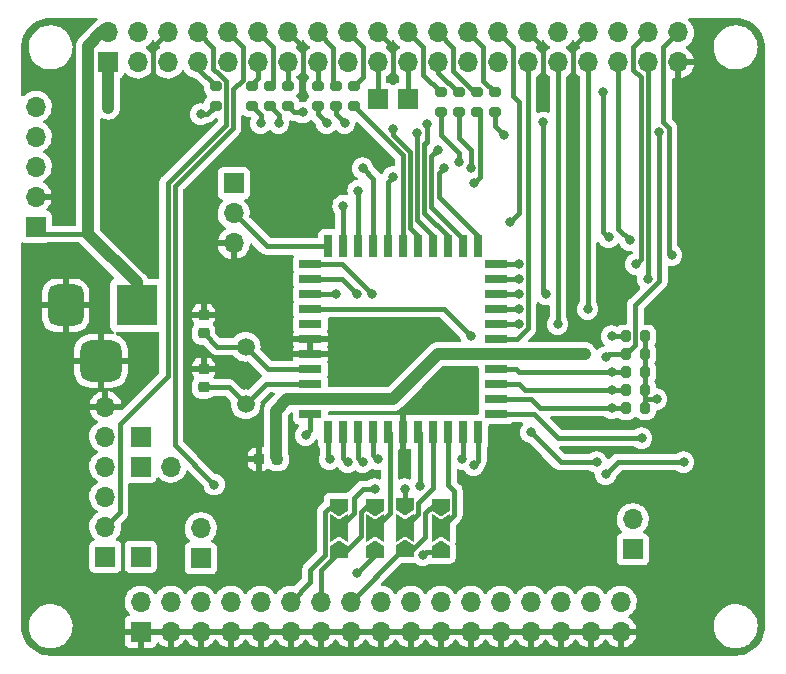
<source format=gtl>
G04 #@! TF.GenerationSoftware,KiCad,Pcbnew,(6.0.0)*
G04 #@! TF.CreationDate,2022-08-18T21:55:53-04:00*
G04 #@! TF.ProjectId,WD37C65 pi hat,57443337-4336-4352-9070-69206861742e,rev?*
G04 #@! TF.SameCoordinates,Original*
G04 #@! TF.FileFunction,Copper,L1,Top*
G04 #@! TF.FilePolarity,Positive*
%FSLAX46Y46*%
G04 Gerber Fmt 4.6, Leading zero omitted, Abs format (unit mm)*
G04 Created by KiCad (PCBNEW (6.0.0)) date 2022-08-18 21:55:53*
%MOMM*%
%LPD*%
G01*
G04 APERTURE LIST*
G04 Aperture macros list*
%AMRoundRect*
0 Rectangle with rounded corners*
0 $1 Rounding radius*
0 $2 $3 $4 $5 $6 $7 $8 $9 X,Y pos of 4 corners*
0 Add a 4 corners polygon primitive as box body*
4,1,4,$2,$3,$4,$5,$6,$7,$8,$9,$2,$3,0*
0 Add four circle primitives for the rounded corners*
1,1,$1+$1,$2,$3*
1,1,$1+$1,$4,$5*
1,1,$1+$1,$6,$7*
1,1,$1+$1,$8,$9*
0 Add four rect primitives between the rounded corners*
20,1,$1+$1,$2,$3,$4,$5,0*
20,1,$1+$1,$4,$5,$6,$7,0*
20,1,$1+$1,$6,$7,$8,$9,0*
20,1,$1+$1,$8,$9,$2,$3,0*%
%AMFreePoly0*
4,1,6,1.000000,0.000000,0.500000,-0.750000,-0.500000,-0.750000,-0.500000,0.750000,0.500000,0.750000,1.000000,0.000000,1.000000,0.000000,$1*%
%AMFreePoly1*
4,1,7,0.700000,0.000000,1.200000,-0.750000,-1.200000,-0.750000,-0.700000,0.000000,-1.200000,0.750000,1.200000,0.750000,0.700000,0.000000,0.700000,0.000000,$1*%
G04 Aperture macros list end*
G04 #@! TA.AperFunction,SMDPad,CuDef*
%ADD10RoundRect,0.200000X-0.275000X0.200000X-0.275000X-0.200000X0.275000X-0.200000X0.275000X0.200000X0*%
G04 #@! TD*
G04 #@! TA.AperFunction,ComponentPad*
%ADD11R,1.700000X1.700000*%
G04 #@! TD*
G04 #@! TA.AperFunction,ComponentPad*
%ADD12O,1.700000X1.700000*%
G04 #@! TD*
G04 #@! TA.AperFunction,SMDPad,CuDef*
%ADD13RoundRect,0.225000X-0.250000X0.225000X-0.250000X-0.225000X0.250000X-0.225000X0.250000X0.225000X0*%
G04 #@! TD*
G04 #@! TA.AperFunction,SMDPad,CuDef*
%ADD14RoundRect,0.200000X-0.200000X-0.275000X0.200000X-0.275000X0.200000X0.275000X-0.200000X0.275000X0*%
G04 #@! TD*
G04 #@! TA.AperFunction,SMDPad,CuDef*
%ADD15R,1.925000X0.700000*%
G04 #@! TD*
G04 #@! TA.AperFunction,SMDPad,CuDef*
%ADD16R,0.700000X1.925000*%
G04 #@! TD*
G04 #@! TA.AperFunction,SMDPad,CuDef*
%ADD17FreePoly0,270.000000*%
G04 #@! TD*
G04 #@! TA.AperFunction,SMDPad,CuDef*
%ADD18FreePoly1,270.000000*%
G04 #@! TD*
G04 #@! TA.AperFunction,SMDPad,CuDef*
%ADD19FreePoly0,90.000000*%
G04 #@! TD*
G04 #@! TA.AperFunction,ComponentPad*
%ADD20C,1.500000*%
G04 #@! TD*
G04 #@! TA.AperFunction,SMDPad,CuDef*
%ADD21RoundRect,0.200000X0.200000X0.275000X-0.200000X0.275000X-0.200000X-0.275000X0.200000X-0.275000X0*%
G04 #@! TD*
G04 #@! TA.AperFunction,ComponentPad*
%ADD22R,3.500000X3.500000*%
G04 #@! TD*
G04 #@! TA.AperFunction,ComponentPad*
%ADD23RoundRect,0.750000X-0.750000X-1.000000X0.750000X-1.000000X0.750000X1.000000X-0.750000X1.000000X0*%
G04 #@! TD*
G04 #@! TA.AperFunction,ComponentPad*
%ADD24RoundRect,0.875000X-0.875000X-0.875000X0.875000X-0.875000X0.875000X0.875000X-0.875000X0.875000X0*%
G04 #@! TD*
G04 #@! TA.AperFunction,SMDPad,CuDef*
%ADD25RoundRect,0.225000X0.225000X0.250000X-0.225000X0.250000X-0.225000X-0.250000X0.225000X-0.250000X0*%
G04 #@! TD*
G04 #@! TA.AperFunction,ViaPad*
%ADD26C,0.800000*%
G04 #@! TD*
G04 #@! TA.AperFunction,Conductor*
%ADD27C,0.400000*%
G04 #@! TD*
G04 #@! TA.AperFunction,Conductor*
%ADD28C,1.000000*%
G04 #@! TD*
G04 APERTURE END LIST*
D10*
X102616000Y-118301000D03*
X102616000Y-119951000D03*
D11*
X84639000Y-158115000D03*
D12*
X84639000Y-155575000D03*
X84639000Y-153035000D03*
X84639000Y-150495000D03*
X84639000Y-147955000D03*
X84639000Y-145415000D03*
D11*
X87630000Y-164465000D03*
D12*
X87630000Y-161925000D03*
X90170000Y-164465000D03*
X90170000Y-161925000D03*
X92710000Y-164465000D03*
X92710000Y-161925000D03*
X95250000Y-164465000D03*
X95250000Y-161925000D03*
X97790000Y-164465000D03*
X97790000Y-161925000D03*
X100330000Y-164465000D03*
X100330000Y-161925000D03*
X102870000Y-164465000D03*
X102870000Y-161925000D03*
X105410000Y-164465000D03*
X105410000Y-161925000D03*
X107950000Y-164465000D03*
X107950000Y-161925000D03*
X110490000Y-164465000D03*
X110490000Y-161925000D03*
X113030000Y-164465000D03*
X113030000Y-161925000D03*
X115570000Y-164465000D03*
X115570000Y-161925000D03*
X118110000Y-164465000D03*
X118110000Y-161925000D03*
X120650000Y-164465000D03*
X120650000Y-161925000D03*
X123190000Y-164465000D03*
X123190000Y-161925000D03*
X125730000Y-164465000D03*
X125730000Y-161925000D03*
X128270000Y-164465000D03*
X128270000Y-161925000D03*
D10*
X100076000Y-118301000D03*
X100076000Y-119951000D03*
D13*
X92964000Y-137655000D03*
X92964000Y-139205000D03*
D10*
X93980000Y-118301000D03*
X93980000Y-119951000D03*
X117602000Y-118809000D03*
X117602000Y-120459000D03*
D11*
X110236000Y-119380000D03*
X87630000Y-158115000D03*
D14*
X128715000Y-140970000D03*
X130365000Y-140970000D03*
D15*
X117717500Y-139700000D03*
X117717500Y-138430000D03*
X117717500Y-137160000D03*
X117717500Y-135890000D03*
X117717500Y-134620000D03*
X117717500Y-133350000D03*
D16*
X116205000Y-131837500D03*
X114935000Y-131837500D03*
X113665000Y-131837500D03*
X112395000Y-131837500D03*
X111125000Y-131837500D03*
X109855000Y-131837500D03*
X108585000Y-131837500D03*
X107315000Y-131837500D03*
X106045000Y-131837500D03*
X104775000Y-131837500D03*
X103505000Y-131837500D03*
D15*
X101992500Y-133350000D03*
X101992500Y-134620000D03*
X101992500Y-135890000D03*
X101992500Y-137160000D03*
X101992500Y-138430000D03*
X101992500Y-139700000D03*
X101992500Y-140970000D03*
X101992500Y-142240000D03*
X101992500Y-143510000D03*
X101992500Y-144780000D03*
X101992500Y-146050000D03*
D16*
X103505000Y-147562500D03*
X104775000Y-147562500D03*
X106045000Y-147562500D03*
X107315000Y-147562500D03*
X108585000Y-147562500D03*
X109855000Y-147562500D03*
X111125000Y-147562500D03*
X112395000Y-147562500D03*
X113665000Y-147562500D03*
X114935000Y-147562500D03*
X116205000Y-147562500D03*
D15*
X117717500Y-146050000D03*
X117717500Y-144780000D03*
X117717500Y-143510000D03*
X117717500Y-142240000D03*
X117717500Y-140970000D03*
D10*
X105664000Y-118301000D03*
X105664000Y-119951000D03*
X104140000Y-118301000D03*
X104140000Y-119951000D03*
X113030000Y-118809000D03*
X113030000Y-120459000D03*
X98552000Y-118301000D03*
X98552000Y-119951000D03*
X97028000Y-118301000D03*
X97028000Y-119951000D03*
D17*
X104394000Y-153702000D03*
D18*
X104394000Y-155702000D03*
D19*
X104394000Y-157702000D03*
D20*
X96520000Y-140335000D03*
X96520000Y-145215000D03*
D21*
X130365000Y-139446000D03*
X128715000Y-139446000D03*
D14*
X128715000Y-144018000D03*
X130365000Y-144018000D03*
D10*
X114554000Y-118809000D03*
X114554000Y-120459000D03*
D17*
X113030000Y-153702000D03*
D18*
X113030000Y-155702000D03*
D19*
X113030000Y-157702000D03*
D11*
X129286000Y-157485000D03*
D12*
X129286000Y-154945000D03*
D11*
X95504000Y-126507000D03*
D12*
X95504000Y-129047000D03*
X95504000Y-131587000D03*
D11*
X92710000Y-158247000D03*
D12*
X92710000Y-155707000D03*
D22*
X87280000Y-136837500D03*
D23*
X81280000Y-136837500D03*
D24*
X84280000Y-141537500D03*
D11*
X87625000Y-150495000D03*
D12*
X90165000Y-150495000D03*
D11*
X84870000Y-116275000D03*
D12*
X84870000Y-113735000D03*
X87410000Y-116275000D03*
X87410000Y-113735000D03*
X89950000Y-116275000D03*
X89950000Y-113735000D03*
X92490000Y-116275000D03*
X92490000Y-113735000D03*
X95030000Y-116275000D03*
X95030000Y-113735000D03*
X97570000Y-116275000D03*
X97570000Y-113735000D03*
X100110000Y-116275000D03*
X100110000Y-113735000D03*
X102650000Y-116275000D03*
X102650000Y-113735000D03*
X105190000Y-116275000D03*
X105190000Y-113735000D03*
X107730000Y-116275000D03*
X107730000Y-113735000D03*
X110270000Y-116275000D03*
X110270000Y-113735000D03*
X112810000Y-116275000D03*
X112810000Y-113735000D03*
X115350000Y-116275000D03*
X115350000Y-113735000D03*
X117890000Y-116275000D03*
X117890000Y-113735000D03*
X120430000Y-116275000D03*
X120430000Y-113735000D03*
X122970000Y-116275000D03*
X122970000Y-113735000D03*
X125510000Y-116275000D03*
X125510000Y-113735000D03*
X128050000Y-116275000D03*
X128050000Y-113735000D03*
X130590000Y-116275000D03*
X130590000Y-113735000D03*
X133130000Y-116275000D03*
X133130000Y-113735000D03*
D17*
X107442000Y-153702000D03*
D18*
X107442000Y-155702000D03*
D19*
X107442000Y-157702000D03*
D11*
X87630000Y-147955000D03*
X78740000Y-130170000D03*
D12*
X78740000Y-127630000D03*
X78740000Y-125090000D03*
X78740000Y-122550000D03*
X78740000Y-120010000D03*
D14*
X128715000Y-142494000D03*
X130365000Y-142494000D03*
D17*
X109982000Y-153670000D03*
D18*
X109982000Y-155670000D03*
D19*
X109982000Y-157670000D03*
D25*
X99200000Y-149860000D03*
X97650000Y-149860000D03*
D10*
X116078000Y-118809000D03*
X116078000Y-120459000D03*
D11*
X107696000Y-119380000D03*
D13*
X92964000Y-142227000D03*
X92964000Y-143777000D03*
D14*
X128715000Y-145542000D03*
X130365000Y-145542000D03*
D26*
X108979511Y-117588489D03*
X110490000Y-145542000D03*
X104140000Y-140970000D03*
X86614000Y-130048000D03*
X131318000Y-144780000D03*
X99060000Y-147320000D03*
X125222000Y-140970000D03*
X115824000Y-150368000D03*
X127508000Y-142494000D03*
X109982000Y-152400000D03*
X111506000Y-157988000D03*
X105918000Y-159512000D03*
X106426000Y-150114000D03*
X107696000Y-149860000D03*
X105156000Y-150114000D03*
X103632000Y-149860000D03*
X127508000Y-144018000D03*
X127508000Y-145542000D03*
X115570000Y-139446000D03*
X133604000Y-150114000D03*
X127508000Y-139446000D03*
X127000000Y-151130000D03*
X120650000Y-147574000D03*
X126238000Y-150114000D03*
X101600000Y-147828000D03*
X131555022Y-122157022D03*
X118364000Y-122428000D03*
X127000000Y-141224000D03*
X130048000Y-148082000D03*
X114808000Y-149860000D03*
X107442000Y-152400000D03*
X111252000Y-152146000D03*
X84870000Y-120108000D03*
X118872000Y-129794000D03*
X93853000Y-152019000D03*
X119634000Y-138430000D03*
X122936000Y-138430000D03*
X121920000Y-135890000D03*
X119634000Y-135890000D03*
X121720489Y-121357511D03*
X125476000Y-137160000D03*
X119634000Y-137160000D03*
X129032000Y-131318000D03*
X107188000Y-135890000D03*
X127254000Y-131064000D03*
X126800489Y-118817511D03*
X105918000Y-135890000D03*
X119634000Y-134620000D03*
X130556000Y-134620000D03*
X119634000Y-133350000D03*
X129540000Y-133350000D03*
X132588000Y-132588000D03*
X104140000Y-135890000D03*
X115570000Y-125222000D03*
X106045000Y-127127000D03*
X115824000Y-126492000D03*
X104775000Y-128397000D03*
X106426000Y-125222000D03*
X92710000Y-120650000D03*
X114554000Y-124714000D03*
X108966000Y-125984000D03*
X108966000Y-121920000D03*
X104902000Y-121412000D03*
X111054040Y-122230040D03*
X103378000Y-121412000D03*
X111853551Y-121505551D03*
X101346000Y-120510680D03*
X99314000Y-121412000D03*
X112776000Y-123698000D03*
X97790000Y-121412000D03*
X113284000Y-125222000D03*
D27*
X101359511Y-114984511D02*
X101359511Y-117588489D01*
X125510000Y-113735000D02*
X124260489Y-114984511D01*
X88700489Y-114984511D02*
X88700489Y-117039511D01*
X124260489Y-114984511D02*
X124260489Y-117910489D01*
X120430000Y-113735000D02*
X121679511Y-114984511D01*
X101359511Y-117588489D02*
X101359511Y-117715489D01*
X108979511Y-114984511D02*
X108979511Y-117588489D01*
X108979511Y-117588489D02*
X108979511Y-117715489D01*
X89950000Y-113735000D02*
X88700489Y-114984511D01*
X121679511Y-114984511D02*
X121679511Y-117715489D01*
X100110000Y-113735000D02*
X101359511Y-114984511D01*
X107730000Y-113735000D02*
X108979511Y-114984511D01*
X96520000Y-145215000D02*
X95082000Y-143777000D01*
X98225000Y-143510000D02*
X101992500Y-143510000D01*
X95082000Y-143777000D02*
X92964000Y-143777000D01*
X96520000Y-145215000D02*
X98225000Y-143510000D01*
X96520000Y-140335000D02*
X94094000Y-140335000D01*
X101992500Y-142240000D02*
X98425000Y-142240000D01*
X94094000Y-140335000D02*
X92964000Y-139205000D01*
X98425000Y-142240000D02*
X96520000Y-140335000D01*
D28*
X83185000Y-114860978D02*
X83185000Y-130810000D01*
X100030000Y-144780000D02*
X99060000Y-145750000D01*
X101992500Y-144780000D02*
X108966000Y-144780000D01*
X84870000Y-113735000D02*
X84310978Y-113735000D01*
X101992500Y-144780000D02*
X100030000Y-144780000D01*
X87280000Y-136837500D02*
X87280000Y-134905000D01*
D27*
X130428000Y-144780000D02*
X130365000Y-144843000D01*
X78740000Y-130810000D02*
X83185000Y-130810000D01*
D28*
X117717500Y-140970000D02*
X125222000Y-140970000D01*
X108966000Y-144780000D02*
X112776000Y-140970000D01*
D27*
X130365000Y-139446000D02*
X130365000Y-144843000D01*
D28*
X99060000Y-147320000D02*
X99060000Y-149720000D01*
D27*
X131318000Y-144780000D02*
X130428000Y-144780000D01*
D28*
X84310978Y-113735000D02*
X83185000Y-114860978D01*
X112776000Y-140970000D02*
X117717500Y-140970000D01*
D27*
X130365000Y-144843000D02*
X130365000Y-145542000D01*
D28*
X87280000Y-134905000D02*
X83185000Y-130810000D01*
X99060000Y-145750000D02*
X99060000Y-147320000D01*
X99060000Y-149720000D02*
X99200000Y-149860000D01*
D27*
X116205000Y-147562500D02*
X116205000Y-149987000D01*
X116205000Y-149987000D02*
X115824000Y-150368000D01*
X128715000Y-142494000D02*
X127508000Y-142494000D01*
X119634000Y-142494000D02*
X119380000Y-142240000D01*
X119380000Y-142240000D02*
X117717500Y-142240000D01*
X127508000Y-142494000D02*
X119634000Y-142494000D01*
X113030000Y-157702000D02*
X111792000Y-157702000D01*
X111792000Y-157702000D02*
X111506000Y-157988000D01*
X109982000Y-152400000D02*
X109982000Y-153670000D01*
X103244480Y-158003670D02*
X101990150Y-159258000D01*
X101990150Y-159258000D02*
X101990150Y-160264850D01*
X103878994Y-153702000D02*
X103244480Y-154336514D01*
X101990150Y-160264850D02*
X100330000Y-161925000D01*
X103244480Y-154336514D02*
X103244480Y-158003670D01*
X107442000Y-157988000D02*
X105918000Y-159512000D01*
X104394000Y-153702000D02*
X103878994Y-153702000D01*
X107442000Y-157702000D02*
X107442000Y-157988000D01*
X104394000Y-157702000D02*
X104934000Y-157702000D01*
X102870000Y-161925000D02*
X102870000Y-159226000D01*
X102870000Y-159226000D02*
X104394000Y-157702000D01*
X106292480Y-155327520D02*
X106292480Y-154311520D01*
X106292480Y-154311520D02*
X106902000Y-153702000D01*
X106292480Y-156343520D02*
X106292480Y-155327520D01*
X104934000Y-157702000D02*
X106292480Y-156343520D01*
X106902000Y-153702000D02*
X107442000Y-153702000D01*
X111731040Y-156435966D02*
X110497006Y-157670000D01*
X109982000Y-157670000D02*
X109665000Y-157670000D01*
X111731040Y-154460960D02*
X111731040Y-156435966D01*
X112490000Y-153702000D02*
X111731040Y-154460960D01*
X113030000Y-153702000D02*
X112490000Y-153702000D01*
X109665000Y-157670000D02*
X105410000Y-161925000D01*
X110497006Y-157670000D02*
X109982000Y-157670000D01*
X106045000Y-149733000D02*
X106426000Y-150114000D01*
X106045000Y-147562500D02*
X106045000Y-149733000D01*
X107315000Y-149479000D02*
X107696000Y-149860000D01*
X107315000Y-147562500D02*
X107315000Y-149479000D01*
X104775000Y-147562500D02*
X104775000Y-149733000D01*
X104775000Y-149733000D02*
X105156000Y-150114000D01*
X103505000Y-149733000D02*
X103632000Y-149860000D01*
X103505000Y-147562500D02*
X103505000Y-149733000D01*
X119634000Y-143510000D02*
X117717500Y-143510000D01*
X128715000Y-144018000D02*
X127508000Y-144018000D01*
X127508000Y-144018000D02*
X120142000Y-144018000D01*
X120142000Y-144018000D02*
X119634000Y-143510000D01*
X121412000Y-145542000D02*
X120650000Y-144780000D01*
X120650000Y-144780000D02*
X117717500Y-144780000D01*
X127508000Y-145542000D02*
X121412000Y-145542000D01*
X128715000Y-145542000D02*
X127508000Y-145542000D01*
X128016000Y-150114000D02*
X127000000Y-151130000D01*
X127508000Y-139446000D02*
X128715000Y-139446000D01*
X113284000Y-137160000D02*
X115570000Y-139446000D01*
X128016000Y-150114000D02*
X133604000Y-150114000D01*
X101992500Y-137160000D02*
X113284000Y-137160000D01*
X101992500Y-146050000D02*
X101992500Y-147435500D01*
X101992500Y-147435500D02*
X101600000Y-147828000D01*
X123190000Y-150114000D02*
X120650000Y-147574000D01*
X126238000Y-150114000D02*
X123190000Y-150114000D01*
X128715000Y-140970000D02*
X127254000Y-140970000D01*
X129514520Y-136792160D02*
X129514520Y-140170480D01*
X127254000Y-140970000D02*
X127000000Y-141224000D01*
X117602000Y-121666000D02*
X118364000Y-122428000D01*
X131555022Y-134751658D02*
X129514520Y-136792160D01*
X131555022Y-122157022D02*
X131555022Y-134751658D01*
X129514520Y-140170480D02*
X128715000Y-140970000D01*
X117602000Y-120459000D02*
X117602000Y-121666000D01*
X117717500Y-146050000D02*
X120904000Y-146050000D01*
X130048000Y-148082000D02*
X122936000Y-148082000D01*
X120904000Y-146050000D02*
X122936000Y-148082000D01*
X114935000Y-149733000D02*
X114808000Y-149860000D01*
X114935000Y-147562500D02*
X114935000Y-149733000D01*
X112395000Y-147562500D02*
X112395000Y-149225000D01*
X111131520Y-154520480D02*
X109982000Y-155670000D01*
X111131520Y-153536480D02*
X111887000Y-152781000D01*
X111131520Y-154520480D02*
X111131520Y-153536480D01*
X112395000Y-152273000D02*
X111887000Y-152781000D01*
X112395000Y-149225000D02*
X112395000Y-152273000D01*
X114179520Y-152533520D02*
X114179520Y-154552480D01*
X114179520Y-154552480D02*
X113030000Y-155702000D01*
X113665000Y-147562500D02*
X113665000Y-152019000D01*
X113665000Y-152019000D02*
X114179520Y-152533520D01*
X108712000Y-147689500D02*
X108585000Y-147562500D01*
X107442000Y-155702000D02*
X108712000Y-154432000D01*
X108712000Y-154432000D02*
X108712000Y-147689500D01*
X105692960Y-153133040D02*
X106426000Y-152400000D01*
X111252000Y-149098000D02*
X111252000Y-147689500D01*
X111252000Y-147689500D02*
X111125000Y-147562500D01*
X104394000Y-155702000D02*
X105692960Y-154403040D01*
X106426000Y-152400000D02*
X107442000Y-152400000D01*
X105692960Y-154403040D02*
X105692960Y-153133040D01*
X111252000Y-149098000D02*
X111252000Y-152146000D01*
X97028000Y-118301000D02*
X97028000Y-118110000D01*
X97570000Y-117568000D02*
X97570000Y-116275000D01*
X97028000Y-118110000D02*
X97570000Y-117568000D01*
X98819511Y-114984511D02*
X97570000Y-113735000D01*
X98552000Y-118301000D02*
X98819511Y-118033489D01*
X98819511Y-118033489D02*
X98819511Y-114984511D01*
X100076000Y-118301000D02*
X100076000Y-116309000D01*
X100076000Y-116309000D02*
X100110000Y-116275000D01*
X102616000Y-118301000D02*
X102616000Y-116309000D01*
X102616000Y-116309000D02*
X102650000Y-116275000D01*
X103940489Y-115025489D02*
X102650000Y-113735000D01*
X103940489Y-118101489D02*
X103940489Y-115025489D01*
X104140000Y-118301000D02*
X103940489Y-118101489D01*
X106439511Y-114984511D02*
X105190000Y-113735000D01*
X105664000Y-118301000D02*
X106439511Y-117525489D01*
X106439511Y-117525489D02*
X106439511Y-114984511D01*
X111519511Y-114984511D02*
X110270000Y-113735000D01*
X113030000Y-118809000D02*
X111519511Y-117298511D01*
X111519511Y-117298511D02*
X111519511Y-114984511D01*
X92490000Y-116811000D02*
X92490000Y-116275000D01*
X93980000Y-118301000D02*
X92490000Y-116811000D01*
D28*
X84870000Y-119600000D02*
X84870000Y-120108000D01*
X84870000Y-116275000D02*
X84870000Y-119600000D01*
D27*
X119139511Y-114984511D02*
X119139511Y-119139511D01*
X119634000Y-129032000D02*
X118872000Y-129794000D01*
X119139511Y-119139511D02*
X119634000Y-119634000D01*
X117890000Y-113735000D02*
X119139511Y-114984511D01*
X119634000Y-119634000D02*
X119634000Y-129032000D01*
X98294500Y-131837500D02*
X103505000Y-131837500D01*
X95504000Y-129047000D02*
X98294500Y-131837500D01*
X93853000Y-152019000D02*
X90515520Y-148681520D01*
X90515520Y-126740330D02*
X95454040Y-121801810D01*
X95454040Y-118552111D02*
X96279511Y-117726640D01*
X96279511Y-114984511D02*
X95030000Y-113735000D01*
X90515520Y-148681520D02*
X90515520Y-126740330D01*
X96279511Y-117726640D02*
X96279511Y-114984511D01*
X95454040Y-121801810D02*
X95454040Y-118552111D01*
X89916000Y-142828924D02*
X85888511Y-146856413D01*
X89916000Y-126492000D02*
X89916000Y-142828924D01*
X94503329Y-117501480D02*
X94854520Y-117852671D01*
X94489404Y-117501480D02*
X94503329Y-117501480D01*
X93780489Y-116792565D02*
X94157962Y-117170038D01*
X93780489Y-115025489D02*
X93780489Y-116792565D01*
X94854520Y-121553480D02*
X89916000Y-126492000D01*
X85888511Y-154325489D02*
X84639000Y-155575000D01*
X85888511Y-146856413D02*
X85888511Y-154325489D01*
X94854520Y-117852671D02*
X94854520Y-121553480D01*
X92490000Y-113735000D02*
X93780489Y-115025489D01*
X94157962Y-117170038D02*
X94489404Y-117501480D01*
X107696000Y-116309000D02*
X107730000Y-116275000D01*
X107696000Y-119380000D02*
X107696000Y-116309000D01*
X110236000Y-116309000D02*
X110270000Y-116275000D01*
X110236000Y-119380000D02*
X110236000Y-116309000D01*
X112810000Y-117128000D02*
X112810000Y-116275000D01*
X114554000Y-118809000D02*
X114491000Y-118809000D01*
X114491000Y-118809000D02*
X112810000Y-117128000D01*
X114100489Y-115025489D02*
X112810000Y-113735000D01*
X114100489Y-117032640D02*
X115876849Y-118809000D01*
X114100489Y-115025489D02*
X114100489Y-117032640D01*
X115876849Y-118809000D02*
X116078000Y-118809000D01*
X116599511Y-114984511D02*
X116599511Y-117806511D01*
X116599511Y-117806511D02*
X117602000Y-118809000D01*
X116599511Y-114984511D02*
X115350000Y-113735000D01*
X119494680Y-139700000D02*
X120433511Y-138761169D01*
X120433511Y-116278511D02*
X120430000Y-116275000D01*
X120433511Y-138761169D02*
X120433511Y-116278511D01*
X117717500Y-139700000D02*
X119494680Y-139700000D01*
X122970000Y-116275000D02*
X122970000Y-138396000D01*
X117717500Y-138430000D02*
X119634000Y-138430000D01*
X121720489Y-121357511D02*
X121720489Y-135690489D01*
X121720489Y-135690489D02*
X121920000Y-135890000D01*
X117717500Y-135890000D02*
X119634000Y-135890000D01*
X125510000Y-116275000D02*
X125510000Y-137126000D01*
X117717500Y-137160000D02*
X119634000Y-137160000D01*
X128050000Y-116275000D02*
X128050000Y-130336000D01*
X101992500Y-133350000D02*
X104648000Y-133350000D01*
X104648000Y-133350000D02*
X107188000Y-135890000D01*
X128050000Y-130336000D02*
X129032000Y-131318000D01*
X126800489Y-130610489D02*
X127254000Y-131064000D01*
X101992500Y-134620000D02*
X104648000Y-134620000D01*
X126800489Y-118817511D02*
X126800489Y-130610489D01*
X104648000Y-134620000D02*
X105918000Y-135890000D01*
X117717500Y-134620000D02*
X119634000Y-134620000D01*
X130590000Y-116275000D02*
X130590000Y-134586000D01*
X129990480Y-132899520D02*
X129540000Y-133350000D01*
X129990480Y-117544480D02*
X129990480Y-132899520D01*
X129340489Y-114984511D02*
X129340489Y-116894489D01*
X130590000Y-113735000D02*
X129340489Y-114984511D01*
X129340489Y-116894489D02*
X129990480Y-117544480D01*
X117717500Y-133350000D02*
X119634000Y-133350000D01*
X101992500Y-135890000D02*
X104140000Y-135890000D01*
X133130000Y-113735000D02*
X131880489Y-114984511D01*
X131880489Y-114984511D02*
X131880489Y-121351809D01*
X131880489Y-121351809D02*
X132354533Y-121825853D01*
X132354533Y-132354533D02*
X132588000Y-132588000D01*
X132354533Y-121825853D02*
X132354533Y-132354533D01*
X115570000Y-123698000D02*
X114554000Y-122682000D01*
X106045000Y-131837500D02*
X106045000Y-127127000D01*
X114554000Y-122682000D02*
X114554000Y-120459000D01*
X115570000Y-125222000D02*
X115570000Y-123698000D01*
X116369511Y-125946489D02*
X115824000Y-126492000D01*
X104775000Y-131837500D02*
X104775000Y-128397000D01*
X116369511Y-120750511D02*
X116369511Y-125946489D01*
X116078000Y-120459000D02*
X116369511Y-120750511D01*
X107315000Y-131837500D02*
X107315000Y-126111000D01*
X107315000Y-126111000D02*
X106426000Y-125222000D01*
X92710000Y-120650000D02*
X93281000Y-120650000D01*
X93281000Y-120650000D02*
X93980000Y-119951000D01*
X114554000Y-123952000D02*
X114554000Y-124714000D01*
X113030000Y-122428000D02*
X114554000Y-123952000D01*
X113030000Y-120459000D02*
X113030000Y-122428000D01*
X108585000Y-126365000D02*
X108966000Y-125984000D01*
X108585000Y-131837500D02*
X108585000Y-126365000D01*
X105664000Y-119951000D02*
X109855000Y-124142000D01*
X109855000Y-124142000D02*
X109855000Y-131837500D01*
X110454520Y-123893670D02*
X108966000Y-122405150D01*
X104140000Y-120650000D02*
X104902000Y-121412000D01*
X111125000Y-130972480D02*
X110454520Y-130302000D01*
X108966000Y-122405150D02*
X108966000Y-121920000D01*
X104140000Y-119951000D02*
X104140000Y-120650000D01*
X111125000Y-131837500D02*
X111125000Y-130972480D01*
X110454520Y-130302000D02*
X110454520Y-123893670D01*
X112395000Y-130995978D02*
X111054040Y-129655018D01*
X111054040Y-129655018D02*
X111054040Y-122230040D01*
X112395000Y-131837500D02*
X112395000Y-130995978D01*
X102616000Y-120650000D02*
X103378000Y-121412000D01*
X102616000Y-119951000D02*
X102616000Y-120650000D01*
X113665000Y-130995978D02*
X111653560Y-128984538D01*
X100635680Y-120510680D02*
X100076000Y-119951000D01*
X111653560Y-128984538D02*
X111653560Y-123190000D01*
X111653560Y-123190000D02*
X111853551Y-122990009D01*
X113665000Y-131837500D02*
X113665000Y-130995978D01*
X101346000Y-120510680D02*
X100635680Y-120510680D01*
X111853551Y-122990009D02*
X111853551Y-121505551D01*
X99314000Y-121412000D02*
X99314000Y-120713000D01*
X114935000Y-131837500D02*
X114935000Y-131225000D01*
X112253080Y-128543080D02*
X112253080Y-124220920D01*
X114935000Y-131225000D02*
X112253080Y-128543080D01*
X99314000Y-120713000D02*
X98552000Y-119951000D01*
X112253080Y-124220920D02*
X112776000Y-123698000D01*
X116205000Y-130995978D02*
X112852600Y-127643578D01*
X112852600Y-125653400D02*
X113284000Y-125222000D01*
X97790000Y-121412000D02*
X97790000Y-120713000D01*
X112852600Y-127643578D02*
X112852600Y-125653400D01*
X97790000Y-120713000D02*
X97028000Y-119951000D01*
X116205000Y-131837500D02*
X116205000Y-130995978D01*
G04 #@! TA.AperFunction,Conductor*
G36*
X137970057Y-112509500D02*
G01*
X137984858Y-112511805D01*
X137984861Y-112511805D01*
X137993730Y-112513186D01*
X138010899Y-112510941D01*
X138034839Y-112510108D01*
X138292770Y-112525710D01*
X138307874Y-112527544D01*
X138378648Y-112540514D01*
X138588879Y-112579040D01*
X138603641Y-112582678D01*
X138876408Y-112667675D01*
X138890627Y-112673069D01*
X139151140Y-112790316D01*
X139164609Y-112797385D01*
X139409095Y-112945182D01*
X139421617Y-112953825D01*
X139646507Y-113130016D01*
X139657895Y-113140106D01*
X139859894Y-113342105D01*
X139869984Y-113353493D01*
X140046175Y-113578383D01*
X140054818Y-113590905D01*
X140202615Y-113835391D01*
X140209684Y-113848860D01*
X140326743Y-114108954D01*
X140326930Y-114109370D01*
X140332325Y-114123592D01*
X140416855Y-114394857D01*
X140417321Y-114396353D01*
X140420960Y-114411121D01*
X140448309Y-114560358D01*
X140472456Y-114692126D01*
X140474290Y-114707230D01*
X140489455Y-114957929D01*
X140488198Y-114984639D01*
X140488195Y-114984859D01*
X140486814Y-114993730D01*
X140487978Y-115002632D01*
X140487978Y-115002635D01*
X140490936Y-115025251D01*
X140492000Y-115041589D01*
X140492000Y-163950672D01*
X140490500Y-163970056D01*
X140486814Y-163993730D01*
X140488454Y-164006270D01*
X140489059Y-164010897D01*
X140489892Y-164034839D01*
X140474290Y-164292770D01*
X140472456Y-164307874D01*
X140471112Y-164315209D01*
X140423917Y-164572750D01*
X140420962Y-164588873D01*
X140417322Y-164603641D01*
X140347822Y-164826676D01*
X140332326Y-164876404D01*
X140326931Y-164890627D01*
X140221955Y-165123876D01*
X140209686Y-165151136D01*
X140202615Y-165164609D01*
X140054818Y-165409095D01*
X140046175Y-165421617D01*
X139869984Y-165646507D01*
X139859894Y-165657895D01*
X139657895Y-165859894D01*
X139646507Y-165869984D01*
X139421617Y-166046175D01*
X139409095Y-166054818D01*
X139164609Y-166202615D01*
X139151140Y-166209684D01*
X138890630Y-166326930D01*
X138876408Y-166332325D01*
X138603641Y-166417322D01*
X138588879Y-166420960D01*
X138378648Y-166459486D01*
X138307874Y-166472456D01*
X138292770Y-166474290D01*
X138042071Y-166489455D01*
X138015361Y-166488198D01*
X138015141Y-166488195D01*
X138006270Y-166486814D01*
X137997368Y-166487978D01*
X137997365Y-166487978D01*
X137974749Y-166490936D01*
X137958411Y-166492000D01*
X80049328Y-166492000D01*
X80029943Y-166490500D01*
X80015142Y-166488195D01*
X80015139Y-166488195D01*
X80006270Y-166486814D01*
X79989101Y-166489059D01*
X79965161Y-166489892D01*
X79707230Y-166474290D01*
X79692126Y-166472456D01*
X79621352Y-166459486D01*
X79411121Y-166420960D01*
X79396359Y-166417322D01*
X79123592Y-166332325D01*
X79109370Y-166326930D01*
X78848860Y-166209684D01*
X78835391Y-166202615D01*
X78590905Y-166054818D01*
X78578383Y-166046175D01*
X78353493Y-165869984D01*
X78342105Y-165859894D01*
X78140106Y-165657895D01*
X78130016Y-165646507D01*
X77953825Y-165421617D01*
X77945182Y-165409095D01*
X77797385Y-165164609D01*
X77790314Y-165151136D01*
X77778046Y-165123876D01*
X77673069Y-164890627D01*
X77667674Y-164876404D01*
X77652178Y-164826676D01*
X77582678Y-164603641D01*
X77579038Y-164588873D01*
X77576084Y-164572750D01*
X77528888Y-164315209D01*
X77527544Y-164307874D01*
X77525710Y-164292770D01*
X77510557Y-164042277D01*
X78137009Y-164042277D01*
X78162625Y-164310769D01*
X78163710Y-164315203D01*
X78163711Y-164315209D01*
X78225645Y-164568312D01*
X78226731Y-164572750D01*
X78327985Y-164822733D01*
X78464265Y-165055482D01*
X78467118Y-165059049D01*
X78584686Y-165206060D01*
X78632716Y-165266119D01*
X78829809Y-165450234D01*
X79051416Y-165603968D01*
X79055499Y-165605999D01*
X79055502Y-165606001D01*
X79136923Y-165646507D01*
X79292894Y-165724101D01*
X79297228Y-165725522D01*
X79297231Y-165725523D01*
X79544853Y-165806698D01*
X79544859Y-165806699D01*
X79549186Y-165808118D01*
X79553677Y-165808898D01*
X79553678Y-165808898D01*
X79811140Y-165853601D01*
X79811148Y-165853602D01*
X79814921Y-165854257D01*
X79818758Y-165854448D01*
X79898578Y-165858422D01*
X79898586Y-165858422D01*
X79900149Y-165858500D01*
X80068512Y-165858500D01*
X80070780Y-165858335D01*
X80070792Y-165858335D01*
X80201884Y-165848823D01*
X80269004Y-165843953D01*
X80273459Y-165842969D01*
X80273462Y-165842969D01*
X80527912Y-165786791D01*
X80527916Y-165786790D01*
X80532372Y-165785806D01*
X80675887Y-165731433D01*
X80780318Y-165691868D01*
X80780321Y-165691867D01*
X80784588Y-165690250D01*
X80986828Y-165577916D01*
X81016375Y-165561504D01*
X81016376Y-165561503D01*
X81020368Y-165559286D01*
X81234773Y-165395657D01*
X81269954Y-165359669D01*
X86272001Y-165359669D01*
X86272371Y-165366490D01*
X86277895Y-165417352D01*
X86281521Y-165432604D01*
X86326676Y-165553054D01*
X86335214Y-165568649D01*
X86411715Y-165670724D01*
X86424276Y-165683285D01*
X86526351Y-165759786D01*
X86541946Y-165768324D01*
X86662394Y-165813478D01*
X86677649Y-165817105D01*
X86728514Y-165822631D01*
X86735328Y-165823000D01*
X87357885Y-165823000D01*
X87373124Y-165818525D01*
X87374329Y-165817135D01*
X87376000Y-165809452D01*
X87376000Y-165804884D01*
X87884000Y-165804884D01*
X87888475Y-165820123D01*
X87889865Y-165821328D01*
X87897548Y-165822999D01*
X88524669Y-165822999D01*
X88531490Y-165822629D01*
X88582352Y-165817105D01*
X88597604Y-165813479D01*
X88718054Y-165768324D01*
X88733649Y-165759786D01*
X88835724Y-165683285D01*
X88848285Y-165670724D01*
X88924786Y-165568649D01*
X88933325Y-165553052D01*
X88974425Y-165443418D01*
X89017066Y-165386653D01*
X89083628Y-165361953D01*
X89152977Y-165377160D01*
X89187645Y-165405150D01*
X89213219Y-165434674D01*
X89220580Y-165441883D01*
X89384434Y-165577916D01*
X89392881Y-165583831D01*
X89576756Y-165691279D01*
X89586042Y-165695729D01*
X89785001Y-165771703D01*
X89794899Y-165774579D01*
X89898250Y-165795606D01*
X89912299Y-165794410D01*
X89916000Y-165784065D01*
X89916000Y-165783517D01*
X90424000Y-165783517D01*
X90428064Y-165797359D01*
X90441478Y-165799393D01*
X90448184Y-165798534D01*
X90458262Y-165796392D01*
X90662255Y-165735191D01*
X90671842Y-165731433D01*
X90863095Y-165637739D01*
X90871945Y-165632464D01*
X91045328Y-165508792D01*
X91053200Y-165502139D01*
X91204052Y-165351812D01*
X91210730Y-165343965D01*
X91338022Y-165166819D01*
X91339147Y-165167627D01*
X91386669Y-165123876D01*
X91456607Y-165111661D01*
X91522046Y-165139197D01*
X91549870Y-165171028D01*
X91607690Y-165265383D01*
X91613777Y-165273699D01*
X91753213Y-165434667D01*
X91760580Y-165441883D01*
X91924434Y-165577916D01*
X91932881Y-165583831D01*
X92116756Y-165691279D01*
X92126042Y-165695729D01*
X92325001Y-165771703D01*
X92334899Y-165774579D01*
X92438250Y-165795606D01*
X92452299Y-165794410D01*
X92456000Y-165784065D01*
X92456000Y-165783517D01*
X92964000Y-165783517D01*
X92968064Y-165797359D01*
X92981478Y-165799393D01*
X92988184Y-165798534D01*
X92998262Y-165796392D01*
X93202255Y-165735191D01*
X93211842Y-165731433D01*
X93403095Y-165637739D01*
X93411945Y-165632464D01*
X93585328Y-165508792D01*
X93593200Y-165502139D01*
X93744052Y-165351812D01*
X93750730Y-165343965D01*
X93878022Y-165166819D01*
X93879147Y-165167627D01*
X93926669Y-165123876D01*
X93996607Y-165111661D01*
X94062046Y-165139197D01*
X94089870Y-165171028D01*
X94147690Y-165265383D01*
X94153777Y-165273699D01*
X94293213Y-165434667D01*
X94300580Y-165441883D01*
X94464434Y-165577916D01*
X94472881Y-165583831D01*
X94656756Y-165691279D01*
X94666042Y-165695729D01*
X94865001Y-165771703D01*
X94874899Y-165774579D01*
X94978250Y-165795606D01*
X94992299Y-165794410D01*
X94996000Y-165784065D01*
X94996000Y-165783517D01*
X95504000Y-165783517D01*
X95508064Y-165797359D01*
X95521478Y-165799393D01*
X95528184Y-165798534D01*
X95538262Y-165796392D01*
X95742255Y-165735191D01*
X95751842Y-165731433D01*
X95943095Y-165637739D01*
X95951945Y-165632464D01*
X96125328Y-165508792D01*
X96133200Y-165502139D01*
X96284052Y-165351812D01*
X96290730Y-165343965D01*
X96418022Y-165166819D01*
X96419147Y-165167627D01*
X96466669Y-165123876D01*
X96536607Y-165111661D01*
X96602046Y-165139197D01*
X96629870Y-165171028D01*
X96687690Y-165265383D01*
X96693777Y-165273699D01*
X96833213Y-165434667D01*
X96840580Y-165441883D01*
X97004434Y-165577916D01*
X97012881Y-165583831D01*
X97196756Y-165691279D01*
X97206042Y-165695729D01*
X97405001Y-165771703D01*
X97414899Y-165774579D01*
X97518250Y-165795606D01*
X97532299Y-165794410D01*
X97536000Y-165784065D01*
X97536000Y-165783517D01*
X98044000Y-165783517D01*
X98048064Y-165797359D01*
X98061478Y-165799393D01*
X98068184Y-165798534D01*
X98078262Y-165796392D01*
X98282255Y-165735191D01*
X98291842Y-165731433D01*
X98483095Y-165637739D01*
X98491945Y-165632464D01*
X98665328Y-165508792D01*
X98673200Y-165502139D01*
X98824052Y-165351812D01*
X98830730Y-165343965D01*
X98958022Y-165166819D01*
X98959147Y-165167627D01*
X99006669Y-165123876D01*
X99076607Y-165111661D01*
X99142046Y-165139197D01*
X99169870Y-165171028D01*
X99227690Y-165265383D01*
X99233777Y-165273699D01*
X99373213Y-165434667D01*
X99380580Y-165441883D01*
X99544434Y-165577916D01*
X99552881Y-165583831D01*
X99736756Y-165691279D01*
X99746042Y-165695729D01*
X99945001Y-165771703D01*
X99954899Y-165774579D01*
X100058250Y-165795606D01*
X100072299Y-165794410D01*
X100076000Y-165784065D01*
X100076000Y-165783517D01*
X100584000Y-165783517D01*
X100588064Y-165797359D01*
X100601478Y-165799393D01*
X100608184Y-165798534D01*
X100618262Y-165796392D01*
X100822255Y-165735191D01*
X100831842Y-165731433D01*
X101023095Y-165637739D01*
X101031945Y-165632464D01*
X101205328Y-165508792D01*
X101213200Y-165502139D01*
X101364052Y-165351812D01*
X101370730Y-165343965D01*
X101498022Y-165166819D01*
X101499147Y-165167627D01*
X101546669Y-165123876D01*
X101616607Y-165111661D01*
X101682046Y-165139197D01*
X101709870Y-165171028D01*
X101767690Y-165265383D01*
X101773777Y-165273699D01*
X101913213Y-165434667D01*
X101920580Y-165441883D01*
X102084434Y-165577916D01*
X102092881Y-165583831D01*
X102276756Y-165691279D01*
X102286042Y-165695729D01*
X102485001Y-165771703D01*
X102494899Y-165774579D01*
X102598250Y-165795606D01*
X102612299Y-165794410D01*
X102616000Y-165784065D01*
X102616000Y-165783517D01*
X103124000Y-165783517D01*
X103128064Y-165797359D01*
X103141478Y-165799393D01*
X103148184Y-165798534D01*
X103158262Y-165796392D01*
X103362255Y-165735191D01*
X103371842Y-165731433D01*
X103563095Y-165637739D01*
X103571945Y-165632464D01*
X103745328Y-165508792D01*
X103753200Y-165502139D01*
X103904052Y-165351812D01*
X103910730Y-165343965D01*
X104038022Y-165166819D01*
X104039147Y-165167627D01*
X104086669Y-165123876D01*
X104156607Y-165111661D01*
X104222046Y-165139197D01*
X104249870Y-165171028D01*
X104307690Y-165265383D01*
X104313777Y-165273699D01*
X104453213Y-165434667D01*
X104460580Y-165441883D01*
X104624434Y-165577916D01*
X104632881Y-165583831D01*
X104816756Y-165691279D01*
X104826042Y-165695729D01*
X105025001Y-165771703D01*
X105034899Y-165774579D01*
X105138250Y-165795606D01*
X105152299Y-165794410D01*
X105156000Y-165784065D01*
X105156000Y-165783517D01*
X105664000Y-165783517D01*
X105668064Y-165797359D01*
X105681478Y-165799393D01*
X105688184Y-165798534D01*
X105698262Y-165796392D01*
X105902255Y-165735191D01*
X105911842Y-165731433D01*
X106103095Y-165637739D01*
X106111945Y-165632464D01*
X106285328Y-165508792D01*
X106293200Y-165502139D01*
X106444052Y-165351812D01*
X106450730Y-165343965D01*
X106578022Y-165166819D01*
X106579147Y-165167627D01*
X106626669Y-165123876D01*
X106696607Y-165111661D01*
X106762046Y-165139197D01*
X106789870Y-165171028D01*
X106847690Y-165265383D01*
X106853777Y-165273699D01*
X106993213Y-165434667D01*
X107000580Y-165441883D01*
X107164434Y-165577916D01*
X107172881Y-165583831D01*
X107356756Y-165691279D01*
X107366042Y-165695729D01*
X107565001Y-165771703D01*
X107574899Y-165774579D01*
X107678250Y-165795606D01*
X107692299Y-165794410D01*
X107696000Y-165784065D01*
X107696000Y-165783517D01*
X108204000Y-165783517D01*
X108208064Y-165797359D01*
X108221478Y-165799393D01*
X108228184Y-165798534D01*
X108238262Y-165796392D01*
X108442255Y-165735191D01*
X108451842Y-165731433D01*
X108643095Y-165637739D01*
X108651945Y-165632464D01*
X108825328Y-165508792D01*
X108833200Y-165502139D01*
X108984052Y-165351812D01*
X108990730Y-165343965D01*
X109118022Y-165166819D01*
X109119147Y-165167627D01*
X109166669Y-165123876D01*
X109236607Y-165111661D01*
X109302046Y-165139197D01*
X109329870Y-165171028D01*
X109387690Y-165265383D01*
X109393777Y-165273699D01*
X109533213Y-165434667D01*
X109540580Y-165441883D01*
X109704434Y-165577916D01*
X109712881Y-165583831D01*
X109896756Y-165691279D01*
X109906042Y-165695729D01*
X110105001Y-165771703D01*
X110114899Y-165774579D01*
X110218250Y-165795606D01*
X110232299Y-165794410D01*
X110236000Y-165784065D01*
X110236000Y-165783517D01*
X110744000Y-165783517D01*
X110748064Y-165797359D01*
X110761478Y-165799393D01*
X110768184Y-165798534D01*
X110778262Y-165796392D01*
X110982255Y-165735191D01*
X110991842Y-165731433D01*
X111183095Y-165637739D01*
X111191945Y-165632464D01*
X111365328Y-165508792D01*
X111373200Y-165502139D01*
X111524052Y-165351812D01*
X111530730Y-165343965D01*
X111658022Y-165166819D01*
X111659147Y-165167627D01*
X111706669Y-165123876D01*
X111776607Y-165111661D01*
X111842046Y-165139197D01*
X111869870Y-165171028D01*
X111927690Y-165265383D01*
X111933777Y-165273699D01*
X112073213Y-165434667D01*
X112080580Y-165441883D01*
X112244434Y-165577916D01*
X112252881Y-165583831D01*
X112436756Y-165691279D01*
X112446042Y-165695729D01*
X112645001Y-165771703D01*
X112654899Y-165774579D01*
X112758250Y-165795606D01*
X112772299Y-165794410D01*
X112776000Y-165784065D01*
X112776000Y-165783517D01*
X113284000Y-165783517D01*
X113288064Y-165797359D01*
X113301478Y-165799393D01*
X113308184Y-165798534D01*
X113318262Y-165796392D01*
X113522255Y-165735191D01*
X113531842Y-165731433D01*
X113723095Y-165637739D01*
X113731945Y-165632464D01*
X113905328Y-165508792D01*
X113913200Y-165502139D01*
X114064052Y-165351812D01*
X114070730Y-165343965D01*
X114198022Y-165166819D01*
X114199147Y-165167627D01*
X114246669Y-165123876D01*
X114316607Y-165111661D01*
X114382046Y-165139197D01*
X114409870Y-165171028D01*
X114467690Y-165265383D01*
X114473777Y-165273699D01*
X114613213Y-165434667D01*
X114620580Y-165441883D01*
X114784434Y-165577916D01*
X114792881Y-165583831D01*
X114976756Y-165691279D01*
X114986042Y-165695729D01*
X115185001Y-165771703D01*
X115194899Y-165774579D01*
X115298250Y-165795606D01*
X115312299Y-165794410D01*
X115316000Y-165784065D01*
X115316000Y-165783517D01*
X115824000Y-165783517D01*
X115828064Y-165797359D01*
X115841478Y-165799393D01*
X115848184Y-165798534D01*
X115858262Y-165796392D01*
X116062255Y-165735191D01*
X116071842Y-165731433D01*
X116263095Y-165637739D01*
X116271945Y-165632464D01*
X116445328Y-165508792D01*
X116453200Y-165502139D01*
X116604052Y-165351812D01*
X116610730Y-165343965D01*
X116738022Y-165166819D01*
X116739147Y-165167627D01*
X116786669Y-165123876D01*
X116856607Y-165111661D01*
X116922046Y-165139197D01*
X116949870Y-165171028D01*
X117007690Y-165265383D01*
X117013777Y-165273699D01*
X117153213Y-165434667D01*
X117160580Y-165441883D01*
X117324434Y-165577916D01*
X117332881Y-165583831D01*
X117516756Y-165691279D01*
X117526042Y-165695729D01*
X117725001Y-165771703D01*
X117734899Y-165774579D01*
X117838250Y-165795606D01*
X117852299Y-165794410D01*
X117856000Y-165784065D01*
X117856000Y-165783517D01*
X118364000Y-165783517D01*
X118368064Y-165797359D01*
X118381478Y-165799393D01*
X118388184Y-165798534D01*
X118398262Y-165796392D01*
X118602255Y-165735191D01*
X118611842Y-165731433D01*
X118803095Y-165637739D01*
X118811945Y-165632464D01*
X118985328Y-165508792D01*
X118993200Y-165502139D01*
X119144052Y-165351812D01*
X119150730Y-165343965D01*
X119278022Y-165166819D01*
X119279147Y-165167627D01*
X119326669Y-165123876D01*
X119396607Y-165111661D01*
X119462046Y-165139197D01*
X119489870Y-165171028D01*
X119547690Y-165265383D01*
X119553777Y-165273699D01*
X119693213Y-165434667D01*
X119700580Y-165441883D01*
X119864434Y-165577916D01*
X119872881Y-165583831D01*
X120056756Y-165691279D01*
X120066042Y-165695729D01*
X120265001Y-165771703D01*
X120274899Y-165774579D01*
X120378250Y-165795606D01*
X120392299Y-165794410D01*
X120396000Y-165784065D01*
X120396000Y-165783517D01*
X120904000Y-165783517D01*
X120908064Y-165797359D01*
X120921478Y-165799393D01*
X120928184Y-165798534D01*
X120938262Y-165796392D01*
X121142255Y-165735191D01*
X121151842Y-165731433D01*
X121343095Y-165637739D01*
X121351945Y-165632464D01*
X121525328Y-165508792D01*
X121533200Y-165502139D01*
X121684052Y-165351812D01*
X121690730Y-165343965D01*
X121818022Y-165166819D01*
X121819147Y-165167627D01*
X121866669Y-165123876D01*
X121936607Y-165111661D01*
X122002046Y-165139197D01*
X122029870Y-165171028D01*
X122087690Y-165265383D01*
X122093777Y-165273699D01*
X122233213Y-165434667D01*
X122240580Y-165441883D01*
X122404434Y-165577916D01*
X122412881Y-165583831D01*
X122596756Y-165691279D01*
X122606042Y-165695729D01*
X122805001Y-165771703D01*
X122814899Y-165774579D01*
X122918250Y-165795606D01*
X122932299Y-165794410D01*
X122936000Y-165784065D01*
X122936000Y-165783517D01*
X123444000Y-165783517D01*
X123448064Y-165797359D01*
X123461478Y-165799393D01*
X123468184Y-165798534D01*
X123478262Y-165796392D01*
X123682255Y-165735191D01*
X123691842Y-165731433D01*
X123883095Y-165637739D01*
X123891945Y-165632464D01*
X124065328Y-165508792D01*
X124073200Y-165502139D01*
X124224052Y-165351812D01*
X124230730Y-165343965D01*
X124358022Y-165166819D01*
X124359147Y-165167627D01*
X124406669Y-165123876D01*
X124476607Y-165111661D01*
X124542046Y-165139197D01*
X124569870Y-165171028D01*
X124627690Y-165265383D01*
X124633777Y-165273699D01*
X124773213Y-165434667D01*
X124780580Y-165441883D01*
X124944434Y-165577916D01*
X124952881Y-165583831D01*
X125136756Y-165691279D01*
X125146042Y-165695729D01*
X125345001Y-165771703D01*
X125354899Y-165774579D01*
X125458250Y-165795606D01*
X125472299Y-165794410D01*
X125476000Y-165784065D01*
X125476000Y-165783517D01*
X125984000Y-165783517D01*
X125988064Y-165797359D01*
X126001478Y-165799393D01*
X126008184Y-165798534D01*
X126018262Y-165796392D01*
X126222255Y-165735191D01*
X126231842Y-165731433D01*
X126423095Y-165637739D01*
X126431945Y-165632464D01*
X126605328Y-165508792D01*
X126613200Y-165502139D01*
X126764052Y-165351812D01*
X126770730Y-165343965D01*
X126898022Y-165166819D01*
X126899147Y-165167627D01*
X126946669Y-165123876D01*
X127016607Y-165111661D01*
X127082046Y-165139197D01*
X127109870Y-165171028D01*
X127167690Y-165265383D01*
X127173777Y-165273699D01*
X127313213Y-165434667D01*
X127320580Y-165441883D01*
X127484434Y-165577916D01*
X127492881Y-165583831D01*
X127676756Y-165691279D01*
X127686042Y-165695729D01*
X127885001Y-165771703D01*
X127894899Y-165774579D01*
X127998250Y-165795606D01*
X128012299Y-165794410D01*
X128016000Y-165784065D01*
X128016000Y-165783517D01*
X128524000Y-165783517D01*
X128528064Y-165797359D01*
X128541478Y-165799393D01*
X128548184Y-165798534D01*
X128558262Y-165796392D01*
X128762255Y-165735191D01*
X128771842Y-165731433D01*
X128963095Y-165637739D01*
X128971945Y-165632464D01*
X129145328Y-165508792D01*
X129153200Y-165502139D01*
X129304052Y-165351812D01*
X129310730Y-165343965D01*
X129435003Y-165171020D01*
X129440313Y-165162183D01*
X129534670Y-164971267D01*
X129538469Y-164961672D01*
X129600377Y-164757910D01*
X129602555Y-164747837D01*
X129603986Y-164736962D01*
X129601775Y-164722778D01*
X129588617Y-164719000D01*
X128542115Y-164719000D01*
X128526876Y-164723475D01*
X128525671Y-164724865D01*
X128524000Y-164732548D01*
X128524000Y-165783517D01*
X128016000Y-165783517D01*
X128016000Y-164737115D01*
X128011525Y-164721876D01*
X128010135Y-164720671D01*
X128002452Y-164719000D01*
X126002115Y-164719000D01*
X125986876Y-164723475D01*
X125985671Y-164724865D01*
X125984000Y-164732548D01*
X125984000Y-165783517D01*
X125476000Y-165783517D01*
X125476000Y-164737115D01*
X125471525Y-164721876D01*
X125470135Y-164720671D01*
X125462452Y-164719000D01*
X123462115Y-164719000D01*
X123446876Y-164723475D01*
X123445671Y-164724865D01*
X123444000Y-164732548D01*
X123444000Y-165783517D01*
X122936000Y-165783517D01*
X122936000Y-164737115D01*
X122931525Y-164721876D01*
X122930135Y-164720671D01*
X122922452Y-164719000D01*
X120922115Y-164719000D01*
X120906876Y-164723475D01*
X120905671Y-164724865D01*
X120904000Y-164732548D01*
X120904000Y-165783517D01*
X120396000Y-165783517D01*
X120396000Y-164737115D01*
X120391525Y-164721876D01*
X120390135Y-164720671D01*
X120382452Y-164719000D01*
X118382115Y-164719000D01*
X118366876Y-164723475D01*
X118365671Y-164724865D01*
X118364000Y-164732548D01*
X118364000Y-165783517D01*
X117856000Y-165783517D01*
X117856000Y-164737115D01*
X117851525Y-164721876D01*
X117850135Y-164720671D01*
X117842452Y-164719000D01*
X115842115Y-164719000D01*
X115826876Y-164723475D01*
X115825671Y-164724865D01*
X115824000Y-164732548D01*
X115824000Y-165783517D01*
X115316000Y-165783517D01*
X115316000Y-164737115D01*
X115311525Y-164721876D01*
X115310135Y-164720671D01*
X115302452Y-164719000D01*
X113302115Y-164719000D01*
X113286876Y-164723475D01*
X113285671Y-164724865D01*
X113284000Y-164732548D01*
X113284000Y-165783517D01*
X112776000Y-165783517D01*
X112776000Y-164737115D01*
X112771525Y-164721876D01*
X112770135Y-164720671D01*
X112762452Y-164719000D01*
X110762115Y-164719000D01*
X110746876Y-164723475D01*
X110745671Y-164724865D01*
X110744000Y-164732548D01*
X110744000Y-165783517D01*
X110236000Y-165783517D01*
X110236000Y-164737115D01*
X110231525Y-164721876D01*
X110230135Y-164720671D01*
X110222452Y-164719000D01*
X108222115Y-164719000D01*
X108206876Y-164723475D01*
X108205671Y-164724865D01*
X108204000Y-164732548D01*
X108204000Y-165783517D01*
X107696000Y-165783517D01*
X107696000Y-164737115D01*
X107691525Y-164721876D01*
X107690135Y-164720671D01*
X107682452Y-164719000D01*
X105682115Y-164719000D01*
X105666876Y-164723475D01*
X105665671Y-164724865D01*
X105664000Y-164732548D01*
X105664000Y-165783517D01*
X105156000Y-165783517D01*
X105156000Y-164737115D01*
X105151525Y-164721876D01*
X105150135Y-164720671D01*
X105142452Y-164719000D01*
X103142115Y-164719000D01*
X103126876Y-164723475D01*
X103125671Y-164724865D01*
X103124000Y-164732548D01*
X103124000Y-165783517D01*
X102616000Y-165783517D01*
X102616000Y-164737115D01*
X102611525Y-164721876D01*
X102610135Y-164720671D01*
X102602452Y-164719000D01*
X100602115Y-164719000D01*
X100586876Y-164723475D01*
X100585671Y-164724865D01*
X100584000Y-164732548D01*
X100584000Y-165783517D01*
X100076000Y-165783517D01*
X100076000Y-164737115D01*
X100071525Y-164721876D01*
X100070135Y-164720671D01*
X100062452Y-164719000D01*
X98062115Y-164719000D01*
X98046876Y-164723475D01*
X98045671Y-164724865D01*
X98044000Y-164732548D01*
X98044000Y-165783517D01*
X97536000Y-165783517D01*
X97536000Y-164737115D01*
X97531525Y-164721876D01*
X97530135Y-164720671D01*
X97522452Y-164719000D01*
X95522115Y-164719000D01*
X95506876Y-164723475D01*
X95505671Y-164724865D01*
X95504000Y-164732548D01*
X95504000Y-165783517D01*
X94996000Y-165783517D01*
X94996000Y-164737115D01*
X94991525Y-164721876D01*
X94990135Y-164720671D01*
X94982452Y-164719000D01*
X92982115Y-164719000D01*
X92966876Y-164723475D01*
X92965671Y-164724865D01*
X92964000Y-164732548D01*
X92964000Y-165783517D01*
X92456000Y-165783517D01*
X92456000Y-164737115D01*
X92451525Y-164721876D01*
X92450135Y-164720671D01*
X92442452Y-164719000D01*
X90442115Y-164719000D01*
X90426876Y-164723475D01*
X90425671Y-164724865D01*
X90424000Y-164732548D01*
X90424000Y-165783517D01*
X89916000Y-165783517D01*
X89916000Y-164737115D01*
X89911525Y-164721876D01*
X89910135Y-164720671D01*
X89902452Y-164719000D01*
X87902115Y-164719000D01*
X87886876Y-164723475D01*
X87885671Y-164724865D01*
X87884000Y-164732548D01*
X87884000Y-165804884D01*
X87376000Y-165804884D01*
X87376000Y-164737115D01*
X87371525Y-164721876D01*
X87370135Y-164720671D01*
X87362452Y-164719000D01*
X86290116Y-164719000D01*
X86274877Y-164723475D01*
X86273672Y-164724865D01*
X86272001Y-164732548D01*
X86272001Y-165359669D01*
X81269954Y-165359669D01*
X81423312Y-165202792D01*
X81582034Y-164984730D01*
X81665190Y-164826676D01*
X81705490Y-164750079D01*
X81705493Y-164750073D01*
X81707615Y-164746039D01*
X81710767Y-164737115D01*
X81795902Y-164496033D01*
X81795902Y-164496032D01*
X81797425Y-164491720D01*
X81849581Y-164227100D01*
X81849808Y-164222544D01*
X81862764Y-163962292D01*
X81862764Y-163962286D01*
X81862991Y-163957723D01*
X81837375Y-163689231D01*
X81807323Y-163566415D01*
X81774355Y-163431688D01*
X81773269Y-163427250D01*
X81672015Y-163177267D01*
X81535735Y-162944518D01*
X81417928Y-162797208D01*
X81370136Y-162737447D01*
X81370135Y-162737445D01*
X81367284Y-162733881D01*
X81170191Y-162549766D01*
X80948584Y-162396032D01*
X80944501Y-162394001D01*
X80944498Y-162393999D01*
X80821158Y-162332639D01*
X80707106Y-162275899D01*
X80702772Y-162274478D01*
X80702769Y-162274477D01*
X80455147Y-162193302D01*
X80455141Y-162193301D01*
X80450814Y-162191882D01*
X80446322Y-162191102D01*
X80188860Y-162146399D01*
X80188852Y-162146398D01*
X80185079Y-162145743D01*
X80173817Y-162145182D01*
X80101422Y-162141578D01*
X80101414Y-162141578D01*
X80099851Y-162141500D01*
X79931488Y-162141500D01*
X79929220Y-162141665D01*
X79929208Y-162141665D01*
X79798116Y-162151177D01*
X79730996Y-162156047D01*
X79726541Y-162157031D01*
X79726538Y-162157031D01*
X79472088Y-162213209D01*
X79472084Y-162213210D01*
X79467628Y-162214194D01*
X79457522Y-162218023D01*
X79219682Y-162308132D01*
X79219679Y-162308133D01*
X79215412Y-162309750D01*
X78979632Y-162440714D01*
X78765227Y-162604343D01*
X78576688Y-162797208D01*
X78417966Y-163015270D01*
X78402723Y-163044242D01*
X78294510Y-163249921D01*
X78294507Y-163249927D01*
X78292385Y-163253961D01*
X78290865Y-163258266D01*
X78290863Y-163258270D01*
X78225661Y-163442905D01*
X78202575Y-163508280D01*
X78183765Y-163603717D01*
X78152379Y-163762957D01*
X78150419Y-163772900D01*
X78150192Y-163777453D01*
X78150192Y-163777456D01*
X78137577Y-164030875D01*
X78137009Y-164042277D01*
X77510557Y-164042277D01*
X77510545Y-164042071D01*
X77511802Y-164015361D01*
X77511805Y-164015141D01*
X77513186Y-164006270D01*
X77511547Y-163993730D01*
X77509064Y-163974749D01*
X77508000Y-163958411D01*
X77508000Y-145149183D01*
X83303389Y-145149183D01*
X83304912Y-145157607D01*
X83317292Y-145161000D01*
X84366885Y-145161000D01*
X84382124Y-145156525D01*
X84383329Y-145155135D01*
X84385000Y-145147452D01*
X84385000Y-145142885D01*
X84893000Y-145142885D01*
X84897475Y-145158124D01*
X84898865Y-145159329D01*
X84906548Y-145161000D01*
X85957344Y-145161000D01*
X85970875Y-145157027D01*
X85972180Y-145147947D01*
X85930214Y-144980875D01*
X85926894Y-144971124D01*
X85841972Y-144775814D01*
X85837105Y-144766739D01*
X85721426Y-144587926D01*
X85715136Y-144579757D01*
X85571806Y-144422240D01*
X85564273Y-144415215D01*
X85397139Y-144283222D01*
X85388552Y-144277517D01*
X85202117Y-144174599D01*
X85192705Y-144170369D01*
X84991959Y-144099280D01*
X84981988Y-144096646D01*
X84910837Y-144083972D01*
X84897540Y-144085432D01*
X84893000Y-144099989D01*
X84893000Y-145142885D01*
X84385000Y-145142885D01*
X84385000Y-144098102D01*
X84381082Y-144084758D01*
X84366806Y-144082771D01*
X84328324Y-144088660D01*
X84318288Y-144091051D01*
X84115868Y-144157212D01*
X84106359Y-144161209D01*
X83917463Y-144259542D01*
X83908738Y-144265036D01*
X83738433Y-144392905D01*
X83730726Y-144399748D01*
X83583590Y-144553717D01*
X83577104Y-144561727D01*
X83457098Y-144737649D01*
X83452000Y-144746623D01*
X83362338Y-144939783D01*
X83358775Y-144949470D01*
X83303389Y-145149183D01*
X77508000Y-145149183D01*
X77508000Y-142503131D01*
X82022000Y-142503131D01*
X82022091Y-142506516D01*
X82024882Y-142558045D01*
X82025955Y-142566689D01*
X82069080Y-142787518D01*
X82071994Y-142797746D01*
X82151364Y-143007240D01*
X82155962Y-143016838D01*
X82269493Y-143209960D01*
X82275646Y-143218649D01*
X82420101Y-143389892D01*
X82427608Y-143397399D01*
X82598851Y-143541854D01*
X82607540Y-143548007D01*
X82800662Y-143661538D01*
X82810260Y-143666136D01*
X83019754Y-143745506D01*
X83029982Y-143748420D01*
X83250811Y-143791545D01*
X83259455Y-143792618D01*
X83310984Y-143795409D01*
X83314369Y-143795500D01*
X84007885Y-143795500D01*
X84023124Y-143791025D01*
X84024329Y-143789635D01*
X84026000Y-143781952D01*
X84026000Y-143777385D01*
X84534000Y-143777385D01*
X84538475Y-143792624D01*
X84539865Y-143793829D01*
X84547548Y-143795500D01*
X85245631Y-143795500D01*
X85249016Y-143795409D01*
X85300545Y-143792618D01*
X85309189Y-143791545D01*
X85530018Y-143748420D01*
X85540246Y-143745506D01*
X85749740Y-143666136D01*
X85759338Y-143661538D01*
X85952460Y-143548007D01*
X85961149Y-143541854D01*
X86132392Y-143397399D01*
X86139899Y-143389892D01*
X86284354Y-143218649D01*
X86290507Y-143209960D01*
X86404038Y-143016838D01*
X86408636Y-143007240D01*
X86488006Y-142797746D01*
X86490920Y-142787518D01*
X86534045Y-142566689D01*
X86535118Y-142558045D01*
X86537909Y-142506516D01*
X86538000Y-142503131D01*
X86538000Y-141809615D01*
X86533525Y-141794376D01*
X86532135Y-141793171D01*
X86524452Y-141791500D01*
X84552115Y-141791500D01*
X84536876Y-141795975D01*
X84535671Y-141797365D01*
X84534000Y-141805048D01*
X84534000Y-143777385D01*
X84026000Y-143777385D01*
X84026000Y-141809615D01*
X84021525Y-141794376D01*
X84020135Y-141793171D01*
X84012452Y-141791500D01*
X82040115Y-141791500D01*
X82024876Y-141795975D01*
X82023671Y-141797365D01*
X82022000Y-141805048D01*
X82022000Y-142503131D01*
X77508000Y-142503131D01*
X77508000Y-141265385D01*
X82022000Y-141265385D01*
X82026475Y-141280624D01*
X82027865Y-141281829D01*
X82035548Y-141283500D01*
X84007885Y-141283500D01*
X84023124Y-141279025D01*
X84024329Y-141277635D01*
X84026000Y-141269952D01*
X84026000Y-139297615D01*
X84021525Y-139282376D01*
X84020135Y-139281171D01*
X84012452Y-139279500D01*
X83314370Y-139279500D01*
X83310984Y-139279591D01*
X83259455Y-139282382D01*
X83250811Y-139283455D01*
X83029982Y-139326580D01*
X83019754Y-139329494D01*
X82810260Y-139408864D01*
X82800662Y-139413462D01*
X82607540Y-139526993D01*
X82598851Y-139533146D01*
X82427608Y-139677601D01*
X82420101Y-139685108D01*
X82275646Y-139856351D01*
X82269493Y-139865040D01*
X82155962Y-140058162D01*
X82151364Y-140067760D01*
X82071994Y-140277254D01*
X82069080Y-140287482D01*
X82025955Y-140508311D01*
X82024882Y-140516955D01*
X82022091Y-140568484D01*
X82022000Y-140571870D01*
X82022000Y-141265385D01*
X77508000Y-141265385D01*
X77508000Y-137897461D01*
X79272001Y-137897461D01*
X79272209Y-137902571D01*
X79283082Y-138036267D01*
X79284852Y-138046820D01*
X79337967Y-138253685D01*
X79341701Y-138264231D01*
X79430510Y-138458205D01*
X79436046Y-138467912D01*
X79557803Y-138643097D01*
X79564976Y-138651676D01*
X79715824Y-138802524D01*
X79724403Y-138809697D01*
X79899588Y-138931454D01*
X79909295Y-138936990D01*
X80103269Y-139025799D01*
X80113815Y-139029533D01*
X80320679Y-139082647D01*
X80331234Y-139084418D01*
X80464930Y-139095293D01*
X80470036Y-139095500D01*
X81007885Y-139095500D01*
X81023124Y-139091025D01*
X81024329Y-139089635D01*
X81026000Y-139081952D01*
X81026000Y-139077384D01*
X81534000Y-139077384D01*
X81538475Y-139092623D01*
X81539865Y-139093828D01*
X81547548Y-139095499D01*
X82089961Y-139095499D01*
X82095071Y-139095291D01*
X82228767Y-139084418D01*
X82239320Y-139082648D01*
X82446185Y-139029533D01*
X82456731Y-139025799D01*
X82650705Y-138936990D01*
X82660412Y-138931454D01*
X82835597Y-138809697D01*
X82844176Y-138802524D01*
X82995024Y-138651676D01*
X83002197Y-138643097D01*
X83123954Y-138467912D01*
X83129490Y-138458205D01*
X83218299Y-138264231D01*
X83222033Y-138253685D01*
X83275147Y-138046821D01*
X83276918Y-138036266D01*
X83287793Y-137902570D01*
X83288000Y-137897464D01*
X83288000Y-137109615D01*
X83283525Y-137094376D01*
X83282135Y-137093171D01*
X83274452Y-137091500D01*
X81552115Y-137091500D01*
X81536876Y-137095975D01*
X81535671Y-137097365D01*
X81534000Y-137105048D01*
X81534000Y-139077384D01*
X81026000Y-139077384D01*
X81026000Y-137109615D01*
X81021525Y-137094376D01*
X81020135Y-137093171D01*
X81012452Y-137091500D01*
X79290116Y-137091500D01*
X79274877Y-137095975D01*
X79273672Y-137097365D01*
X79272001Y-137105048D01*
X79272001Y-137897461D01*
X77508000Y-137897461D01*
X77508000Y-136565385D01*
X79272000Y-136565385D01*
X79276475Y-136580624D01*
X79277865Y-136581829D01*
X79285548Y-136583500D01*
X81007885Y-136583500D01*
X81023124Y-136579025D01*
X81024329Y-136577635D01*
X81026000Y-136569952D01*
X81026000Y-136565385D01*
X81534000Y-136565385D01*
X81538475Y-136580624D01*
X81539865Y-136581829D01*
X81547548Y-136583500D01*
X83269884Y-136583500D01*
X83285123Y-136579025D01*
X83286328Y-136577635D01*
X83287999Y-136569952D01*
X83287999Y-135777539D01*
X83287791Y-135772429D01*
X83276918Y-135638733D01*
X83275148Y-135628180D01*
X83222033Y-135421315D01*
X83218299Y-135410769D01*
X83129490Y-135216795D01*
X83123954Y-135207088D01*
X83002197Y-135031903D01*
X82995024Y-135023324D01*
X82844176Y-134872476D01*
X82835597Y-134865303D01*
X82660412Y-134743546D01*
X82650705Y-134738010D01*
X82456731Y-134649201D01*
X82446185Y-134645467D01*
X82239321Y-134592353D01*
X82228766Y-134590582D01*
X82095070Y-134579707D01*
X82089964Y-134579500D01*
X81552115Y-134579500D01*
X81536876Y-134583975D01*
X81535671Y-134585365D01*
X81534000Y-134593048D01*
X81534000Y-136565385D01*
X81026000Y-136565385D01*
X81026000Y-134597616D01*
X81021525Y-134582377D01*
X81020135Y-134581172D01*
X81012452Y-134579501D01*
X80470039Y-134579501D01*
X80464929Y-134579709D01*
X80331233Y-134590582D01*
X80320680Y-134592352D01*
X80113815Y-134645467D01*
X80103269Y-134649201D01*
X79909295Y-134738010D01*
X79899588Y-134743546D01*
X79724403Y-134865303D01*
X79715824Y-134872476D01*
X79564976Y-135023324D01*
X79557803Y-135031903D01*
X79436046Y-135207088D01*
X79430510Y-135216795D01*
X79341701Y-135410769D01*
X79337967Y-135421315D01*
X79284853Y-135628179D01*
X79283082Y-135638734D01*
X79272207Y-135772430D01*
X79272000Y-135777536D01*
X79272000Y-136565385D01*
X77508000Y-136565385D01*
X77508000Y-131601694D01*
X77528002Y-131533573D01*
X77581658Y-131487080D01*
X77651932Y-131476976D01*
X77678229Y-131483712D01*
X77772282Y-131518971D01*
X77772288Y-131518973D01*
X77779684Y-131521745D01*
X77841866Y-131528500D01*
X79638134Y-131528500D01*
X79700316Y-131521745D01*
X79701919Y-131521144D01*
X79724472Y-131518500D01*
X82413849Y-131518500D01*
X82481970Y-131538502D01*
X82494156Y-131547408D01*
X82501274Y-131553297D01*
X82510042Y-131561277D01*
X85364827Y-134416062D01*
X85398853Y-134478374D01*
X85393788Y-134549189D01*
X85351241Y-134606025D01*
X85319962Y-134623139D01*
X85295377Y-134632356D01*
X85283295Y-134636885D01*
X85166739Y-134724239D01*
X85079385Y-134840795D01*
X85028255Y-134977184D01*
X85021500Y-135039366D01*
X85021500Y-138635634D01*
X85028255Y-138697816D01*
X85079385Y-138834205D01*
X85166739Y-138950761D01*
X85283295Y-139038115D01*
X85291700Y-139041266D01*
X85294831Y-139042980D01*
X85344977Y-139093238D01*
X85359991Y-139162629D01*
X85335106Y-139229122D01*
X85278222Y-139271605D01*
X85234322Y-139279500D01*
X84552115Y-139279500D01*
X84536876Y-139283975D01*
X84535671Y-139285365D01*
X84534000Y-139293048D01*
X84534000Y-141265385D01*
X84538475Y-141280624D01*
X84539865Y-141281829D01*
X84547548Y-141283500D01*
X86519885Y-141283500D01*
X86535124Y-141279025D01*
X86536329Y-141277635D01*
X86538000Y-141269952D01*
X86538000Y-140571870D01*
X86537909Y-140568484D01*
X86535118Y-140516955D01*
X86534045Y-140508311D01*
X86490920Y-140287482D01*
X86488006Y-140277254D01*
X86408636Y-140067760D01*
X86404038Y-140058162D01*
X86290507Y-139865040D01*
X86284354Y-139856351D01*
X86139899Y-139685108D01*
X86132392Y-139677601D01*
X85961149Y-139533146D01*
X85952460Y-139526993D01*
X85759338Y-139413462D01*
X85749740Y-139408864D01*
X85567520Y-139339827D01*
X85510904Y-139296988D01*
X85486436Y-139230341D01*
X85501885Y-139161045D01*
X85552345Y-139111103D01*
X85612160Y-139096000D01*
X89078134Y-139096000D01*
X89078134Y-139096812D01*
X89143798Y-139112297D01*
X89193120Y-139163364D01*
X89207500Y-139221818D01*
X89207500Y-142483263D01*
X89187498Y-142551384D01*
X89170595Y-142572358D01*
X87309359Y-144433595D01*
X86100504Y-145642450D01*
X86038192Y-145676476D01*
X85976630Y-145674460D01*
X85957617Y-145669000D01*
X83322225Y-145669000D01*
X83308694Y-145672973D01*
X83307257Y-145682966D01*
X83337565Y-145817446D01*
X83340645Y-145827275D01*
X83420770Y-146024603D01*
X83425413Y-146033794D01*
X83536694Y-146215388D01*
X83542777Y-146223699D01*
X83682213Y-146384667D01*
X83689580Y-146391883D01*
X83853434Y-146527916D01*
X83861881Y-146533831D01*
X83930969Y-146574203D01*
X83979693Y-146625842D01*
X83992764Y-146695625D01*
X83966033Y-146761396D01*
X83925584Y-146794752D01*
X83912607Y-146801507D01*
X83908474Y-146804610D01*
X83908471Y-146804612D01*
X83738100Y-146932530D01*
X83733965Y-146935635D01*
X83579629Y-147097138D01*
X83453743Y-147281680D01*
X83422292Y-147349436D01*
X83372621Y-147456444D01*
X83359688Y-147484305D01*
X83299989Y-147699570D01*
X83276251Y-147921695D01*
X83276548Y-147926848D01*
X83276548Y-147926851D01*
X83285115Y-148075435D01*
X83289110Y-148144715D01*
X83290247Y-148149761D01*
X83290248Y-148149767D01*
X83301469Y-148199556D01*
X83338222Y-148362639D01*
X83422266Y-148569616D01*
X83452494Y-148618944D01*
X83523692Y-148735128D01*
X83538987Y-148760088D01*
X83685250Y-148928938D01*
X83857126Y-149071632D01*
X83897934Y-149095478D01*
X83930445Y-149114476D01*
X83979169Y-149166114D01*
X83992240Y-149235897D01*
X83965509Y-149301669D01*
X83925055Y-149335027D01*
X83912607Y-149341507D01*
X83908474Y-149344610D01*
X83908471Y-149344612D01*
X83739496Y-149471482D01*
X83733965Y-149475635D01*
X83715174Y-149495299D01*
X83612134Y-149603124D01*
X83579629Y-149637138D01*
X83453743Y-149821680D01*
X83414411Y-149906413D01*
X83367994Y-150006412D01*
X83359688Y-150024305D01*
X83299989Y-150239570D01*
X83276251Y-150461695D01*
X83276548Y-150466848D01*
X83276548Y-150466851D01*
X83287663Y-150659627D01*
X83289110Y-150684715D01*
X83290247Y-150689761D01*
X83290248Y-150689767D01*
X83310843Y-150781151D01*
X83338222Y-150902639D01*
X83371327Y-150984167D01*
X83412470Y-151085490D01*
X83422266Y-151109616D01*
X83452601Y-151159118D01*
X83523692Y-151275128D01*
X83538987Y-151300088D01*
X83685250Y-151468938D01*
X83814933Y-151576603D01*
X83850580Y-151606197D01*
X83857126Y-151611632D01*
X83917508Y-151646916D01*
X83930445Y-151654476D01*
X83979169Y-151706114D01*
X83992240Y-151775897D01*
X83965509Y-151841669D01*
X83925055Y-151875027D01*
X83912607Y-151881507D01*
X83908474Y-151884610D01*
X83908471Y-151884612D01*
X83738227Y-152012435D01*
X83733965Y-152015635D01*
X83579629Y-152177138D01*
X83453743Y-152361680D01*
X83406716Y-152462992D01*
X83367417Y-152547655D01*
X83359688Y-152564305D01*
X83299989Y-152779570D01*
X83276251Y-153001695D01*
X83276548Y-153006848D01*
X83276548Y-153006851D01*
X83287543Y-153197537D01*
X83289110Y-153224715D01*
X83290247Y-153229761D01*
X83290248Y-153229767D01*
X83314304Y-153336508D01*
X83338222Y-153442639D01*
X83397571Y-153588800D01*
X83413812Y-153628795D01*
X83422266Y-153649616D01*
X83447471Y-153690747D01*
X83527240Y-153820918D01*
X83538987Y-153840088D01*
X83685250Y-154008938D01*
X83857126Y-154151632D01*
X83927595Y-154192811D01*
X83930445Y-154194476D01*
X83979169Y-154246114D01*
X83992240Y-154315897D01*
X83965509Y-154381669D01*
X83925055Y-154415027D01*
X83912607Y-154421507D01*
X83908474Y-154424610D01*
X83908471Y-154424612D01*
X83747009Y-154545841D01*
X83733965Y-154555635D01*
X83687023Y-154604757D01*
X83586402Y-154710051D01*
X83579629Y-154717138D01*
X83576715Y-154721410D01*
X83576714Y-154721411D01*
X83570875Y-154729971D01*
X83453743Y-154901680D01*
X83433635Y-154945000D01*
X83373788Y-155073930D01*
X83359688Y-155104305D01*
X83299989Y-155319570D01*
X83276251Y-155541695D01*
X83276548Y-155546848D01*
X83276548Y-155546851D01*
X83282011Y-155641590D01*
X83289110Y-155764715D01*
X83290247Y-155769761D01*
X83290248Y-155769767D01*
X83302536Y-155824292D01*
X83338222Y-155982639D01*
X83422266Y-156189616D01*
X83538987Y-156380088D01*
X83685250Y-156548938D01*
X83689230Y-156552242D01*
X83693981Y-156556187D01*
X83733616Y-156615090D01*
X83735113Y-156686071D01*
X83697997Y-156746593D01*
X83657724Y-156771112D01*
X83542295Y-156814385D01*
X83425739Y-156901739D01*
X83338385Y-157018295D01*
X83287255Y-157154684D01*
X83280500Y-157216866D01*
X83280500Y-159013134D01*
X83287255Y-159075316D01*
X83338385Y-159211705D01*
X83425739Y-159328261D01*
X83542295Y-159415615D01*
X83678684Y-159466745D01*
X83740866Y-159473500D01*
X85537134Y-159473500D01*
X85599316Y-159466745D01*
X85735705Y-159415615D01*
X85852261Y-159328261D01*
X85939615Y-159211705D01*
X85990745Y-159075316D01*
X85997500Y-159013134D01*
X86271500Y-159013134D01*
X86278255Y-159075316D01*
X86329385Y-159211705D01*
X86416739Y-159328261D01*
X86533295Y-159415615D01*
X86669684Y-159466745D01*
X86731866Y-159473500D01*
X88528134Y-159473500D01*
X88590316Y-159466745D01*
X88726705Y-159415615D01*
X88843261Y-159328261D01*
X88930615Y-159211705D01*
X88981745Y-159075316D01*
X88988500Y-159013134D01*
X88988500Y-157216866D01*
X88981745Y-157154684D01*
X88930615Y-157018295D01*
X88843261Y-156901739D01*
X88726705Y-156814385D01*
X88590316Y-156763255D01*
X88528134Y-156756500D01*
X86731866Y-156756500D01*
X86669684Y-156763255D01*
X86533295Y-156814385D01*
X86416739Y-156901739D01*
X86329385Y-157018295D01*
X86278255Y-157154684D01*
X86271500Y-157216866D01*
X86271500Y-159013134D01*
X85997500Y-159013134D01*
X85997500Y-157216866D01*
X85990745Y-157154684D01*
X85939615Y-157018295D01*
X85852261Y-156901739D01*
X85735705Y-156814385D01*
X85678010Y-156792756D01*
X85617203Y-156769960D01*
X85560439Y-156727318D01*
X85535739Y-156660756D01*
X85550947Y-156591408D01*
X85572493Y-156562727D01*
X85673435Y-156462137D01*
X85677096Y-156458489D01*
X85721494Y-156396703D01*
X85804435Y-156281277D01*
X85807453Y-156277077D01*
X85843641Y-156203857D01*
X85904136Y-156081453D01*
X85904137Y-156081451D01*
X85906430Y-156076811D01*
X85971370Y-155863069D01*
X85996302Y-155673695D01*
X91347251Y-155673695D01*
X91347548Y-155678848D01*
X91347548Y-155678851D01*
X91357874Y-155857939D01*
X91360110Y-155896715D01*
X91361247Y-155901761D01*
X91361248Y-155901767D01*
X91380553Y-155987425D01*
X91409222Y-156114639D01*
X91493266Y-156321616D01*
X91495965Y-156326020D01*
X91577142Y-156458489D01*
X91609987Y-156512088D01*
X91756250Y-156680938D01*
X91760230Y-156684242D01*
X91764981Y-156688187D01*
X91804616Y-156747090D01*
X91806113Y-156818071D01*
X91768997Y-156878593D01*
X91728725Y-156903112D01*
X91713235Y-156908919D01*
X91613295Y-156946385D01*
X91496739Y-157033739D01*
X91409385Y-157150295D01*
X91358255Y-157286684D01*
X91351500Y-157348866D01*
X91351500Y-159145134D01*
X91358255Y-159207316D01*
X91409385Y-159343705D01*
X91496739Y-159460261D01*
X91613295Y-159547615D01*
X91749684Y-159598745D01*
X91811866Y-159605500D01*
X93608134Y-159605500D01*
X93670316Y-159598745D01*
X93806705Y-159547615D01*
X93923261Y-159460261D01*
X94010615Y-159343705D01*
X94061745Y-159207316D01*
X94068500Y-159145134D01*
X94068500Y-157348866D01*
X94061745Y-157286684D01*
X94010615Y-157150295D01*
X93923261Y-157033739D01*
X93806705Y-156946385D01*
X93794132Y-156941672D01*
X93688203Y-156901960D01*
X93631439Y-156859318D01*
X93606739Y-156792756D01*
X93621947Y-156723408D01*
X93643493Y-156694727D01*
X93744435Y-156594137D01*
X93748096Y-156590489D01*
X93753141Y-156583469D01*
X93875435Y-156413277D01*
X93878453Y-156409077D01*
X93894955Y-156375689D01*
X93975136Y-156213453D01*
X93975137Y-156213451D01*
X93977430Y-156208811D01*
X94023836Y-156056071D01*
X94040865Y-156000023D01*
X94040865Y-156000021D01*
X94042370Y-155995069D01*
X94071529Y-155773590D01*
X94071611Y-155770240D01*
X94073074Y-155710365D01*
X94073074Y-155710361D01*
X94073156Y-155707000D01*
X94054852Y-155484361D01*
X94000431Y-155267702D01*
X93911354Y-155062840D01*
X93820369Y-154922198D01*
X93792822Y-154879617D01*
X93792820Y-154879614D01*
X93790014Y-154875277D01*
X93639670Y-154710051D01*
X93635619Y-154706852D01*
X93635615Y-154706848D01*
X93468414Y-154574800D01*
X93468410Y-154574798D01*
X93464359Y-154571598D01*
X93442205Y-154559368D01*
X93386970Y-154528877D01*
X93268789Y-154463638D01*
X93263920Y-154461914D01*
X93263916Y-154461912D01*
X93063087Y-154390795D01*
X93063083Y-154390794D01*
X93058212Y-154389069D01*
X93053119Y-154388162D01*
X93053116Y-154388161D01*
X92843373Y-154350800D01*
X92843367Y-154350799D01*
X92838284Y-154349894D01*
X92764452Y-154348992D01*
X92620081Y-154347228D01*
X92620079Y-154347228D01*
X92614911Y-154347165D01*
X92394091Y-154380955D01*
X92181756Y-154450357D01*
X91983607Y-154553507D01*
X91979474Y-154556610D01*
X91979471Y-154556612D01*
X91837304Y-154663354D01*
X91804965Y-154687635D01*
X91650629Y-154849138D01*
X91647715Y-154853410D01*
X91647714Y-154853411D01*
X91607046Y-154913028D01*
X91524743Y-155033680D01*
X91430688Y-155236305D01*
X91370989Y-155451570D01*
X91347251Y-155673695D01*
X85996302Y-155673695D01*
X86000529Y-155641590D01*
X86002156Y-155575000D01*
X85983852Y-155352361D01*
X85977114Y-155325534D01*
X85979920Y-155254593D01*
X86010224Y-155205747D01*
X86369039Y-154846932D01*
X86375304Y-154841078D01*
X86413175Y-154808041D01*
X86413176Y-154808040D01*
X86418896Y-154803050D01*
X86455647Y-154750760D01*
X86459539Y-154745518D01*
X86498987Y-154695207D01*
X86502111Y-154688288D01*
X86503499Y-154685996D01*
X86511868Y-154671324D01*
X86513133Y-154668964D01*
X86517501Y-154662750D01*
X86540714Y-154603212D01*
X86543270Y-154597131D01*
X86555927Y-154569101D01*
X86569556Y-154538916D01*
X86570941Y-154531443D01*
X86571745Y-154528877D01*
X86576366Y-154512654D01*
X86577031Y-154510062D01*
X86579793Y-154502980D01*
X86588133Y-154439628D01*
X86589165Y-154433112D01*
X86599422Y-154377770D01*
X86600806Y-154370303D01*
X86599682Y-154350800D01*
X86597220Y-154308109D01*
X86597011Y-154300856D01*
X86597011Y-151979291D01*
X86617013Y-151911170D01*
X86670669Y-151864677D01*
X86726866Y-151854038D01*
X86726866Y-151853500D01*
X88523134Y-151853500D01*
X88585316Y-151846745D01*
X88721705Y-151795615D01*
X88838261Y-151708261D01*
X88925615Y-151591705D01*
X88930346Y-151579086D01*
X88969598Y-151474382D01*
X89012240Y-151417618D01*
X89078802Y-151392918D01*
X89148150Y-151408126D01*
X89182817Y-151436114D01*
X89211250Y-151468938D01*
X89340933Y-151576603D01*
X89376580Y-151606197D01*
X89383126Y-151611632D01*
X89576000Y-151724338D01*
X89580825Y-151726180D01*
X89580826Y-151726181D01*
X89624350Y-151742801D01*
X89784692Y-151804030D01*
X89789760Y-151805061D01*
X89789763Y-151805062D01*
X89876919Y-151822794D01*
X90003597Y-151848567D01*
X90008772Y-151848757D01*
X90008774Y-151848757D01*
X90221673Y-151856564D01*
X90221677Y-151856564D01*
X90226837Y-151856753D01*
X90231957Y-151856097D01*
X90231959Y-151856097D01*
X90443288Y-151829025D01*
X90443289Y-151829025D01*
X90448416Y-151828368D01*
X90454346Y-151826589D01*
X90657429Y-151765661D01*
X90657434Y-151765659D01*
X90662384Y-151764174D01*
X90862994Y-151665896D01*
X91044860Y-151536173D01*
X91049845Y-151531206D01*
X91199435Y-151382137D01*
X91203096Y-151378489D01*
X91262594Y-151295689D01*
X91330435Y-151201277D01*
X91333453Y-151197077D01*
X91350887Y-151161803D01*
X91430136Y-151001453D01*
X91430137Y-151001451D01*
X91432430Y-150996811D01*
X91463724Y-150893811D01*
X91502663Y-150834449D01*
X91567517Y-150805562D01*
X91637694Y-150816323D01*
X91673376Y-150841347D01*
X92918335Y-152086306D01*
X92952361Y-152148618D01*
X92954550Y-152162230D01*
X92959458Y-152208928D01*
X93018473Y-152390556D01*
X93113960Y-152555944D01*
X93118378Y-152560851D01*
X93118379Y-152560852D01*
X93237325Y-152692955D01*
X93241747Y-152697866D01*
X93396248Y-152810118D01*
X93402276Y-152812802D01*
X93402278Y-152812803D01*
X93419701Y-152820560D01*
X93570712Y-152887794D01*
X93664112Y-152907647D01*
X93751056Y-152926128D01*
X93751061Y-152926128D01*
X93757513Y-152927500D01*
X93948487Y-152927500D01*
X93954939Y-152926128D01*
X93954944Y-152926128D01*
X94041888Y-152907647D01*
X94135288Y-152887794D01*
X94286299Y-152820560D01*
X94303722Y-152812803D01*
X94303724Y-152812802D01*
X94309752Y-152810118D01*
X94464253Y-152697866D01*
X94468675Y-152692955D01*
X94587621Y-152560852D01*
X94587622Y-152560851D01*
X94592040Y-152555944D01*
X94687527Y-152390556D01*
X94746542Y-152208928D01*
X94756214Y-152116909D01*
X94765814Y-152025565D01*
X94766504Y-152019000D01*
X94765814Y-152012435D01*
X94747232Y-151835635D01*
X94747232Y-151835633D01*
X94746542Y-151829072D01*
X94687527Y-151647444D01*
X94592040Y-151482056D01*
X94511975Y-151393134D01*
X94468675Y-151345045D01*
X94468674Y-151345044D01*
X94464253Y-151340134D01*
X94323907Y-151238166D01*
X94315094Y-151231763D01*
X94315093Y-151231762D01*
X94309752Y-151227882D01*
X94303724Y-151225198D01*
X94303722Y-151225197D01*
X94141319Y-151152891D01*
X94141318Y-151152891D01*
X94135288Y-151150206D01*
X93982431Y-151117715D01*
X93919533Y-151083563D01*
X92991408Y-150155438D01*
X96692000Y-150155438D01*
X96692337Y-150161953D01*
X96701894Y-150254057D01*
X96704788Y-150267456D01*
X96754381Y-150416107D01*
X96760555Y-150429286D01*
X96842788Y-150562173D01*
X96851824Y-150573574D01*
X96962429Y-150683986D01*
X96973840Y-150692998D01*
X97106880Y-150775004D01*
X97120061Y-150781151D01*
X97268814Y-150830491D01*
X97282190Y-150833358D01*
X97373097Y-150842672D01*
X97378126Y-150842929D01*
X97393124Y-150838525D01*
X97394329Y-150837135D01*
X97396000Y-150829452D01*
X97396000Y-150132115D01*
X97391525Y-150116876D01*
X97390135Y-150115671D01*
X97382452Y-150114000D01*
X96710115Y-150114000D01*
X96694876Y-150118475D01*
X96693671Y-150119865D01*
X96692000Y-150127548D01*
X96692000Y-150155438D01*
X92991408Y-150155438D01*
X92423855Y-149587885D01*
X96692000Y-149587885D01*
X96696475Y-149603124D01*
X96697865Y-149604329D01*
X96705548Y-149606000D01*
X97377885Y-149606000D01*
X97393124Y-149601525D01*
X97394329Y-149600135D01*
X97396000Y-149592452D01*
X97396000Y-148895115D01*
X97391525Y-148879876D01*
X97390135Y-148878671D01*
X97382452Y-148877000D01*
X97379562Y-148877000D01*
X97373047Y-148877337D01*
X97280943Y-148886894D01*
X97267544Y-148889788D01*
X97118893Y-148939381D01*
X97105714Y-148945555D01*
X96972827Y-149027788D01*
X96961426Y-149036824D01*
X96851014Y-149147429D01*
X96842002Y-149158840D01*
X96759996Y-149291880D01*
X96753849Y-149305061D01*
X96704509Y-149453814D01*
X96701642Y-149467190D01*
X96692328Y-149558097D01*
X96692000Y-149564514D01*
X96692000Y-149587885D01*
X92423855Y-149587885D01*
X91260925Y-148424955D01*
X91226899Y-148362643D01*
X91224020Y-148335860D01*
X91224020Y-141955126D01*
X91981071Y-141955126D01*
X91985475Y-141970124D01*
X91986865Y-141971329D01*
X91994548Y-141973000D01*
X92691885Y-141973000D01*
X92707124Y-141968525D01*
X92708329Y-141967135D01*
X92710000Y-141959452D01*
X92710000Y-141954885D01*
X93218000Y-141954885D01*
X93222475Y-141970124D01*
X93223865Y-141971329D01*
X93231548Y-141973000D01*
X93928885Y-141973000D01*
X93944124Y-141968525D01*
X93945329Y-141967135D01*
X93947000Y-141959452D01*
X93947000Y-141956562D01*
X93946663Y-141950047D01*
X93937106Y-141857943D01*
X93934212Y-141844544D01*
X93884619Y-141695893D01*
X93878445Y-141682714D01*
X93796212Y-141549827D01*
X93787176Y-141538426D01*
X93676571Y-141428014D01*
X93665160Y-141419002D01*
X93532120Y-141336996D01*
X93518939Y-141330849D01*
X93370186Y-141281509D01*
X93356810Y-141278642D01*
X93265903Y-141269328D01*
X93259486Y-141269000D01*
X93236115Y-141269000D01*
X93220876Y-141273475D01*
X93219671Y-141274865D01*
X93218000Y-141282548D01*
X93218000Y-141954885D01*
X92710000Y-141954885D01*
X92710000Y-141287115D01*
X92705525Y-141271876D01*
X92704135Y-141270671D01*
X92696452Y-141269000D01*
X92668562Y-141269000D01*
X92662047Y-141269337D01*
X92569943Y-141278894D01*
X92556544Y-141281788D01*
X92407893Y-141331381D01*
X92394714Y-141337555D01*
X92261827Y-141419788D01*
X92250426Y-141428824D01*
X92140014Y-141539429D01*
X92131002Y-141550840D01*
X92048996Y-141683880D01*
X92042849Y-141697061D01*
X91993509Y-141845814D01*
X91990642Y-141859190D01*
X91981328Y-141950097D01*
X91981071Y-141955126D01*
X91224020Y-141955126D01*
X91224020Y-137383126D01*
X91981071Y-137383126D01*
X91985475Y-137398124D01*
X91986865Y-137399329D01*
X91994548Y-137401000D01*
X92691885Y-137401000D01*
X92707124Y-137396525D01*
X92708329Y-137395135D01*
X92710000Y-137387452D01*
X92710000Y-137382885D01*
X93218000Y-137382885D01*
X93222475Y-137398124D01*
X93223865Y-137399329D01*
X93231548Y-137401000D01*
X93928885Y-137401000D01*
X93944124Y-137396525D01*
X93945329Y-137395135D01*
X93947000Y-137387452D01*
X93947000Y-137384562D01*
X93946663Y-137378047D01*
X93937106Y-137285943D01*
X93934212Y-137272544D01*
X93884619Y-137123893D01*
X93878445Y-137110714D01*
X93796212Y-136977827D01*
X93787176Y-136966426D01*
X93676571Y-136856014D01*
X93665160Y-136847002D01*
X93532120Y-136764996D01*
X93518939Y-136758849D01*
X93370186Y-136709509D01*
X93356810Y-136706642D01*
X93265903Y-136697328D01*
X93259486Y-136697000D01*
X93236115Y-136697000D01*
X93220876Y-136701475D01*
X93219671Y-136702865D01*
X93218000Y-136710548D01*
X93218000Y-137382885D01*
X92710000Y-137382885D01*
X92710000Y-136715115D01*
X92705525Y-136699876D01*
X92704135Y-136698671D01*
X92696452Y-136697000D01*
X92668562Y-136697000D01*
X92662047Y-136697337D01*
X92569943Y-136706894D01*
X92556544Y-136709788D01*
X92407893Y-136759381D01*
X92394714Y-136765555D01*
X92261827Y-136847788D01*
X92250426Y-136856824D01*
X92140014Y-136967429D01*
X92131002Y-136978840D01*
X92048996Y-137111880D01*
X92042849Y-137125061D01*
X91993509Y-137273814D01*
X91990642Y-137287190D01*
X91981328Y-137378097D01*
X91981071Y-137383126D01*
X91224020Y-137383126D01*
X91224020Y-131854966D01*
X94172257Y-131854966D01*
X94202565Y-131989446D01*
X94205645Y-131999275D01*
X94285770Y-132196603D01*
X94290413Y-132205794D01*
X94401694Y-132387388D01*
X94407777Y-132395699D01*
X94547213Y-132556667D01*
X94554580Y-132563883D01*
X94718434Y-132699916D01*
X94726881Y-132705831D01*
X94910756Y-132813279D01*
X94920042Y-132817729D01*
X95119001Y-132893703D01*
X95128899Y-132896579D01*
X95232250Y-132917606D01*
X95246299Y-132916410D01*
X95250000Y-132906065D01*
X95250000Y-131859115D01*
X95245525Y-131843876D01*
X95244135Y-131842671D01*
X95236452Y-131841000D01*
X94187225Y-131841000D01*
X94173694Y-131844973D01*
X94172257Y-131854966D01*
X91224020Y-131854966D01*
X91224020Y-127085990D01*
X91244022Y-127017869D01*
X91260925Y-126996895D01*
X95934560Y-122323260D01*
X95940825Y-122317406D01*
X95954460Y-122305511D01*
X95984425Y-122279371D01*
X96021169Y-122227090D01*
X96025101Y-122221796D01*
X96059831Y-122177503D01*
X96064516Y-122171528D01*
X96067639Y-122164612D01*
X96069023Y-122162326D01*
X96077397Y-122147645D01*
X96078662Y-122145285D01*
X96083030Y-122139071D01*
X96106243Y-122079533D01*
X96108799Y-122073452D01*
X96131958Y-122022162D01*
X96135085Y-122015237D01*
X96136469Y-122007770D01*
X96137270Y-122005215D01*
X96141899Y-121988962D01*
X96142562Y-121986382D01*
X96145322Y-121979301D01*
X96148673Y-121953852D01*
X96153661Y-121915958D01*
X96154693Y-121909442D01*
X96154743Y-121909176D01*
X96166336Y-121846624D01*
X96162749Y-121784418D01*
X96162540Y-121777164D01*
X96162540Y-120845362D01*
X96182542Y-120777241D01*
X96236198Y-120730748D01*
X96306472Y-120720644D01*
X96353811Y-120737586D01*
X96452803Y-120797537D01*
X96459301Y-120801472D01*
X96466548Y-120803743D01*
X96466550Y-120803744D01*
X96502749Y-120815088D01*
X96622938Y-120852753D01*
X96696365Y-120859500D01*
X96842767Y-120859500D01*
X96910888Y-120879502D01*
X96957381Y-120933158D01*
X96967485Y-121003432D01*
X96958140Y-121035824D01*
X96955473Y-121040444D01*
X96896458Y-121222072D01*
X96895768Y-121228633D01*
X96895768Y-121228635D01*
X96882931Y-121350776D01*
X96876496Y-121412000D01*
X96877186Y-121418565D01*
X96891900Y-121558557D01*
X96896458Y-121601928D01*
X96955473Y-121783556D01*
X97050960Y-121948944D01*
X97055378Y-121953851D01*
X97055379Y-121953852D01*
X97174325Y-122085955D01*
X97178747Y-122090866D01*
X97333248Y-122203118D01*
X97339276Y-122205802D01*
X97339278Y-122205803D01*
X97490559Y-122273157D01*
X97507712Y-122280794D01*
X97601113Y-122300647D01*
X97688056Y-122319128D01*
X97688061Y-122319128D01*
X97694513Y-122320500D01*
X97885487Y-122320500D01*
X97891939Y-122319128D01*
X97891944Y-122319128D01*
X97978887Y-122300647D01*
X98072288Y-122280794D01*
X98089441Y-122273157D01*
X98240722Y-122205803D01*
X98240724Y-122205802D01*
X98246752Y-122203118D01*
X98401253Y-122090866D01*
X98458365Y-122027436D01*
X98518810Y-121990198D01*
X98589794Y-121991550D01*
X98645634Y-122027436D01*
X98702747Y-122090866D01*
X98857248Y-122203118D01*
X98863276Y-122205802D01*
X98863278Y-122205803D01*
X99014559Y-122273157D01*
X99031712Y-122280794D01*
X99125113Y-122300647D01*
X99212056Y-122319128D01*
X99212061Y-122319128D01*
X99218513Y-122320500D01*
X99409487Y-122320500D01*
X99415939Y-122319128D01*
X99415944Y-122319128D01*
X99502887Y-122300647D01*
X99596288Y-122280794D01*
X99613441Y-122273157D01*
X99764722Y-122205803D01*
X99764724Y-122205802D01*
X99770752Y-122203118D01*
X99925253Y-122090866D01*
X99929675Y-122085955D01*
X100048621Y-121953852D01*
X100048622Y-121953851D01*
X100053040Y-121948944D01*
X100148527Y-121783556D01*
X100207542Y-121601928D01*
X100212101Y-121558557D01*
X100226814Y-121418565D01*
X100227504Y-121412000D01*
X100221069Y-121350776D01*
X100216447Y-121306797D01*
X100229219Y-121236959D01*
X100277721Y-121185112D01*
X100346554Y-121167718D01*
X100393606Y-121178790D01*
X100422253Y-121191725D01*
X100429726Y-121193110D01*
X100432292Y-121193914D01*
X100448515Y-121198535D01*
X100451107Y-121199200D01*
X100458189Y-121201962D01*
X100465724Y-121202954D01*
X100521541Y-121210302D01*
X100528057Y-121211334D01*
X100529433Y-121211589D01*
X100590866Y-121222975D01*
X100598446Y-121222538D01*
X100598447Y-121222538D01*
X100653060Y-121219389D01*
X100660313Y-121219180D01*
X100734595Y-121219180D01*
X100802716Y-121239182D01*
X100808656Y-121243244D01*
X100889248Y-121301798D01*
X100895276Y-121304482D01*
X100895278Y-121304483D01*
X101039724Y-121368794D01*
X101063712Y-121379474D01*
X101143846Y-121396507D01*
X101244056Y-121417808D01*
X101244061Y-121417808D01*
X101250513Y-121419180D01*
X101441487Y-121419180D01*
X101447939Y-121417808D01*
X101447944Y-121417808D01*
X101548154Y-121396507D01*
X101628288Y-121379474D01*
X101652276Y-121368794D01*
X101796722Y-121304483D01*
X101796724Y-121304482D01*
X101802752Y-121301798D01*
X101817756Y-121290897D01*
X101951909Y-121193429D01*
X101951911Y-121193427D01*
X101957253Y-121189546D01*
X101961672Y-121184639D01*
X101966580Y-121180219D01*
X101967460Y-121181196D01*
X102021865Y-121147674D01*
X102092849Y-121149022D01*
X102144157Y-121180127D01*
X102443335Y-121479305D01*
X102477361Y-121541617D01*
X102479550Y-121555228D01*
X102484458Y-121601928D01*
X102486498Y-121608205D01*
X102486498Y-121608207D01*
X102515938Y-121698814D01*
X102543473Y-121783556D01*
X102638960Y-121948944D01*
X102643378Y-121953851D01*
X102643379Y-121953852D01*
X102762325Y-122085955D01*
X102766747Y-122090866D01*
X102921248Y-122203118D01*
X102927276Y-122205802D01*
X102927278Y-122205803D01*
X103078559Y-122273157D01*
X103095712Y-122280794D01*
X103189113Y-122300647D01*
X103276056Y-122319128D01*
X103276061Y-122319128D01*
X103282513Y-122320500D01*
X103473487Y-122320500D01*
X103479939Y-122319128D01*
X103479944Y-122319128D01*
X103566887Y-122300647D01*
X103660288Y-122280794D01*
X103677441Y-122273157D01*
X103828722Y-122205803D01*
X103828724Y-122205802D01*
X103834752Y-122203118D01*
X103989253Y-122090866D01*
X104046365Y-122027436D01*
X104106810Y-121990198D01*
X104177794Y-121991550D01*
X104233634Y-122027436D01*
X104290747Y-122090866D01*
X104445248Y-122203118D01*
X104451276Y-122205802D01*
X104451278Y-122205803D01*
X104602559Y-122273157D01*
X104619712Y-122280794D01*
X104713113Y-122300647D01*
X104800056Y-122319128D01*
X104800061Y-122319128D01*
X104806513Y-122320500D01*
X104997487Y-122320500D01*
X105003939Y-122319128D01*
X105003944Y-122319128D01*
X105090887Y-122300647D01*
X105184288Y-122280794D01*
X105201441Y-122273157D01*
X105352722Y-122205803D01*
X105352724Y-122205802D01*
X105358752Y-122203118D01*
X105513253Y-122090866D01*
X105517675Y-122085955D01*
X105636621Y-121953852D01*
X105636622Y-121953851D01*
X105641040Y-121948944D01*
X105736527Y-121783556D01*
X105795542Y-121601928D01*
X105800101Y-121558557D01*
X105814814Y-121418565D01*
X105815504Y-121412000D01*
X105815011Y-121407305D01*
X105834816Y-121339853D01*
X105888472Y-121293360D01*
X105958746Y-121283256D01*
X106023326Y-121312750D01*
X106029909Y-121318879D01*
X109109595Y-124398565D01*
X109143621Y-124460877D01*
X109146500Y-124487660D01*
X109146500Y-124949500D01*
X109126498Y-125017621D01*
X109072842Y-125064114D01*
X109020500Y-125075500D01*
X108870513Y-125075500D01*
X108864061Y-125076872D01*
X108864056Y-125076872D01*
X108802296Y-125090000D01*
X108683712Y-125115206D01*
X108677682Y-125117891D01*
X108677681Y-125117891D01*
X108515278Y-125190197D01*
X108515276Y-125190198D01*
X108509248Y-125192882D01*
X108503907Y-125196762D01*
X108503906Y-125196763D01*
X108469171Y-125222000D01*
X108354747Y-125305134D01*
X108350326Y-125310044D01*
X108350325Y-125310045D01*
X108252937Y-125418206D01*
X108226960Y-125447056D01*
X108223659Y-125452774D01*
X108136893Y-125603057D01*
X108131473Y-125612444D01*
X108128652Y-125621128D01*
X108114468Y-125664780D01*
X108074395Y-125723386D01*
X108008998Y-125751023D01*
X107939041Y-125738916D01*
X107894683Y-125702562D01*
X107892822Y-125700138D01*
X107890418Y-125697005D01*
X107886541Y-125691668D01*
X107854661Y-125645280D01*
X107854656Y-125645275D01*
X107850357Y-125639019D01*
X107831817Y-125622500D01*
X107803830Y-125597565D01*
X107798554Y-125592584D01*
X107360665Y-125154695D01*
X107326639Y-125092383D01*
X107324450Y-125078770D01*
X107320232Y-125038637D01*
X107320232Y-125038635D01*
X107319542Y-125032072D01*
X107260527Y-124850444D01*
X107165040Y-124685056D01*
X107129833Y-124645954D01*
X107041675Y-124548045D01*
X107041674Y-124548044D01*
X107037253Y-124543134D01*
X106903340Y-124445840D01*
X106888094Y-124434763D01*
X106888093Y-124434762D01*
X106882752Y-124430882D01*
X106876724Y-124428198D01*
X106876722Y-124428197D01*
X106714319Y-124355891D01*
X106714318Y-124355891D01*
X106708288Y-124353206D01*
X106614887Y-124333353D01*
X106527944Y-124314872D01*
X106527939Y-124314872D01*
X106521487Y-124313500D01*
X106330513Y-124313500D01*
X106324061Y-124314872D01*
X106324056Y-124314872D01*
X106237113Y-124333353D01*
X106143712Y-124353206D01*
X106137682Y-124355891D01*
X106137681Y-124355891D01*
X105975278Y-124428197D01*
X105975276Y-124428198D01*
X105969248Y-124430882D01*
X105963907Y-124434762D01*
X105963906Y-124434763D01*
X105948660Y-124445840D01*
X105814747Y-124543134D01*
X105810326Y-124548044D01*
X105810325Y-124548045D01*
X105722168Y-124645954D01*
X105686960Y-124685056D01*
X105591473Y-124850444D01*
X105532458Y-125032072D01*
X105531768Y-125038633D01*
X105531768Y-125038635D01*
X105519022Y-125159908D01*
X105512496Y-125222000D01*
X105513186Y-125228565D01*
X105520826Y-125301251D01*
X105532458Y-125411928D01*
X105591473Y-125593556D01*
X105686960Y-125758944D01*
X105691378Y-125763851D01*
X105691379Y-125763852D01*
X105795713Y-125879727D01*
X105814747Y-125900866D01*
X105871929Y-125942411D01*
X105954530Y-126002425D01*
X105997884Y-126058648D01*
X106003959Y-126129384D01*
X105970827Y-126192175D01*
X105906668Y-126227607D01*
X105762712Y-126258206D01*
X105756682Y-126260891D01*
X105756681Y-126260891D01*
X105594278Y-126333197D01*
X105594276Y-126333198D01*
X105588248Y-126335882D01*
X105582907Y-126339762D01*
X105582906Y-126339763D01*
X105542558Y-126369078D01*
X105433747Y-126448134D01*
X105429326Y-126453044D01*
X105429325Y-126453045D01*
X105372059Y-126516646D01*
X105305960Y-126590056D01*
X105210473Y-126755444D01*
X105151458Y-126937072D01*
X105150768Y-126943633D01*
X105150768Y-126943635D01*
X105141286Y-127033852D01*
X105131496Y-127127000D01*
X105132186Y-127133565D01*
X105148187Y-127285803D01*
X105151458Y-127316928D01*
X105153498Y-127323206D01*
X105164746Y-127357824D01*
X105166774Y-127428791D01*
X105130111Y-127489589D01*
X105066399Y-127520915D01*
X105018716Y-127520007D01*
X104876944Y-127489872D01*
X104876939Y-127489872D01*
X104870487Y-127488500D01*
X104679513Y-127488500D01*
X104673061Y-127489872D01*
X104673056Y-127489872D01*
X104586113Y-127508353D01*
X104492712Y-127528206D01*
X104486682Y-127530891D01*
X104486681Y-127530891D01*
X104324278Y-127603197D01*
X104324276Y-127603198D01*
X104318248Y-127605882D01*
X104312907Y-127609762D01*
X104312906Y-127609763D01*
X104262843Y-127646136D01*
X104163747Y-127718134D01*
X104159326Y-127723044D01*
X104159325Y-127723045D01*
X104080723Y-127810342D01*
X104035960Y-127860056D01*
X103940473Y-128025444D01*
X103881458Y-128207072D01*
X103880768Y-128213633D01*
X103880768Y-128213635D01*
X103880139Y-128219617D01*
X103861496Y-128397000D01*
X103862186Y-128403565D01*
X103874089Y-128516812D01*
X103881458Y-128586928D01*
X103940473Y-128768556D01*
X103943776Y-128774278D01*
X103943777Y-128774279D01*
X103996867Y-128866233D01*
X104035960Y-128933944D01*
X104040379Y-128938852D01*
X104042436Y-128941683D01*
X104066295Y-129008551D01*
X104066500Y-129015744D01*
X104066500Y-130243818D01*
X104046498Y-130311939D01*
X103992842Y-130358432D01*
X103926892Y-130369081D01*
X103903134Y-130366500D01*
X103106866Y-130366500D01*
X103044684Y-130373255D01*
X102908295Y-130424385D01*
X102791739Y-130511739D01*
X102704385Y-130628295D01*
X102653255Y-130764684D01*
X102646500Y-130826866D01*
X102646500Y-131003000D01*
X102626498Y-131071121D01*
X102572842Y-131117614D01*
X102520500Y-131129000D01*
X98640160Y-131129000D01*
X98572039Y-131108998D01*
X98551065Y-131092095D01*
X96875383Y-129416413D01*
X96841357Y-129354101D01*
X96839556Y-129310871D01*
X96865092Y-129116908D01*
X96865529Y-129113590D01*
X96867156Y-129047000D01*
X96848852Y-128824361D01*
X96794431Y-128607702D01*
X96705354Y-128402840D01*
X96584014Y-128215277D01*
X96576548Y-128207072D01*
X96436798Y-128053488D01*
X96405746Y-127989642D01*
X96414141Y-127919143D01*
X96459317Y-127864375D01*
X96485761Y-127850706D01*
X96592297Y-127810767D01*
X96600705Y-127807615D01*
X96717261Y-127720261D01*
X96804615Y-127603705D01*
X96855745Y-127467316D01*
X96862500Y-127405134D01*
X96862500Y-125608866D01*
X96855745Y-125546684D01*
X96804615Y-125410295D01*
X96717261Y-125293739D01*
X96600705Y-125206385D01*
X96464316Y-125155255D01*
X96402134Y-125148500D01*
X94605866Y-125148500D01*
X94543684Y-125155255D01*
X94407295Y-125206385D01*
X94290739Y-125293739D01*
X94203385Y-125410295D01*
X94152255Y-125546684D01*
X94145500Y-125608866D01*
X94145500Y-127405134D01*
X94152255Y-127467316D01*
X94203385Y-127603705D01*
X94290739Y-127720261D01*
X94407295Y-127807615D01*
X94415704Y-127810767D01*
X94415705Y-127810768D01*
X94524451Y-127851535D01*
X94581216Y-127894176D01*
X94605916Y-127960738D01*
X94590709Y-128030087D01*
X94571316Y-128056568D01*
X94444629Y-128189138D01*
X94318743Y-128373680D01*
X94304871Y-128403565D01*
X94252304Y-128516812D01*
X94224688Y-128576305D01*
X94164989Y-128791570D01*
X94141251Y-129013695D01*
X94141548Y-129018848D01*
X94141548Y-129018851D01*
X94146876Y-129111251D01*
X94154110Y-129236715D01*
X94155247Y-129241761D01*
X94155248Y-129241767D01*
X94170822Y-129310871D01*
X94203222Y-129454639D01*
X94287266Y-129661616D01*
X94403987Y-129852088D01*
X94550250Y-130020938D01*
X94722126Y-130163632D01*
X94795955Y-130206774D01*
X94844679Y-130258412D01*
X94857750Y-130328195D01*
X94831019Y-130393967D01*
X94790562Y-130427327D01*
X94782457Y-130431546D01*
X94773738Y-130437036D01*
X94603433Y-130564905D01*
X94595726Y-130571748D01*
X94448590Y-130725717D01*
X94442104Y-130733727D01*
X94322098Y-130909649D01*
X94317000Y-130918623D01*
X94227338Y-131111783D01*
X94223775Y-131121470D01*
X94168389Y-131321183D01*
X94169912Y-131329607D01*
X94182292Y-131333000D01*
X95632000Y-131333000D01*
X95700121Y-131353002D01*
X95746614Y-131406658D01*
X95758000Y-131459000D01*
X95758000Y-132905517D01*
X95762064Y-132919359D01*
X95775478Y-132921393D01*
X95782184Y-132920534D01*
X95792262Y-132918392D01*
X95996255Y-132857191D01*
X96005842Y-132853433D01*
X96197095Y-132759739D01*
X96205945Y-132754464D01*
X96379328Y-132630792D01*
X96387200Y-132624139D01*
X96538052Y-132473812D01*
X96544730Y-132465965D01*
X96669003Y-132293020D01*
X96674313Y-132284183D01*
X96768670Y-132093267D01*
X96772469Y-132083672D01*
X96834376Y-131879915D01*
X96836555Y-131869834D01*
X96860013Y-131691649D01*
X96888735Y-131626722D01*
X96948000Y-131587630D01*
X97018992Y-131586785D01*
X97074030Y-131619000D01*
X97773050Y-132318020D01*
X97778904Y-132324285D01*
X97816939Y-132367885D01*
X97823153Y-132372252D01*
X97869219Y-132404628D01*
X97874514Y-132408561D01*
X97924782Y-132447976D01*
X97931698Y-132451099D01*
X97933984Y-132452483D01*
X97948665Y-132460857D01*
X97951025Y-132462122D01*
X97957239Y-132466490D01*
X97964318Y-132469250D01*
X97964320Y-132469251D01*
X98016775Y-132489702D01*
X98022844Y-132492253D01*
X98081073Y-132518545D01*
X98088540Y-132519929D01*
X98091095Y-132520730D01*
X98107348Y-132525359D01*
X98109928Y-132526022D01*
X98117009Y-132528782D01*
X98124540Y-132529773D01*
X98124542Y-132529774D01*
X98154161Y-132533673D01*
X98180361Y-132537122D01*
X98186859Y-132538152D01*
X98249686Y-132549796D01*
X98257266Y-132549359D01*
X98257267Y-132549359D01*
X98311892Y-132546209D01*
X98319146Y-132546000D01*
X100482853Y-132546000D01*
X100550974Y-132566002D01*
X100597467Y-132619658D01*
X100607571Y-132689932D01*
X100587830Y-132737556D01*
X100589079Y-132738240D01*
X100584771Y-132746108D01*
X100579385Y-132753295D01*
X100528255Y-132889684D01*
X100521500Y-132951866D01*
X100521500Y-133748134D01*
X100528255Y-133810316D01*
X100531027Y-133817712D01*
X100531029Y-133817718D01*
X100577160Y-133940771D01*
X100582343Y-134011578D01*
X100577160Y-134029229D01*
X100531029Y-134152282D01*
X100531027Y-134152288D01*
X100528255Y-134159684D01*
X100521500Y-134221866D01*
X100521500Y-135018134D01*
X100528255Y-135080316D01*
X100531027Y-135087712D01*
X100531029Y-135087718D01*
X100577160Y-135210771D01*
X100582343Y-135281578D01*
X100577160Y-135299229D01*
X100531029Y-135422282D01*
X100531027Y-135422288D01*
X100528255Y-135429684D01*
X100521500Y-135491866D01*
X100521500Y-136288134D01*
X100528255Y-136350316D01*
X100531027Y-136357712D01*
X100531029Y-136357718D01*
X100577160Y-136480771D01*
X100582343Y-136551578D01*
X100577160Y-136569229D01*
X100531029Y-136692282D01*
X100531027Y-136692288D01*
X100528255Y-136699684D01*
X100521500Y-136761866D01*
X100521500Y-137558134D01*
X100528255Y-137620316D01*
X100531027Y-137627712D01*
X100531029Y-137627718D01*
X100577160Y-137750771D01*
X100582343Y-137821578D01*
X100577160Y-137839229D01*
X100531029Y-137962282D01*
X100531027Y-137962288D01*
X100528255Y-137969684D01*
X100521500Y-138031866D01*
X100521500Y-138828134D01*
X100528255Y-138890316D01*
X100548223Y-138943581D01*
X100577427Y-139021482D01*
X100582610Y-139092290D01*
X100577427Y-139109942D01*
X100531522Y-139232394D01*
X100527895Y-139247649D01*
X100522369Y-139298514D01*
X100522000Y-139305328D01*
X100522000Y-139427885D01*
X100526475Y-139443124D01*
X100527865Y-139444329D01*
X100535548Y-139446000D01*
X103444884Y-139446000D01*
X103460123Y-139441525D01*
X103461328Y-139440135D01*
X103462999Y-139432452D01*
X103462999Y-139305331D01*
X103462629Y-139298510D01*
X103457105Y-139247648D01*
X103453479Y-139232396D01*
X103407573Y-139109942D01*
X103402390Y-139039134D01*
X103407573Y-139021482D01*
X103436777Y-138943581D01*
X103456745Y-138890316D01*
X103463500Y-138828134D01*
X103463500Y-138031866D01*
X103460919Y-138008108D01*
X103473447Y-137938226D01*
X103521767Y-137886210D01*
X103586182Y-137868500D01*
X112938340Y-137868500D01*
X113006461Y-137888502D01*
X113027435Y-137905405D01*
X114635335Y-139513306D01*
X114669361Y-139575618D01*
X114671550Y-139589230D01*
X114676458Y-139635928D01*
X114678498Y-139642205D01*
X114678498Y-139642207D01*
X114728652Y-139796564D01*
X114730680Y-139867531D01*
X114694017Y-139928329D01*
X114630305Y-139959655D01*
X114608819Y-139961500D01*
X112837850Y-139961500D01*
X112824242Y-139960763D01*
X112823662Y-139960700D01*
X112786612Y-139956675D01*
X112736570Y-139961053D01*
X112731788Y-139961379D01*
X112729310Y-139961500D01*
X112726231Y-139961500D01*
X112723177Y-139961799D01*
X112723166Y-139961800D01*
X112683529Y-139965687D01*
X112682215Y-139965809D01*
X112646688Y-139968917D01*
X112589587Y-139973913D01*
X112584468Y-139975400D01*
X112579167Y-139975920D01*
X112490166Y-140002791D01*
X112489033Y-140003126D01*
X112405586Y-140027370D01*
X112405582Y-140027372D01*
X112399664Y-140029091D01*
X112394932Y-140031544D01*
X112389831Y-140033084D01*
X112384388Y-140035978D01*
X112307740Y-140076731D01*
X112306574Y-140077343D01*
X112232715Y-140115629D01*
X112224074Y-140120108D01*
X112219911Y-140123431D01*
X112215204Y-140125934D01*
X112210429Y-140129828D01*
X112210428Y-140129829D01*
X112143102Y-140184739D01*
X112142075Y-140185567D01*
X112105792Y-140214531D01*
X112105787Y-140214536D01*
X112103028Y-140216738D01*
X112100527Y-140219239D01*
X112099809Y-140219881D01*
X112095461Y-140223594D01*
X112061938Y-140250935D01*
X112058015Y-140255677D01*
X112058013Y-140255679D01*
X112032703Y-140286273D01*
X112024713Y-140295053D01*
X108585171Y-143734595D01*
X108522859Y-143768621D01*
X108496076Y-143771500D01*
X103589500Y-143771500D01*
X103521379Y-143751498D01*
X103474886Y-143697842D01*
X103463500Y-143645500D01*
X103463500Y-143111866D01*
X103456745Y-143049684D01*
X103453973Y-143042288D01*
X103453971Y-143042282D01*
X103407840Y-142919229D01*
X103402657Y-142848422D01*
X103407840Y-142830771D01*
X103453971Y-142707718D01*
X103453973Y-142707712D01*
X103456745Y-142700316D01*
X103463500Y-142638134D01*
X103463500Y-141841866D01*
X103456745Y-141779684D01*
X103407573Y-141648518D01*
X103402390Y-141577710D01*
X103407573Y-141560058D01*
X103453478Y-141437606D01*
X103457105Y-141422351D01*
X103462631Y-141371486D01*
X103463000Y-141364672D01*
X103463000Y-141242115D01*
X103458525Y-141226876D01*
X103457135Y-141225671D01*
X103449452Y-141224000D01*
X100540116Y-141224000D01*
X100524877Y-141228475D01*
X100523672Y-141229865D01*
X100522001Y-141237548D01*
X100522001Y-141364669D01*
X100522370Y-141371486D01*
X100524587Y-141391893D01*
X100512058Y-141461776D01*
X100463737Y-141513791D01*
X100399324Y-141531500D01*
X98770660Y-141531500D01*
X98702539Y-141511498D01*
X98681565Y-141494595D01*
X97884855Y-140697885D01*
X100522000Y-140697885D01*
X100526475Y-140713124D01*
X100527865Y-140714329D01*
X100535548Y-140716000D01*
X101720385Y-140716000D01*
X101735624Y-140711525D01*
X101736829Y-140710135D01*
X101738500Y-140702452D01*
X101738500Y-140697885D01*
X102246500Y-140697885D01*
X102250975Y-140713124D01*
X102252365Y-140714329D01*
X102260048Y-140716000D01*
X103444884Y-140716000D01*
X103460123Y-140711525D01*
X103461328Y-140710135D01*
X103462999Y-140702452D01*
X103462999Y-140575331D01*
X103462629Y-140568510D01*
X103457105Y-140517648D01*
X103453479Y-140502396D01*
X103407306Y-140379230D01*
X103402123Y-140308422D01*
X103407306Y-140290770D01*
X103453478Y-140167606D01*
X103457105Y-140152351D01*
X103462631Y-140101486D01*
X103463000Y-140094672D01*
X103463000Y-139972115D01*
X103458525Y-139956876D01*
X103457135Y-139955671D01*
X103449452Y-139954000D01*
X102264615Y-139954000D01*
X102249376Y-139958475D01*
X102248171Y-139959865D01*
X102246500Y-139967548D01*
X102246500Y-140697885D01*
X101738500Y-140697885D01*
X101738500Y-139972115D01*
X101734025Y-139956876D01*
X101732635Y-139955671D01*
X101724952Y-139954000D01*
X100540116Y-139954000D01*
X100524877Y-139958475D01*
X100523672Y-139959865D01*
X100522001Y-139967548D01*
X100522001Y-140094669D01*
X100522371Y-140101490D01*
X100527895Y-140152352D01*
X100531521Y-140167604D01*
X100577694Y-140290770D01*
X100582877Y-140361578D01*
X100577694Y-140379230D01*
X100531522Y-140502394D01*
X100527895Y-140517649D01*
X100522369Y-140568514D01*
X100522000Y-140575328D01*
X100522000Y-140697885D01*
X97884855Y-140697885D01*
X97803829Y-140616859D01*
X97769803Y-140554547D01*
X97767403Y-140516786D01*
X97783307Y-140335000D01*
X97764115Y-140115629D01*
X97707120Y-139902924D01*
X97635574Y-139749493D01*
X97616382Y-139708334D01*
X97616379Y-139708329D01*
X97614056Y-139703347D01*
X97601285Y-139685108D01*
X97490908Y-139527473D01*
X97490906Y-139527470D01*
X97487749Y-139522962D01*
X97332038Y-139367251D01*
X97151654Y-139240944D01*
X96952076Y-139147880D01*
X96739371Y-139090885D01*
X96520000Y-139071693D01*
X96300629Y-139090885D01*
X96087924Y-139147880D01*
X96005163Y-139186472D01*
X95893334Y-139238618D01*
X95893329Y-139238621D01*
X95888347Y-139240944D01*
X95883840Y-139244100D01*
X95883838Y-139244101D01*
X95712473Y-139364092D01*
X95712470Y-139364094D01*
X95707962Y-139367251D01*
X95552251Y-139522962D01*
X95549094Y-139527470D01*
X95549092Y-139527473D01*
X95517374Y-139572771D01*
X95461916Y-139617099D01*
X95414161Y-139626500D01*
X94439660Y-139626500D01*
X94371539Y-139606498D01*
X94350565Y-139589595D01*
X93984405Y-139223435D01*
X93950379Y-139161123D01*
X93947500Y-139134340D01*
X93947500Y-138931268D01*
X93936887Y-138828981D01*
X93925304Y-138794263D01*
X93885073Y-138673676D01*
X93885072Y-138673674D01*
X93882756Y-138666732D01*
X93877824Y-138658761D01*
X93796606Y-138527515D01*
X93792752Y-138521287D01*
X93787570Y-138516114D01*
X93783023Y-138510377D01*
X93784830Y-138508945D01*
X93756098Y-138456425D01*
X93761108Y-138385605D01*
X93784499Y-138349147D01*
X93783448Y-138348317D01*
X93796998Y-138331160D01*
X93879004Y-138198120D01*
X93885151Y-138184939D01*
X93934491Y-138036186D01*
X93937358Y-138022810D01*
X93946672Y-137931903D01*
X93946929Y-137926874D01*
X93942525Y-137911876D01*
X93941135Y-137910671D01*
X93933452Y-137909000D01*
X91999115Y-137909000D01*
X91983876Y-137913475D01*
X91982671Y-137914865D01*
X91981000Y-137922548D01*
X91981000Y-137925438D01*
X91981337Y-137931953D01*
X91990894Y-138024057D01*
X91993788Y-138037456D01*
X92043381Y-138186107D01*
X92049555Y-138199286D01*
X92131788Y-138332173D01*
X92145371Y-138349311D01*
X92143441Y-138350841D01*
X92171903Y-138402880D01*
X92166887Y-138473699D01*
X92143201Y-138510617D01*
X92144157Y-138511372D01*
X92139619Y-138517118D01*
X92134448Y-138522298D01*
X92130608Y-138528528D01*
X92130607Y-138528529D01*
X92049255Y-138660507D01*
X92044698Y-138667899D01*
X91990851Y-138830243D01*
X91980500Y-138931268D01*
X91980500Y-139478732D01*
X91991113Y-139581019D01*
X91993295Y-139587559D01*
X92023336Y-139677601D01*
X92045244Y-139743268D01*
X92049096Y-139749492D01*
X92049096Y-139749493D01*
X92087325Y-139811271D01*
X92135248Y-139888713D01*
X92256298Y-140009552D01*
X92262528Y-140013392D01*
X92262529Y-140013393D01*
X92394388Y-140094672D01*
X92401899Y-140099302D01*
X92564243Y-140153149D01*
X92571080Y-140153849D01*
X92571082Y-140153850D01*
X92612401Y-140158083D01*
X92665268Y-140163500D01*
X92868339Y-140163500D01*
X92936460Y-140183502D01*
X92957435Y-140200405D01*
X93265340Y-140508311D01*
X93572565Y-140815536D01*
X93578418Y-140821801D01*
X93616439Y-140865385D01*
X93668729Y-140902136D01*
X93673971Y-140906028D01*
X93724282Y-140945476D01*
X93731201Y-140948600D01*
X93733493Y-140949988D01*
X93748165Y-140958357D01*
X93750525Y-140959622D01*
X93756739Y-140963990D01*
X93763818Y-140966750D01*
X93763820Y-140966751D01*
X93816275Y-140987202D01*
X93822344Y-140989753D01*
X93880573Y-141016045D01*
X93888046Y-141017430D01*
X93890612Y-141018234D01*
X93906835Y-141022855D01*
X93909427Y-141023520D01*
X93916509Y-141026282D01*
X93924044Y-141027274D01*
X93979861Y-141034622D01*
X93986377Y-141035654D01*
X94024770Y-141042770D01*
X94049186Y-141047295D01*
X94056766Y-141046858D01*
X94056767Y-141046858D01*
X94111380Y-141043709D01*
X94118633Y-141043500D01*
X95414161Y-141043500D01*
X95482282Y-141063502D01*
X95517374Y-141097229D01*
X95552251Y-141147038D01*
X95707962Y-141302749D01*
X95712471Y-141305906D01*
X95712473Y-141305908D01*
X95748852Y-141331381D01*
X95888346Y-141429056D01*
X96087924Y-141522120D01*
X96300629Y-141579115D01*
X96520000Y-141598307D01*
X96701784Y-141582403D01*
X96771387Y-141596392D01*
X96801859Y-141618829D01*
X97883870Y-142700840D01*
X97917896Y-142763152D01*
X97912831Y-142833967D01*
X97870284Y-142890803D01*
X97865415Y-142894052D01*
X97861695Y-142895685D01*
X97810998Y-142934587D01*
X97805668Y-142938459D01*
X97759280Y-142970339D01*
X97759275Y-142970344D01*
X97753019Y-142974643D01*
X97747968Y-142980313D01*
X97747966Y-142980314D01*
X97711565Y-143021170D01*
X97706584Y-143026446D01*
X96801859Y-143931171D01*
X96739547Y-143965197D01*
X96701786Y-143967597D01*
X96520000Y-143951693D01*
X96338216Y-143967597D01*
X96268613Y-143953608D01*
X96238141Y-143931171D01*
X95603450Y-143296480D01*
X95597596Y-143290215D01*
X95567748Y-143256000D01*
X95559561Y-143246615D01*
X95507280Y-143209871D01*
X95501986Y-143205939D01*
X95457693Y-143171209D01*
X95451718Y-143166524D01*
X95444802Y-143163401D01*
X95442516Y-143162017D01*
X95427835Y-143153643D01*
X95425475Y-143152378D01*
X95419261Y-143148010D01*
X95412182Y-143145250D01*
X95412180Y-143145249D01*
X95359725Y-143124798D01*
X95353656Y-143122247D01*
X95295427Y-143095955D01*
X95287960Y-143094571D01*
X95285405Y-143093770D01*
X95269152Y-143089141D01*
X95266572Y-143088478D01*
X95259491Y-143085718D01*
X95251960Y-143084727D01*
X95251958Y-143084726D01*
X95222339Y-143080827D01*
X95196139Y-143077378D01*
X95189641Y-143076348D01*
X95126814Y-143064704D01*
X95119234Y-143065141D01*
X95119233Y-143065141D01*
X95064608Y-143068291D01*
X95057354Y-143068500D01*
X93920763Y-143068500D01*
X93852642Y-143048498D01*
X93806149Y-142994842D01*
X93796045Y-142924568D01*
X93813503Y-142876384D01*
X93879004Y-142770120D01*
X93885151Y-142756939D01*
X93934491Y-142608186D01*
X93937358Y-142594810D01*
X93946672Y-142503903D01*
X93946929Y-142498874D01*
X93942525Y-142483876D01*
X93941135Y-142482671D01*
X93933452Y-142481000D01*
X91999115Y-142481000D01*
X91983876Y-142485475D01*
X91982671Y-142486865D01*
X91981000Y-142494548D01*
X91981000Y-142497438D01*
X91981337Y-142503953D01*
X91990894Y-142596057D01*
X91993788Y-142609456D01*
X92043381Y-142758107D01*
X92049555Y-142771286D01*
X92131788Y-142904173D01*
X92145371Y-142921311D01*
X92143441Y-142922841D01*
X92171903Y-142974880D01*
X92166887Y-143045699D01*
X92143201Y-143082617D01*
X92144157Y-143083372D01*
X92139619Y-143089118D01*
X92134448Y-143094298D01*
X92130608Y-143100528D01*
X92130607Y-143100529D01*
X92057797Y-143218649D01*
X92044698Y-143239899D01*
X91990851Y-143402243D01*
X91980500Y-143503268D01*
X91980500Y-144050732D01*
X91991113Y-144153019D01*
X91997305Y-144171578D01*
X92034553Y-144283222D01*
X92045244Y-144315268D01*
X92049096Y-144321492D01*
X92049096Y-144321493D01*
X92102903Y-144408444D01*
X92135248Y-144460713D01*
X92256298Y-144581552D01*
X92262528Y-144585392D01*
X92262529Y-144585393D01*
X92332882Y-144628759D01*
X92401899Y-144671302D01*
X92564243Y-144725149D01*
X92571080Y-144725849D01*
X92571082Y-144725850D01*
X92612401Y-144730083D01*
X92665268Y-144735500D01*
X93262732Y-144735500D01*
X93265978Y-144735163D01*
X93265982Y-144735163D01*
X93300083Y-144731625D01*
X93365019Y-144724887D01*
X93518726Y-144673606D01*
X93520324Y-144673073D01*
X93520326Y-144673072D01*
X93527268Y-144670756D01*
X93595135Y-144628759D01*
X93666485Y-144584606D01*
X93672713Y-144580752D01*
X93677886Y-144575570D01*
X93677891Y-144575566D01*
X93730881Y-144522483D01*
X93793163Y-144488403D01*
X93820054Y-144485500D01*
X94736340Y-144485500D01*
X94804461Y-144505502D01*
X94825435Y-144522405D01*
X95236171Y-144933141D01*
X95270197Y-144995453D01*
X95272597Y-145033214D01*
X95256693Y-145215000D01*
X95275885Y-145434371D01*
X95332880Y-145647076D01*
X95367309Y-145720909D01*
X95423618Y-145841666D01*
X95423621Y-145841671D01*
X95425944Y-145846653D01*
X95429100Y-145851160D01*
X95429101Y-145851162D01*
X95509162Y-145965500D01*
X95552251Y-146027038D01*
X95707962Y-146182749D01*
X95888346Y-146309056D01*
X96087924Y-146402120D01*
X96300629Y-146459115D01*
X96520000Y-146478307D01*
X96739371Y-146459115D01*
X96952076Y-146402120D01*
X97151654Y-146309056D01*
X97332038Y-146182749D01*
X97487749Y-146027038D01*
X97530839Y-145965500D01*
X97610899Y-145851162D01*
X97610900Y-145851160D01*
X97614056Y-145846653D01*
X97616379Y-145841671D01*
X97616382Y-145841666D01*
X97672691Y-145720909D01*
X97707120Y-145647076D01*
X97764115Y-145434371D01*
X97783307Y-145215000D01*
X97767403Y-145033217D01*
X97781392Y-144963614D01*
X97803829Y-144933141D01*
X98140336Y-144596635D01*
X98481567Y-144255404D01*
X98543879Y-144221379D01*
X98570662Y-144218500D01*
X98861074Y-144218500D01*
X98929195Y-144238502D01*
X98975688Y-144292158D01*
X98985792Y-144362432D01*
X98956298Y-144427012D01*
X98950170Y-144433595D01*
X98390617Y-144993149D01*
X98380473Y-145002251D01*
X98350975Y-145025968D01*
X98347008Y-145030696D01*
X98318709Y-145064421D01*
X98315528Y-145068069D01*
X98313885Y-145069881D01*
X98311691Y-145072075D01*
X98284358Y-145105349D01*
X98283696Y-145106147D01*
X98223846Y-145177474D01*
X98221278Y-145182144D01*
X98217897Y-145186261D01*
X98199552Y-145220475D01*
X98174023Y-145268086D01*
X98173394Y-145269245D01*
X98131538Y-145345381D01*
X98131535Y-145345389D01*
X98128567Y-145350787D01*
X98126955Y-145355869D01*
X98124438Y-145360563D01*
X98097238Y-145449531D01*
X98096918Y-145450559D01*
X98068765Y-145539306D01*
X98068171Y-145544602D01*
X98066613Y-145549698D01*
X98058179Y-145632729D01*
X98057218Y-145642187D01*
X98057089Y-145643393D01*
X98051500Y-145693227D01*
X98051500Y-145696754D01*
X98051445Y-145697739D01*
X98050998Y-145703419D01*
X98046626Y-145746462D01*
X98049477Y-145776623D01*
X98050941Y-145792109D01*
X98051500Y-145803967D01*
X98051500Y-148751092D01*
X98031498Y-148819213D01*
X97977842Y-148865706D01*
X97928512Y-148875122D01*
X97923704Y-148876534D01*
X97923704Y-148877000D01*
X97922115Y-148877000D01*
X97906876Y-148881475D01*
X97905671Y-148882865D01*
X97904000Y-148890548D01*
X97904000Y-150824885D01*
X97908475Y-150840124D01*
X97909865Y-150841329D01*
X97917548Y-150843000D01*
X97920438Y-150843000D01*
X97926953Y-150842663D01*
X98019057Y-150833106D01*
X98032456Y-150830212D01*
X98181107Y-150780619D01*
X98194286Y-150774445D01*
X98327173Y-150692212D01*
X98344311Y-150678629D01*
X98345841Y-150680559D01*
X98397880Y-150652097D01*
X98468699Y-150657113D01*
X98505617Y-150680799D01*
X98506372Y-150679843D01*
X98512118Y-150684381D01*
X98517298Y-150689552D01*
X98523528Y-150693392D01*
X98523529Y-150693393D01*
X98655020Y-150774445D01*
X98662899Y-150779302D01*
X98825243Y-150833149D01*
X98832080Y-150833849D01*
X98832082Y-150833850D01*
X98873401Y-150838083D01*
X98926268Y-150843500D01*
X98948526Y-150843500D01*
X98985364Y-150849006D01*
X98999698Y-150853388D01*
X99005828Y-150854011D01*
X99005830Y-150854011D01*
X99190334Y-150872752D01*
X99190339Y-150872752D01*
X99196462Y-150873374D01*
X99320525Y-150861646D01*
X99387229Y-150855341D01*
X99387231Y-150855341D01*
X99393362Y-150854761D01*
X99404009Y-150851587D01*
X99413524Y-150848751D01*
X99449519Y-150843500D01*
X99473732Y-150843500D01*
X99476978Y-150843163D01*
X99476982Y-150843163D01*
X99511083Y-150839625D01*
X99576019Y-150832887D01*
X99625739Y-150816299D01*
X99731324Y-150781073D01*
X99731326Y-150781072D01*
X99738268Y-150778756D01*
X99758087Y-150766492D01*
X99877485Y-150692606D01*
X99883713Y-150688752D01*
X99892607Y-150679843D01*
X99999381Y-150572882D01*
X100004552Y-150567702D01*
X100059062Y-150479271D01*
X100090462Y-150428331D01*
X100090463Y-150428329D01*
X100094302Y-150422101D01*
X100148149Y-150259757D01*
X100154875Y-150194118D01*
X100159984Y-150169284D01*
X100162282Y-150161953D01*
X100191965Y-150067232D01*
X100195002Y-150039281D01*
X100212659Y-149876737D01*
X100212659Y-149876733D01*
X100213324Y-149870612D01*
X100196087Y-149673587D01*
X100158908Y-149545616D01*
X100154578Y-149523467D01*
X100149184Y-149471482D01*
X100147887Y-149458981D01*
X100103775Y-149326763D01*
X100096073Y-149303676D01*
X100096072Y-149303674D01*
X100093756Y-149296732D01*
X100087355Y-149286389D01*
X100068500Y-149220087D01*
X100068500Y-146219926D01*
X100088502Y-146151805D01*
X100105404Y-146130831D01*
X100306405Y-145929830D01*
X100368716Y-145895805D01*
X100439532Y-145900869D01*
X100496368Y-145943416D01*
X100521179Y-146009936D01*
X100521500Y-146018925D01*
X100521500Y-146448134D01*
X100528255Y-146510316D01*
X100579385Y-146646705D01*
X100666739Y-146763261D01*
X100783295Y-146850615D01*
X100919684Y-146901745D01*
X100945230Y-146904520D01*
X100951349Y-146905185D01*
X101016911Y-146932427D01*
X101057337Y-146990790D01*
X101059792Y-147061745D01*
X101023497Y-147122762D01*
X101011809Y-147132378D01*
X100988747Y-147149134D01*
X100984326Y-147154044D01*
X100984325Y-147154045D01*
X100940747Y-147202444D01*
X100860960Y-147291056D01*
X100765473Y-147456444D01*
X100706458Y-147638072D01*
X100686496Y-147828000D01*
X100687186Y-147834565D01*
X100697286Y-147930657D01*
X100706458Y-148017928D01*
X100765473Y-148199556D01*
X100768776Y-148205278D01*
X100768777Y-148205279D01*
X100802686Y-148264010D01*
X100860960Y-148364944D01*
X100865378Y-148369851D01*
X100865379Y-148369852D01*
X100960311Y-148475285D01*
X100988747Y-148506866D01*
X101143248Y-148619118D01*
X101149276Y-148621802D01*
X101149278Y-148621803D01*
X101276957Y-148678649D01*
X101317712Y-148696794D01*
X101411113Y-148716647D01*
X101498056Y-148735128D01*
X101498061Y-148735128D01*
X101504513Y-148736500D01*
X101695487Y-148736500D01*
X101701939Y-148735128D01*
X101701944Y-148735128D01*
X101788887Y-148716647D01*
X101882288Y-148696794D01*
X101923043Y-148678649D01*
X102050722Y-148621803D01*
X102050724Y-148621802D01*
X102056752Y-148619118D01*
X102211253Y-148506866D01*
X102239689Y-148475285D01*
X102334621Y-148369852D01*
X102334622Y-148369851D01*
X102339040Y-148364944D01*
X102411381Y-148239646D01*
X102462764Y-148190653D01*
X102532477Y-148177217D01*
X102598388Y-148203603D01*
X102639570Y-148261436D01*
X102646500Y-148302646D01*
X102646500Y-148573134D01*
X102653255Y-148635316D01*
X102704385Y-148771705D01*
X102765413Y-148853134D01*
X102771326Y-148861024D01*
X102796174Y-148927530D01*
X102796500Y-148936589D01*
X102796500Y-149471482D01*
X102790333Y-149510419D01*
X102738458Y-149670072D01*
X102737768Y-149676638D01*
X102737767Y-149676642D01*
X102722030Y-149826375D01*
X102718496Y-149860000D01*
X102719186Y-149866565D01*
X102736290Y-150029297D01*
X102738458Y-150049928D01*
X102797473Y-150231556D01*
X102892960Y-150396944D01*
X102897378Y-150401851D01*
X102897379Y-150401852D01*
X102995222Y-150510518D01*
X103020747Y-150538866D01*
X103097359Y-150594528D01*
X103158107Y-150638664D01*
X103175248Y-150651118D01*
X103181276Y-150653802D01*
X103181278Y-150653803D01*
X103343679Y-150726108D01*
X103349712Y-150728794D01*
X103429488Y-150745751D01*
X103530056Y-150767128D01*
X103530061Y-150767128D01*
X103536513Y-150768500D01*
X103727487Y-150768500D01*
X103733939Y-150767128D01*
X103733944Y-150767128D01*
X103834512Y-150745751D01*
X103914288Y-150728794D01*
X103920321Y-150726108D01*
X104082722Y-150653803D01*
X104082724Y-150653802D01*
X104088752Y-150651118D01*
X104105894Y-150638664D01*
X104206830Y-150565329D01*
X104273698Y-150541471D01*
X104342849Y-150557551D01*
X104390010Y-150604265D01*
X104416960Y-150650944D01*
X104421378Y-150655851D01*
X104421379Y-150655852D01*
X104534199Y-150781151D01*
X104544747Y-150792866D01*
X104699248Y-150905118D01*
X104705276Y-150907802D01*
X104705278Y-150907803D01*
X104867681Y-150980109D01*
X104873712Y-150982794D01*
X104961495Y-151001453D01*
X105054056Y-151021128D01*
X105054061Y-151021128D01*
X105060513Y-151022500D01*
X105251487Y-151022500D01*
X105257939Y-151021128D01*
X105257944Y-151021128D01*
X105350505Y-151001453D01*
X105438288Y-150982794D01*
X105444319Y-150980109D01*
X105606722Y-150907803D01*
X105606724Y-150907802D01*
X105612752Y-150905118D01*
X105716940Y-150829421D01*
X105783806Y-150805563D01*
X105852958Y-150821643D01*
X105865056Y-150829418D01*
X105969248Y-150905118D01*
X105975276Y-150907802D01*
X105975278Y-150907803D01*
X106137681Y-150980109D01*
X106143712Y-150982794D01*
X106231495Y-151001453D01*
X106324056Y-151021128D01*
X106324061Y-151021128D01*
X106330513Y-151022500D01*
X106521487Y-151022500D01*
X106527939Y-151021128D01*
X106527944Y-151021128D01*
X106620505Y-151001453D01*
X106708288Y-150982794D01*
X106714319Y-150980109D01*
X106876722Y-150907803D01*
X106876724Y-150907802D01*
X106882752Y-150905118D01*
X107037253Y-150792866D01*
X107047872Y-150781073D01*
X107080780Y-150744524D01*
X107124908Y-150695515D01*
X107185354Y-150658275D01*
X107256337Y-150659627D01*
X107269792Y-150664718D01*
X107407677Y-150726108D01*
X107407685Y-150726111D01*
X107413712Y-150728794D01*
X107493488Y-150745751D01*
X107594056Y-150767128D01*
X107594061Y-150767128D01*
X107600513Y-150768500D01*
X107791487Y-150768500D01*
X107805222Y-150765581D01*
X107851304Y-150755786D01*
X107922094Y-150761188D01*
X107978727Y-150804005D01*
X108003220Y-150870643D01*
X108003500Y-150879033D01*
X108003500Y-151461496D01*
X107983498Y-151529617D01*
X107929842Y-151576110D01*
X107859568Y-151586214D01*
X107826253Y-151576604D01*
X107724288Y-151531206D01*
X107611721Y-151507279D01*
X107543944Y-151492872D01*
X107543939Y-151492872D01*
X107537487Y-151491500D01*
X107346513Y-151491500D01*
X107340061Y-151492872D01*
X107340056Y-151492872D01*
X107272279Y-151507279D01*
X107159712Y-151531206D01*
X107153682Y-151533891D01*
X107153681Y-151533891D01*
X106991278Y-151606197D01*
X106991276Y-151606198D01*
X106985248Y-151608882D01*
X106979907Y-151612762D01*
X106979906Y-151612763D01*
X106904656Y-151667436D01*
X106837789Y-151691294D01*
X106830595Y-151691500D01*
X106454912Y-151691500D01*
X106446342Y-151691208D01*
X106396224Y-151687791D01*
X106396220Y-151687791D01*
X106388648Y-151687275D01*
X106381171Y-151688580D01*
X106381170Y-151688580D01*
X106354692Y-151693201D01*
X106325697Y-151698262D01*
X106319179Y-151699223D01*
X106255758Y-151706898D01*
X106248657Y-151709581D01*
X106246048Y-151710222D01*
X106229738Y-151714685D01*
X106227202Y-151715450D01*
X106219716Y-151716757D01*
X106212759Y-151719811D01*
X106161205Y-151742442D01*
X106155096Y-151744935D01*
X106104181Y-151764174D01*
X106095344Y-151767513D01*
X106089081Y-151771817D01*
X106086715Y-151773054D01*
X106071903Y-151781299D01*
X106069649Y-151782632D01*
X106062695Y-151785685D01*
X106011998Y-151824587D01*
X106006668Y-151828459D01*
X105960280Y-151860339D01*
X105960275Y-151860344D01*
X105954019Y-151864643D01*
X105948968Y-151870313D01*
X105948966Y-151870314D01*
X105912565Y-151911170D01*
X105907584Y-151916446D01*
X105212440Y-152611590D01*
X105206175Y-152617444D01*
X105162575Y-152655479D01*
X105160758Y-152653396D01*
X105111352Y-152683825D01*
X105078177Y-152688271D01*
X103644000Y-152688271D01*
X103612014Y-152690559D01*
X103577627Y-152693018D01*
X103577626Y-152693018D01*
X103570889Y-152693500D01*
X103491382Y-152716845D01*
X103439235Y-152732157D01*
X103439233Y-152732158D01*
X103430589Y-152734696D01*
X103423010Y-152739567D01*
X103315159Y-152808878D01*
X103315156Y-152808880D01*
X103307579Y-152813750D01*
X103301678Y-152820560D01*
X103217726Y-152917445D01*
X103217724Y-152917448D01*
X103211824Y-152924257D01*
X103151081Y-153057266D01*
X103130271Y-153202000D01*
X103130271Y-153396563D01*
X103110269Y-153464684D01*
X103093366Y-153485658D01*
X102763960Y-153815064D01*
X102757695Y-153820918D01*
X102714095Y-153858953D01*
X102709728Y-153865167D01*
X102677352Y-153911233D01*
X102673419Y-153916528D01*
X102634004Y-153966796D01*
X102630881Y-153973712D01*
X102629497Y-153975998D01*
X102621123Y-153990679D01*
X102619858Y-153993039D01*
X102615490Y-153999253D01*
X102612730Y-154006332D01*
X102612729Y-154006334D01*
X102592278Y-154058789D01*
X102589727Y-154064858D01*
X102563435Y-154123087D01*
X102562051Y-154130554D01*
X102561250Y-154133109D01*
X102556621Y-154149362D01*
X102555958Y-154151942D01*
X102553198Y-154159023D01*
X102552207Y-154166554D01*
X102552206Y-154166556D01*
X102544859Y-154222366D01*
X102543828Y-154228873D01*
X102532184Y-154291700D01*
X102532621Y-154299280D01*
X102532621Y-154299281D01*
X102535771Y-154353906D01*
X102535980Y-154361160D01*
X102535980Y-157658010D01*
X102515978Y-157726131D01*
X102499075Y-157747105D01*
X101509630Y-158736550D01*
X101503365Y-158742404D01*
X101459765Y-158780439D01*
X101455398Y-158786653D01*
X101423022Y-158832719D01*
X101419089Y-158838014D01*
X101379674Y-158888282D01*
X101376551Y-158895198D01*
X101375167Y-158897484D01*
X101366793Y-158912165D01*
X101365528Y-158914525D01*
X101361160Y-158920739D01*
X101358400Y-158927818D01*
X101358399Y-158927820D01*
X101337948Y-158980275D01*
X101335397Y-158986344D01*
X101309105Y-159044573D01*
X101307721Y-159052040D01*
X101306920Y-159054595D01*
X101302291Y-159070848D01*
X101301628Y-159073428D01*
X101298868Y-159080509D01*
X101290978Y-159140444D01*
X101290529Y-159143852D01*
X101289498Y-159150359D01*
X101277854Y-159213186D01*
X101278291Y-159220766D01*
X101278291Y-159220767D01*
X101281441Y-159275392D01*
X101281650Y-159282646D01*
X101281650Y-159919188D01*
X101261648Y-159987309D01*
X101244746Y-160008283D01*
X100697316Y-160555714D01*
X100635003Y-160589739D01*
X100586125Y-160590666D01*
X100542912Y-160582969D01*
X100463372Y-160568800D01*
X100463368Y-160568800D01*
X100458284Y-160567894D01*
X100379461Y-160566931D01*
X100240081Y-160565228D01*
X100240079Y-160565228D01*
X100234911Y-160565165D01*
X100014091Y-160598955D01*
X99801756Y-160668357D01*
X99603607Y-160771507D01*
X99599474Y-160774610D01*
X99599471Y-160774612D01*
X99577357Y-160791216D01*
X99424965Y-160905635D01*
X99270629Y-161067138D01*
X99163201Y-161224621D01*
X99108293Y-161269621D01*
X99037768Y-161277792D01*
X98974021Y-161246538D01*
X98953324Y-161222054D01*
X98872822Y-161097617D01*
X98872820Y-161097614D01*
X98870014Y-161093277D01*
X98719670Y-160928051D01*
X98715619Y-160924852D01*
X98715615Y-160924848D01*
X98548414Y-160792800D01*
X98548410Y-160792798D01*
X98544359Y-160789598D01*
X98348789Y-160681638D01*
X98343920Y-160679914D01*
X98343916Y-160679912D01*
X98143087Y-160608795D01*
X98143083Y-160608794D01*
X98138212Y-160607069D01*
X98133119Y-160606162D01*
X98133116Y-160606161D01*
X97923373Y-160568800D01*
X97923367Y-160568799D01*
X97918284Y-160567894D01*
X97839461Y-160566931D01*
X97700081Y-160565228D01*
X97700079Y-160565228D01*
X97694911Y-160565165D01*
X97474091Y-160598955D01*
X97261756Y-160668357D01*
X97063607Y-160771507D01*
X97059474Y-160774610D01*
X97059471Y-160774612D01*
X97037357Y-160791216D01*
X96884965Y-160905635D01*
X96730629Y-161067138D01*
X96623201Y-161224621D01*
X96568293Y-161269621D01*
X96497768Y-161277792D01*
X96434021Y-161246538D01*
X96413324Y-161222054D01*
X96332822Y-161097617D01*
X96332820Y-161097614D01*
X96330014Y-161093277D01*
X96179670Y-160928051D01*
X96175619Y-160924852D01*
X96175615Y-160924848D01*
X96008414Y-160792800D01*
X96008410Y-160792798D01*
X96004359Y-160789598D01*
X95808789Y-160681638D01*
X95803920Y-160679914D01*
X95803916Y-160679912D01*
X95603087Y-160608795D01*
X95603083Y-160608794D01*
X95598212Y-160607069D01*
X95593119Y-160606162D01*
X95593116Y-160606161D01*
X95383373Y-160568800D01*
X95383367Y-160568799D01*
X95378284Y-160567894D01*
X95299461Y-160566931D01*
X95160081Y-160565228D01*
X95160079Y-160565228D01*
X95154911Y-160565165D01*
X94934091Y-160598955D01*
X94721756Y-160668357D01*
X94523607Y-160771507D01*
X94519474Y-160774610D01*
X94519471Y-160774612D01*
X94497357Y-160791216D01*
X94344965Y-160905635D01*
X94190629Y-161067138D01*
X94083201Y-161224621D01*
X94028293Y-161269621D01*
X93957768Y-161277792D01*
X93894021Y-161246538D01*
X93873324Y-161222054D01*
X93792822Y-161097617D01*
X93792820Y-161097614D01*
X93790014Y-161093277D01*
X93639670Y-160928051D01*
X93635619Y-160924852D01*
X93635615Y-160924848D01*
X93468414Y-160792800D01*
X93468410Y-160792798D01*
X93464359Y-160789598D01*
X93268789Y-160681638D01*
X93263920Y-160679914D01*
X93263916Y-160679912D01*
X93063087Y-160608795D01*
X93063083Y-160608794D01*
X93058212Y-160607069D01*
X93053119Y-160606162D01*
X93053116Y-160606161D01*
X92843373Y-160568800D01*
X92843367Y-160568799D01*
X92838284Y-160567894D01*
X92759461Y-160566931D01*
X92620081Y-160565228D01*
X92620079Y-160565228D01*
X92614911Y-160565165D01*
X92394091Y-160598955D01*
X92181756Y-160668357D01*
X91983607Y-160771507D01*
X91979474Y-160774610D01*
X91979471Y-160774612D01*
X91957357Y-160791216D01*
X91804965Y-160905635D01*
X91650629Y-161067138D01*
X91543201Y-161224621D01*
X91488293Y-161269621D01*
X91417768Y-161277792D01*
X91354021Y-161246538D01*
X91333324Y-161222054D01*
X91252822Y-161097617D01*
X91252820Y-161097614D01*
X91250014Y-161093277D01*
X91099670Y-160928051D01*
X91095619Y-160924852D01*
X91095615Y-160924848D01*
X90928414Y-160792800D01*
X90928410Y-160792798D01*
X90924359Y-160789598D01*
X90728789Y-160681638D01*
X90723920Y-160679914D01*
X90723916Y-160679912D01*
X90523087Y-160608795D01*
X90523083Y-160608794D01*
X90518212Y-160607069D01*
X90513119Y-160606162D01*
X90513116Y-160606161D01*
X90303373Y-160568800D01*
X90303367Y-160568799D01*
X90298284Y-160567894D01*
X90219461Y-160566931D01*
X90080081Y-160565228D01*
X90080079Y-160565228D01*
X90074911Y-160565165D01*
X89854091Y-160598955D01*
X89641756Y-160668357D01*
X89443607Y-160771507D01*
X89439474Y-160774610D01*
X89439471Y-160774612D01*
X89417357Y-160791216D01*
X89264965Y-160905635D01*
X89110629Y-161067138D01*
X89003201Y-161224621D01*
X88948293Y-161269621D01*
X88877768Y-161277792D01*
X88814021Y-161246538D01*
X88793324Y-161222054D01*
X88712822Y-161097617D01*
X88712820Y-161097614D01*
X88710014Y-161093277D01*
X88559670Y-160928051D01*
X88555619Y-160924852D01*
X88555615Y-160924848D01*
X88388414Y-160792800D01*
X88388410Y-160792798D01*
X88384359Y-160789598D01*
X88188789Y-160681638D01*
X88183920Y-160679914D01*
X88183916Y-160679912D01*
X87983087Y-160608795D01*
X87983083Y-160608794D01*
X87978212Y-160607069D01*
X87973119Y-160606162D01*
X87973116Y-160606161D01*
X87763373Y-160568800D01*
X87763367Y-160568799D01*
X87758284Y-160567894D01*
X87679461Y-160566931D01*
X87540081Y-160565228D01*
X87540079Y-160565228D01*
X87534911Y-160565165D01*
X87314091Y-160598955D01*
X87101756Y-160668357D01*
X86903607Y-160771507D01*
X86899474Y-160774610D01*
X86899471Y-160774612D01*
X86877357Y-160791216D01*
X86724965Y-160905635D01*
X86570629Y-161067138D01*
X86444743Y-161251680D01*
X86350688Y-161454305D01*
X86290989Y-161669570D01*
X86267251Y-161891695D01*
X86267548Y-161896848D01*
X86267548Y-161896851D01*
X86273011Y-161991590D01*
X86280110Y-162114715D01*
X86281247Y-162119761D01*
X86281248Y-162119767D01*
X86303392Y-162218023D01*
X86329222Y-162332639D01*
X86413266Y-162539616D01*
X86451232Y-162601571D01*
X86527291Y-162725688D01*
X86529987Y-162730088D01*
X86676250Y-162898938D01*
X86680225Y-162902238D01*
X86680231Y-162902244D01*
X86685425Y-162906556D01*
X86725059Y-162965460D01*
X86726555Y-163036441D01*
X86689439Y-163096962D01*
X86649168Y-163121480D01*
X86541946Y-163161676D01*
X86526351Y-163170214D01*
X86424276Y-163246715D01*
X86411715Y-163259276D01*
X86335214Y-163361351D01*
X86326676Y-163376946D01*
X86281522Y-163497394D01*
X86277895Y-163512649D01*
X86272369Y-163563514D01*
X86272000Y-163570328D01*
X86272000Y-164192885D01*
X86276475Y-164208124D01*
X86277865Y-164209329D01*
X86285548Y-164211000D01*
X129588344Y-164211000D01*
X129601875Y-164207027D01*
X129603180Y-164197947D01*
X129564078Y-164042277D01*
X136137009Y-164042277D01*
X136162625Y-164310769D01*
X136163710Y-164315203D01*
X136163711Y-164315209D01*
X136225645Y-164568312D01*
X136226731Y-164572750D01*
X136327985Y-164822733D01*
X136464265Y-165055482D01*
X136467118Y-165059049D01*
X136584686Y-165206060D01*
X136632716Y-165266119D01*
X136829809Y-165450234D01*
X137051416Y-165603968D01*
X137055499Y-165605999D01*
X137055502Y-165606001D01*
X137136923Y-165646507D01*
X137292894Y-165724101D01*
X137297228Y-165725522D01*
X137297231Y-165725523D01*
X137544853Y-165806698D01*
X137544859Y-165806699D01*
X137549186Y-165808118D01*
X137553677Y-165808898D01*
X137553678Y-165808898D01*
X137811140Y-165853601D01*
X137811148Y-165853602D01*
X137814921Y-165854257D01*
X137818758Y-165854448D01*
X137898578Y-165858422D01*
X137898586Y-165858422D01*
X137900149Y-165858500D01*
X138068512Y-165858500D01*
X138070780Y-165858335D01*
X138070792Y-165858335D01*
X138201884Y-165848823D01*
X138269004Y-165843953D01*
X138273459Y-165842969D01*
X138273462Y-165842969D01*
X138527912Y-165786791D01*
X138527916Y-165786790D01*
X138532372Y-165785806D01*
X138675887Y-165731433D01*
X138780318Y-165691868D01*
X138780321Y-165691867D01*
X138784588Y-165690250D01*
X138986828Y-165577916D01*
X139016375Y-165561504D01*
X139016376Y-165561503D01*
X139020368Y-165559286D01*
X139234773Y-165395657D01*
X139423312Y-165202792D01*
X139582034Y-164984730D01*
X139665190Y-164826676D01*
X139705490Y-164750079D01*
X139705493Y-164750073D01*
X139707615Y-164746039D01*
X139710767Y-164737115D01*
X139795902Y-164496033D01*
X139795902Y-164496032D01*
X139797425Y-164491720D01*
X139849581Y-164227100D01*
X139849808Y-164222544D01*
X139862764Y-163962292D01*
X139862764Y-163962286D01*
X139862991Y-163957723D01*
X139837375Y-163689231D01*
X139807323Y-163566415D01*
X139774355Y-163431688D01*
X139773269Y-163427250D01*
X139672015Y-163177267D01*
X139535735Y-162944518D01*
X139417928Y-162797208D01*
X139370136Y-162737447D01*
X139370135Y-162737445D01*
X139367284Y-162733881D01*
X139170191Y-162549766D01*
X138948584Y-162396032D01*
X138944501Y-162394001D01*
X138944498Y-162393999D01*
X138821158Y-162332639D01*
X138707106Y-162275899D01*
X138702772Y-162274478D01*
X138702769Y-162274477D01*
X138455147Y-162193302D01*
X138455141Y-162193301D01*
X138450814Y-162191882D01*
X138446322Y-162191102D01*
X138188860Y-162146399D01*
X138188852Y-162146398D01*
X138185079Y-162145743D01*
X138173817Y-162145182D01*
X138101422Y-162141578D01*
X138101414Y-162141578D01*
X138099851Y-162141500D01*
X137931488Y-162141500D01*
X137929220Y-162141665D01*
X137929208Y-162141665D01*
X137798116Y-162151177D01*
X137730996Y-162156047D01*
X137726541Y-162157031D01*
X137726538Y-162157031D01*
X137472088Y-162213209D01*
X137472084Y-162213210D01*
X137467628Y-162214194D01*
X137457522Y-162218023D01*
X137219682Y-162308132D01*
X137219679Y-162308133D01*
X137215412Y-162309750D01*
X136979632Y-162440714D01*
X136765227Y-162604343D01*
X136576688Y-162797208D01*
X136417966Y-163015270D01*
X136402723Y-163044242D01*
X136294510Y-163249921D01*
X136294507Y-163249927D01*
X136292385Y-163253961D01*
X136290865Y-163258266D01*
X136290863Y-163258270D01*
X136225661Y-163442905D01*
X136202575Y-163508280D01*
X136183765Y-163603717D01*
X136152379Y-163762957D01*
X136150419Y-163772900D01*
X136150192Y-163777453D01*
X136150192Y-163777456D01*
X136137577Y-164030875D01*
X136137009Y-164042277D01*
X129564078Y-164042277D01*
X129561214Y-164030875D01*
X129557894Y-164021124D01*
X129472972Y-163825814D01*
X129468105Y-163816739D01*
X129352426Y-163637926D01*
X129346136Y-163629757D01*
X129202806Y-163472240D01*
X129195273Y-163465215D01*
X129028139Y-163333222D01*
X129019556Y-163327520D01*
X128982602Y-163307120D01*
X128932631Y-163256687D01*
X128917859Y-163187245D01*
X128942975Y-163120839D01*
X128970327Y-163094232D01*
X128993797Y-163077491D01*
X129149860Y-162966173D01*
X129174323Y-162941796D01*
X129304435Y-162812137D01*
X129308096Y-162808489D01*
X129318551Y-162793940D01*
X129435435Y-162631277D01*
X129438453Y-162627077D01*
X129459320Y-162584857D01*
X129535136Y-162431453D01*
X129535137Y-162431451D01*
X129537430Y-162426811D01*
X129602370Y-162213069D01*
X129631529Y-161991590D01*
X129633156Y-161925000D01*
X129614852Y-161702361D01*
X129560431Y-161485702D01*
X129471354Y-161280840D01*
X129350014Y-161093277D01*
X129199670Y-160928051D01*
X129195619Y-160924852D01*
X129195615Y-160924848D01*
X129028414Y-160792800D01*
X129028410Y-160792798D01*
X129024359Y-160789598D01*
X128828789Y-160681638D01*
X128823920Y-160679914D01*
X128823916Y-160679912D01*
X128623087Y-160608795D01*
X128623083Y-160608794D01*
X128618212Y-160607069D01*
X128613119Y-160606162D01*
X128613116Y-160606161D01*
X128403373Y-160568800D01*
X128403367Y-160568799D01*
X128398284Y-160567894D01*
X128319461Y-160566931D01*
X128180081Y-160565228D01*
X128180079Y-160565228D01*
X128174911Y-160565165D01*
X127954091Y-160598955D01*
X127741756Y-160668357D01*
X127543607Y-160771507D01*
X127539474Y-160774610D01*
X127539471Y-160774612D01*
X127517357Y-160791216D01*
X127364965Y-160905635D01*
X127210629Y-161067138D01*
X127103201Y-161224621D01*
X127048293Y-161269621D01*
X126977768Y-161277792D01*
X126914021Y-161246538D01*
X126893324Y-161222054D01*
X126812822Y-161097617D01*
X126812820Y-161097614D01*
X126810014Y-161093277D01*
X126659670Y-160928051D01*
X126655619Y-160924852D01*
X126655615Y-160924848D01*
X126488414Y-160792800D01*
X126488410Y-160792798D01*
X126484359Y-160789598D01*
X126288789Y-160681638D01*
X126283920Y-160679914D01*
X126283916Y-160679912D01*
X126083087Y-160608795D01*
X126083083Y-160608794D01*
X126078212Y-160607069D01*
X126073119Y-160606162D01*
X126073116Y-160606161D01*
X125863373Y-160568800D01*
X125863367Y-160568799D01*
X125858284Y-160567894D01*
X125779461Y-160566931D01*
X125640081Y-160565228D01*
X125640079Y-160565228D01*
X125634911Y-160565165D01*
X125414091Y-160598955D01*
X125201756Y-160668357D01*
X125003607Y-160771507D01*
X124999474Y-160774610D01*
X124999471Y-160774612D01*
X124977357Y-160791216D01*
X124824965Y-160905635D01*
X124670629Y-161067138D01*
X124563201Y-161224621D01*
X124508293Y-161269621D01*
X124437768Y-161277792D01*
X124374021Y-161246538D01*
X124353324Y-161222054D01*
X124272822Y-161097617D01*
X124272820Y-161097614D01*
X124270014Y-161093277D01*
X124119670Y-160928051D01*
X124115619Y-160924852D01*
X124115615Y-160924848D01*
X123948414Y-160792800D01*
X123948410Y-160792798D01*
X123944359Y-160789598D01*
X123748789Y-160681638D01*
X123743920Y-160679914D01*
X123743916Y-160679912D01*
X123543087Y-160608795D01*
X123543083Y-160608794D01*
X123538212Y-160607069D01*
X123533119Y-160606162D01*
X123533116Y-160606161D01*
X123323373Y-160568800D01*
X123323367Y-160568799D01*
X123318284Y-160567894D01*
X123239461Y-160566931D01*
X123100081Y-160565228D01*
X123100079Y-160565228D01*
X123094911Y-160565165D01*
X122874091Y-160598955D01*
X122661756Y-160668357D01*
X122463607Y-160771507D01*
X122459474Y-160774610D01*
X122459471Y-160774612D01*
X122437357Y-160791216D01*
X122284965Y-160905635D01*
X122130629Y-161067138D01*
X122023201Y-161224621D01*
X121968293Y-161269621D01*
X121897768Y-161277792D01*
X121834021Y-161246538D01*
X121813324Y-161222054D01*
X121732822Y-161097617D01*
X121732820Y-161097614D01*
X121730014Y-161093277D01*
X121579670Y-160928051D01*
X121575619Y-160924852D01*
X121575615Y-160924848D01*
X121408414Y-160792800D01*
X121408410Y-160792798D01*
X121404359Y-160789598D01*
X121208789Y-160681638D01*
X121203920Y-160679914D01*
X121203916Y-160679912D01*
X121003087Y-160608795D01*
X121003083Y-160608794D01*
X120998212Y-160607069D01*
X120993119Y-160606162D01*
X120993116Y-160606161D01*
X120783373Y-160568800D01*
X120783367Y-160568799D01*
X120778284Y-160567894D01*
X120699461Y-160566931D01*
X120560081Y-160565228D01*
X120560079Y-160565228D01*
X120554911Y-160565165D01*
X120334091Y-160598955D01*
X120121756Y-160668357D01*
X119923607Y-160771507D01*
X119919474Y-160774610D01*
X119919471Y-160774612D01*
X119897357Y-160791216D01*
X119744965Y-160905635D01*
X119590629Y-161067138D01*
X119483201Y-161224621D01*
X119428293Y-161269621D01*
X119357768Y-161277792D01*
X119294021Y-161246538D01*
X119273324Y-161222054D01*
X119192822Y-161097617D01*
X119192820Y-161097614D01*
X119190014Y-161093277D01*
X119039670Y-160928051D01*
X119035619Y-160924852D01*
X119035615Y-160924848D01*
X118868414Y-160792800D01*
X118868410Y-160792798D01*
X118864359Y-160789598D01*
X118668789Y-160681638D01*
X118663920Y-160679914D01*
X118663916Y-160679912D01*
X118463087Y-160608795D01*
X118463083Y-160608794D01*
X118458212Y-160607069D01*
X118453119Y-160606162D01*
X118453116Y-160606161D01*
X118243373Y-160568800D01*
X118243367Y-160568799D01*
X118238284Y-160567894D01*
X118159461Y-160566931D01*
X118020081Y-160565228D01*
X118020079Y-160565228D01*
X118014911Y-160565165D01*
X117794091Y-160598955D01*
X117581756Y-160668357D01*
X117383607Y-160771507D01*
X117379474Y-160774610D01*
X117379471Y-160774612D01*
X117357357Y-160791216D01*
X117204965Y-160905635D01*
X117050629Y-161067138D01*
X116943201Y-161224621D01*
X116888293Y-161269621D01*
X116817768Y-161277792D01*
X116754021Y-161246538D01*
X116733324Y-161222054D01*
X116652822Y-161097617D01*
X116652820Y-161097614D01*
X116650014Y-161093277D01*
X116499670Y-160928051D01*
X116495619Y-160924852D01*
X116495615Y-160924848D01*
X116328414Y-160792800D01*
X116328410Y-160792798D01*
X116324359Y-160789598D01*
X116128789Y-160681638D01*
X116123920Y-160679914D01*
X116123916Y-160679912D01*
X115923087Y-160608795D01*
X115923083Y-160608794D01*
X115918212Y-160607069D01*
X115913119Y-160606162D01*
X115913116Y-160606161D01*
X115703373Y-160568800D01*
X115703367Y-160568799D01*
X115698284Y-160567894D01*
X115619461Y-160566931D01*
X115480081Y-160565228D01*
X115480079Y-160565228D01*
X115474911Y-160565165D01*
X115254091Y-160598955D01*
X115041756Y-160668357D01*
X114843607Y-160771507D01*
X114839474Y-160774610D01*
X114839471Y-160774612D01*
X114817357Y-160791216D01*
X114664965Y-160905635D01*
X114510629Y-161067138D01*
X114403201Y-161224621D01*
X114348293Y-161269621D01*
X114277768Y-161277792D01*
X114214021Y-161246538D01*
X114193324Y-161222054D01*
X114112822Y-161097617D01*
X114112820Y-161097614D01*
X114110014Y-161093277D01*
X113959670Y-160928051D01*
X113955619Y-160924852D01*
X113955615Y-160924848D01*
X113788414Y-160792800D01*
X113788410Y-160792798D01*
X113784359Y-160789598D01*
X113588789Y-160681638D01*
X113583920Y-160679914D01*
X113583916Y-160679912D01*
X113383087Y-160608795D01*
X113383083Y-160608794D01*
X113378212Y-160607069D01*
X113373119Y-160606162D01*
X113373116Y-160606161D01*
X113163373Y-160568800D01*
X113163367Y-160568799D01*
X113158284Y-160567894D01*
X113079461Y-160566931D01*
X112940081Y-160565228D01*
X112940079Y-160565228D01*
X112934911Y-160565165D01*
X112714091Y-160598955D01*
X112501756Y-160668357D01*
X112303607Y-160771507D01*
X112299474Y-160774610D01*
X112299471Y-160774612D01*
X112277357Y-160791216D01*
X112124965Y-160905635D01*
X111970629Y-161067138D01*
X111863201Y-161224621D01*
X111808293Y-161269621D01*
X111737768Y-161277792D01*
X111674021Y-161246538D01*
X111653324Y-161222054D01*
X111572822Y-161097617D01*
X111572820Y-161097614D01*
X111570014Y-161093277D01*
X111419670Y-160928051D01*
X111415619Y-160924852D01*
X111415615Y-160924848D01*
X111248414Y-160792800D01*
X111248410Y-160792798D01*
X111244359Y-160789598D01*
X111048789Y-160681638D01*
X111043920Y-160679914D01*
X111043916Y-160679912D01*
X110843087Y-160608795D01*
X110843083Y-160608794D01*
X110838212Y-160607069D01*
X110833119Y-160606162D01*
X110833116Y-160606161D01*
X110623373Y-160568800D01*
X110623367Y-160568799D01*
X110618284Y-160567894D01*
X110539461Y-160566931D01*
X110400081Y-160565228D01*
X110400079Y-160565228D01*
X110394911Y-160565165D01*
X110174091Y-160598955D01*
X109961756Y-160668357D01*
X109763607Y-160771507D01*
X109759474Y-160774610D01*
X109759471Y-160774612D01*
X109737357Y-160791216D01*
X109584965Y-160905635D01*
X109430629Y-161067138D01*
X109323201Y-161224621D01*
X109268293Y-161269621D01*
X109197768Y-161277792D01*
X109134021Y-161246538D01*
X109113324Y-161222054D01*
X109032822Y-161097617D01*
X109032820Y-161097614D01*
X109030014Y-161093277D01*
X108879670Y-160928051D01*
X108875619Y-160924852D01*
X108875615Y-160924848D01*
X108708414Y-160792800D01*
X108708410Y-160792798D01*
X108704359Y-160789598D01*
X108508789Y-160681638D01*
X108503920Y-160679914D01*
X108503916Y-160679912D01*
X108303087Y-160608795D01*
X108303083Y-160608794D01*
X108298212Y-160607069D01*
X108293119Y-160606162D01*
X108293116Y-160606161D01*
X108083373Y-160568800D01*
X108083367Y-160568799D01*
X108078284Y-160567894D01*
X108071801Y-160567815D01*
X108071290Y-160567658D01*
X108067961Y-160567343D01*
X108068026Y-160566656D01*
X108003930Y-160546985D01*
X107958093Y-160492767D01*
X107948846Y-160422375D01*
X107979123Y-160358158D01*
X107984241Y-160352729D01*
X109616336Y-158720634D01*
X109678648Y-158686608D01*
X109705431Y-158683729D01*
X110732000Y-158683729D01*
X110750214Y-158682426D01*
X110798375Y-158678982D01*
X110798377Y-158678982D01*
X110805111Y-158678500D01*
X110816738Y-158675086D01*
X110820914Y-158673860D01*
X110891910Y-158673862D01*
X110930471Y-158692821D01*
X111049248Y-158779118D01*
X111055276Y-158781802D01*
X111055278Y-158781803D01*
X111181531Y-158838014D01*
X111223712Y-158856794D01*
X111317113Y-158876647D01*
X111404056Y-158895128D01*
X111404061Y-158895128D01*
X111410513Y-158896500D01*
X111601487Y-158896500D01*
X111607939Y-158895128D01*
X111607944Y-158895128D01*
X111694887Y-158876647D01*
X111788288Y-158856794D01*
X111830469Y-158838014D01*
X111956722Y-158781803D01*
X111956724Y-158781802D01*
X111962752Y-158779118D01*
X111999206Y-158752633D01*
X112046623Y-158718182D01*
X112113491Y-158694324D01*
X112138616Y-158695401D01*
X112210104Y-158705679D01*
X112280000Y-158715729D01*
X113780000Y-158715729D01*
X113811986Y-158713441D01*
X113846373Y-158710982D01*
X113846374Y-158710982D01*
X113853111Y-158710500D01*
X113944833Y-158683568D01*
X113984765Y-158671843D01*
X113984767Y-158671842D01*
X113993411Y-158669304D01*
X114065821Y-158622769D01*
X114108841Y-158595122D01*
X114108844Y-158595120D01*
X114116421Y-158590250D01*
X114131111Y-158573297D01*
X114206274Y-158486555D01*
X114206276Y-158486552D01*
X114212176Y-158479743D01*
X114272919Y-158346734D01*
X114293729Y-158202000D01*
X114293729Y-157202000D01*
X114290998Y-157158703D01*
X114290066Y-157143920D01*
X114290065Y-157143916D01*
X114289657Y-157137443D01*
X114277075Y-157091768D01*
X114273833Y-157040375D01*
X114275799Y-157026703D01*
X114293729Y-156902000D01*
X114293729Y-155492431D01*
X114313731Y-155424310D01*
X114330634Y-155403336D01*
X114660040Y-155073930D01*
X114666305Y-155068076D01*
X114677291Y-155058492D01*
X114709905Y-155030041D01*
X114746634Y-154977780D01*
X114750566Y-154972485D01*
X114769479Y-154948365D01*
X114789997Y-154922198D01*
X114793122Y-154915276D01*
X114794484Y-154913028D01*
X114795244Y-154911695D01*
X127923251Y-154911695D01*
X127923548Y-154916848D01*
X127923548Y-154916851D01*
X127930555Y-155038375D01*
X127936110Y-155134715D01*
X127937247Y-155139761D01*
X127937248Y-155139767D01*
X127958275Y-155233069D01*
X127985222Y-155352639D01*
X128069266Y-155559616D01*
X128185987Y-155750088D01*
X128332250Y-155918938D01*
X128336230Y-155922242D01*
X128340981Y-155926187D01*
X128380616Y-155985090D01*
X128382113Y-156056071D01*
X128344997Y-156116593D01*
X128304724Y-156141112D01*
X128189295Y-156184385D01*
X128072739Y-156271739D01*
X127985385Y-156388295D01*
X127934255Y-156524684D01*
X127927500Y-156586866D01*
X127927500Y-158383134D01*
X127934255Y-158445316D01*
X127985385Y-158581705D01*
X128072739Y-158698261D01*
X128189295Y-158785615D01*
X128325684Y-158836745D01*
X128387866Y-158843500D01*
X130184134Y-158843500D01*
X130246316Y-158836745D01*
X130382705Y-158785615D01*
X130499261Y-158698261D01*
X130586615Y-158581705D01*
X130637745Y-158445316D01*
X130644500Y-158383134D01*
X130644500Y-156586866D01*
X130637745Y-156524684D01*
X130586615Y-156388295D01*
X130499261Y-156271739D01*
X130382705Y-156184385D01*
X130370132Y-156179672D01*
X130264203Y-156139960D01*
X130207439Y-156097318D01*
X130182739Y-156030756D01*
X130197947Y-155961408D01*
X130219493Y-155932727D01*
X130260817Y-155891547D01*
X130324096Y-155828489D01*
X130361161Y-155776908D01*
X130451435Y-155651277D01*
X130454453Y-155647077D01*
X130458821Y-155638240D01*
X130551136Y-155451453D01*
X130551137Y-155451451D01*
X130553430Y-155446811D01*
X130611325Y-155256258D01*
X130616865Y-155238023D01*
X130616865Y-155238021D01*
X130618370Y-155233069D01*
X130647529Y-155011590D01*
X130648421Y-154975074D01*
X130649074Y-154948365D01*
X130649074Y-154948361D01*
X130649156Y-154945000D01*
X130630852Y-154722361D01*
X130576431Y-154505702D01*
X130487354Y-154300840D01*
X130400482Y-154166556D01*
X130368822Y-154117617D01*
X130368820Y-154117614D01*
X130366014Y-154113277D01*
X130215670Y-153948051D01*
X130211619Y-153944852D01*
X130211615Y-153944848D01*
X130044414Y-153812800D01*
X130044410Y-153812798D01*
X130040359Y-153809598D01*
X129844789Y-153701638D01*
X129839920Y-153699914D01*
X129839916Y-153699912D01*
X129639087Y-153628795D01*
X129639083Y-153628794D01*
X129634212Y-153627069D01*
X129629119Y-153626162D01*
X129629116Y-153626161D01*
X129419373Y-153588800D01*
X129419367Y-153588799D01*
X129414284Y-153587894D01*
X129340452Y-153586992D01*
X129196081Y-153585228D01*
X129196079Y-153585228D01*
X129190911Y-153585165D01*
X128970091Y-153618955D01*
X128757756Y-153688357D01*
X128559607Y-153791507D01*
X128555474Y-153794610D01*
X128555471Y-153794612D01*
X128396561Y-153913925D01*
X128380965Y-153925635D01*
X128226629Y-154087138D01*
X128223715Y-154091410D01*
X128223714Y-154091411D01*
X128184889Y-154148327D01*
X128100743Y-154271680D01*
X128064017Y-154350800D01*
X128012441Y-154461912D01*
X128006688Y-154474305D01*
X127946989Y-154689570D01*
X127923251Y-154911695D01*
X114795244Y-154911695D01*
X114802888Y-154898295D01*
X114804142Y-154895956D01*
X114808510Y-154889741D01*
X114811269Y-154882665D01*
X114811271Y-154882661D01*
X114831720Y-154830211D01*
X114834269Y-154824146D01*
X114860565Y-154765907D01*
X114861949Y-154758442D01*
X114862746Y-154755898D01*
X114867379Y-154739632D01*
X114868041Y-154737052D01*
X114870802Y-154729971D01*
X114872492Y-154717138D01*
X114879141Y-154666627D01*
X114880173Y-154660109D01*
X114880996Y-154655669D01*
X114891816Y-154597293D01*
X114888229Y-154535087D01*
X114888020Y-154527833D01*
X114888020Y-152562432D01*
X114888312Y-152553862D01*
X114891729Y-152503744D01*
X114891729Y-152503740D01*
X114892245Y-152496168D01*
X114881258Y-152433217D01*
X114880296Y-152426695D01*
X114873534Y-152370818D01*
X114872622Y-152363278D01*
X114869939Y-152356177D01*
X114869298Y-152353568D01*
X114864835Y-152337258D01*
X114864070Y-152334722D01*
X114862763Y-152327236D01*
X114837076Y-152268720D01*
X114834585Y-152262616D01*
X114814693Y-152209972D01*
X114814692Y-152209971D01*
X114812007Y-152202864D01*
X114807703Y-152196601D01*
X114806466Y-152194235D01*
X114798221Y-152179423D01*
X114796888Y-152177169D01*
X114793835Y-152170215D01*
X114754933Y-152119518D01*
X114751061Y-152114188D01*
X114719181Y-152067800D01*
X114719176Y-152067795D01*
X114714877Y-152061539D01*
X114668349Y-152020084D01*
X114663074Y-152015104D01*
X114410405Y-151762435D01*
X114376379Y-151700123D01*
X114373500Y-151673340D01*
X114373500Y-150852036D01*
X114393502Y-150783915D01*
X114447158Y-150737422D01*
X114517432Y-150727318D01*
X114525614Y-150729254D01*
X114525712Y-150728794D01*
X114706056Y-150767128D01*
X114706061Y-150767128D01*
X114712513Y-150768500D01*
X114903487Y-150768500D01*
X114909944Y-150767128D01*
X114916515Y-150766437D01*
X114916780Y-150768960D01*
X114976195Y-150773488D01*
X115032831Y-150816299D01*
X115040728Y-150828332D01*
X115084960Y-150904944D01*
X115089378Y-150909851D01*
X115089379Y-150909852D01*
X115161197Y-150989614D01*
X115212747Y-151046866D01*
X115263256Y-151083563D01*
X115354982Y-151150206D01*
X115367248Y-151159118D01*
X115373276Y-151161802D01*
X115373278Y-151161803D01*
X115530412Y-151231763D01*
X115541712Y-151236794D01*
X115635113Y-151256647D01*
X115722056Y-151275128D01*
X115722061Y-151275128D01*
X115728513Y-151276500D01*
X115919487Y-151276500D01*
X115925939Y-151275128D01*
X115925944Y-151275128D01*
X116012887Y-151256647D01*
X116106288Y-151236794D01*
X116117588Y-151231763D01*
X116274722Y-151161803D01*
X116274724Y-151161802D01*
X116280752Y-151159118D01*
X116293019Y-151150206D01*
X116384744Y-151083563D01*
X116435253Y-151046866D01*
X116486803Y-150989614D01*
X116558621Y-150909852D01*
X116558622Y-150909851D01*
X116563040Y-150904944D01*
X116642609Y-150767127D01*
X116655223Y-150745279D01*
X116655224Y-150745278D01*
X116658527Y-150739556D01*
X116686944Y-150652097D01*
X116715502Y-150564207D01*
X116715502Y-150564205D01*
X116717542Y-150557928D01*
X116722525Y-150510517D01*
X116744748Y-150451239D01*
X116772131Y-150412277D01*
X116776028Y-150407029D01*
X116815476Y-150356718D01*
X116818600Y-150349799D01*
X116819988Y-150347507D01*
X116828357Y-150332835D01*
X116829622Y-150330475D01*
X116833990Y-150324261D01*
X116841918Y-150303928D01*
X116853118Y-150275200D01*
X116857203Y-150264723D01*
X116859759Y-150258642D01*
X116861830Y-150254057D01*
X116886045Y-150200427D01*
X116887430Y-150192954D01*
X116888234Y-150190388D01*
X116892855Y-150174165D01*
X116893520Y-150171573D01*
X116896282Y-150164491D01*
X116904622Y-150101139D01*
X116905654Y-150094623D01*
X116915911Y-150039281D01*
X116917295Y-150031814D01*
X116913709Y-149969620D01*
X116913500Y-149962367D01*
X116913500Y-148936589D01*
X116933502Y-148868468D01*
X116938674Y-148861024D01*
X116944587Y-148853134D01*
X117005615Y-148771705D01*
X117056745Y-148635316D01*
X117063500Y-148573134D01*
X117063500Y-147034500D01*
X117083502Y-146966379D01*
X117137158Y-146919886D01*
X117189500Y-146908500D01*
X118728134Y-146908500D01*
X118790316Y-146901745D01*
X118926705Y-146850615D01*
X119016024Y-146783674D01*
X119082530Y-146758826D01*
X119091589Y-146758500D01*
X119878773Y-146758500D01*
X119946894Y-146778502D01*
X119993387Y-146832158D01*
X120003491Y-146902432D01*
X119972409Y-146968810D01*
X119910960Y-147037056D01*
X119815473Y-147202444D01*
X119756458Y-147384072D01*
X119755768Y-147390633D01*
X119755768Y-147390635D01*
X119740054Y-147540148D01*
X119736496Y-147574000D01*
X119737186Y-147580565D01*
X119750667Y-147708825D01*
X119756458Y-147763928D01*
X119815473Y-147945556D01*
X119910960Y-148110944D01*
X119915378Y-148115851D01*
X119915379Y-148115852D01*
X120026844Y-148239646D01*
X120038747Y-148252866D01*
X120193248Y-148365118D01*
X120199276Y-148367802D01*
X120199278Y-148367803D01*
X120361681Y-148440109D01*
X120367712Y-148442794D01*
X120504411Y-148471850D01*
X120520569Y-148475285D01*
X120583467Y-148509437D01*
X121632126Y-149558097D01*
X122668557Y-150594528D01*
X122674411Y-150600793D01*
X122712439Y-150644385D01*
X122764729Y-150681136D01*
X122769971Y-150685028D01*
X122820282Y-150724476D01*
X122827201Y-150727600D01*
X122829493Y-150728988D01*
X122844165Y-150737357D01*
X122846525Y-150738622D01*
X122852739Y-150742990D01*
X122859818Y-150745750D01*
X122859820Y-150745751D01*
X122912275Y-150766202D01*
X122918344Y-150768753D01*
X122976573Y-150795045D01*
X122984046Y-150796430D01*
X122986612Y-150797234D01*
X123002835Y-150801855D01*
X123005427Y-150802520D01*
X123012509Y-150805282D01*
X123020044Y-150806274D01*
X123075861Y-150813622D01*
X123082377Y-150814654D01*
X123120086Y-150821643D01*
X123145186Y-150826295D01*
X123152766Y-150825858D01*
X123152767Y-150825858D01*
X123207380Y-150822709D01*
X123214633Y-150822500D01*
X125626595Y-150822500D01*
X125694716Y-150842502D01*
X125700656Y-150846564D01*
X125765690Y-150893814D01*
X125781248Y-150905118D01*
X125787276Y-150907802D01*
X125787278Y-150907803D01*
X125949681Y-150980109D01*
X125955712Y-150982794D01*
X125962173Y-150984167D01*
X125962172Y-150984167D01*
X125987798Y-150989614D01*
X126050272Y-151023341D01*
X126084594Y-151085490D01*
X126086387Y-151116829D01*
X126087186Y-151116829D01*
X126087186Y-151123435D01*
X126086496Y-151130000D01*
X126087186Y-151136565D01*
X126101894Y-151276500D01*
X126106458Y-151319928D01*
X126165473Y-151501556D01*
X126260960Y-151666944D01*
X126265378Y-151671851D01*
X126265379Y-151671852D01*
X126367566Y-151785342D01*
X126388747Y-151808866D01*
X126454658Y-151856753D01*
X126536818Y-151916446D01*
X126543248Y-151921118D01*
X126549276Y-151923802D01*
X126549278Y-151923803D01*
X126673907Y-151979291D01*
X126717712Y-151998794D01*
X126806535Y-152017674D01*
X126898056Y-152037128D01*
X126898061Y-152037128D01*
X126904513Y-152038500D01*
X127095487Y-152038500D01*
X127101939Y-152037128D01*
X127101944Y-152037128D01*
X127193465Y-152017674D01*
X127282288Y-151998794D01*
X127326093Y-151979291D01*
X127450722Y-151923803D01*
X127450724Y-151923802D01*
X127456752Y-151921118D01*
X127463183Y-151916446D01*
X127545342Y-151856753D01*
X127611253Y-151808866D01*
X127632434Y-151785342D01*
X127734621Y-151671852D01*
X127734622Y-151671851D01*
X127739040Y-151666944D01*
X127834527Y-151501556D01*
X127861800Y-151417618D01*
X127891502Y-151326207D01*
X127891502Y-151326205D01*
X127893542Y-151319928D01*
X127898450Y-151273230D01*
X127925463Y-151207573D01*
X127934665Y-151197305D01*
X128272565Y-150859405D01*
X128334877Y-150825379D01*
X128361660Y-150822500D01*
X132992595Y-150822500D01*
X133060716Y-150842502D01*
X133066656Y-150846564D01*
X133131690Y-150893814D01*
X133147248Y-150905118D01*
X133153276Y-150907802D01*
X133153278Y-150907803D01*
X133315681Y-150980109D01*
X133321712Y-150982794D01*
X133409495Y-151001453D01*
X133502056Y-151021128D01*
X133502061Y-151021128D01*
X133508513Y-151022500D01*
X133699487Y-151022500D01*
X133705939Y-151021128D01*
X133705944Y-151021128D01*
X133798505Y-151001453D01*
X133886288Y-150982794D01*
X133892319Y-150980109D01*
X134054722Y-150907803D01*
X134054724Y-150907802D01*
X134060752Y-150905118D01*
X134215253Y-150792866D01*
X134225801Y-150781151D01*
X134338621Y-150655852D01*
X134338622Y-150655851D01*
X134343040Y-150650944D01*
X134438527Y-150485556D01*
X134497542Y-150303928D01*
X134501499Y-150266284D01*
X134516814Y-150120565D01*
X134517504Y-150114000D01*
X134508866Y-150031814D01*
X134498232Y-149930635D01*
X134498232Y-149930633D01*
X134497542Y-149924072D01*
X134438527Y-149742444D01*
X134343040Y-149577056D01*
X134327741Y-149560064D01*
X134219675Y-149440045D01*
X134219674Y-149440044D01*
X134215253Y-149435134D01*
X134060752Y-149322882D01*
X134054724Y-149320198D01*
X134054722Y-149320197D01*
X133892319Y-149247891D01*
X133892318Y-149247891D01*
X133886288Y-149245206D01*
X133787200Y-149224144D01*
X133705944Y-149206872D01*
X133705939Y-149206872D01*
X133699487Y-149205500D01*
X133508513Y-149205500D01*
X133502061Y-149206872D01*
X133502056Y-149206872D01*
X133420800Y-149224144D01*
X133321712Y-149245206D01*
X133315682Y-149247891D01*
X133315681Y-149247891D01*
X133153278Y-149320197D01*
X133153276Y-149320198D01*
X133147248Y-149322882D01*
X133141907Y-149326762D01*
X133141906Y-149326763D01*
X133066656Y-149381436D01*
X132999789Y-149405294D01*
X132992595Y-149405500D01*
X128044912Y-149405500D01*
X128036342Y-149405208D01*
X127986224Y-149401791D01*
X127986220Y-149401791D01*
X127978648Y-149401275D01*
X127971171Y-149402580D01*
X127971170Y-149402580D01*
X127947547Y-149406703D01*
X127915697Y-149412262D01*
X127909179Y-149413223D01*
X127845758Y-149420898D01*
X127838657Y-149423581D01*
X127836048Y-149424222D01*
X127819738Y-149428685D01*
X127817202Y-149429450D01*
X127809716Y-149430757D01*
X127757192Y-149453814D01*
X127751205Y-149456442D01*
X127745101Y-149458933D01*
X127723249Y-149467190D01*
X127711891Y-149471482D01*
X127685344Y-149481513D01*
X127679081Y-149485817D01*
X127676715Y-149487054D01*
X127661903Y-149495299D01*
X127659649Y-149496632D01*
X127652695Y-149499685D01*
X127601998Y-149538587D01*
X127596668Y-149542459D01*
X127550280Y-149574339D01*
X127550275Y-149574344D01*
X127544019Y-149578643D01*
X127538968Y-149584313D01*
X127538966Y-149584314D01*
X127502565Y-149625170D01*
X127497584Y-149630446D01*
X127294691Y-149833339D01*
X127232379Y-149867365D01*
X127161564Y-149862300D01*
X127104728Y-149819753D01*
X127085763Y-149783180D01*
X127072527Y-149742444D01*
X126977040Y-149577056D01*
X126961741Y-149560064D01*
X126853675Y-149440045D01*
X126853674Y-149440044D01*
X126849253Y-149435134D01*
X126694752Y-149322882D01*
X126688724Y-149320198D01*
X126688722Y-149320197D01*
X126526319Y-149247891D01*
X126526318Y-149247891D01*
X126520288Y-149245206D01*
X126421200Y-149224144D01*
X126339944Y-149206872D01*
X126339939Y-149206872D01*
X126333487Y-149205500D01*
X126142513Y-149205500D01*
X126136061Y-149206872D01*
X126136056Y-149206872D01*
X126054800Y-149224144D01*
X125955712Y-149245206D01*
X125949682Y-149247891D01*
X125949681Y-149247891D01*
X125787278Y-149320197D01*
X125787276Y-149320198D01*
X125781248Y-149322882D01*
X125775907Y-149326762D01*
X125775906Y-149326763D01*
X125700656Y-149381436D01*
X125633789Y-149405294D01*
X125626595Y-149405500D01*
X123535660Y-149405500D01*
X123467539Y-149385498D01*
X123446565Y-149368595D01*
X123083565Y-149005595D01*
X123049539Y-148943283D01*
X123054604Y-148872468D01*
X123097151Y-148815632D01*
X123163671Y-148790821D01*
X123172660Y-148790500D01*
X129436595Y-148790500D01*
X129504716Y-148810502D01*
X129510656Y-148814564D01*
X129563743Y-148853134D01*
X129591248Y-148873118D01*
X129597276Y-148875802D01*
X129597278Y-148875803D01*
X129748842Y-148943283D01*
X129765712Y-148950794D01*
X129859112Y-148970647D01*
X129946056Y-148989128D01*
X129946061Y-148989128D01*
X129952513Y-148990500D01*
X130143487Y-148990500D01*
X130149939Y-148989128D01*
X130149944Y-148989128D01*
X130236888Y-148970647D01*
X130330288Y-148950794D01*
X130347158Y-148943283D01*
X130498722Y-148875803D01*
X130498724Y-148875802D01*
X130504752Y-148873118D01*
X130520782Y-148861472D01*
X130560157Y-148832864D01*
X130659253Y-148760866D01*
X130663675Y-148755955D01*
X130782621Y-148623852D01*
X130782622Y-148623851D01*
X130787040Y-148618944D01*
X130882527Y-148453556D01*
X130941542Y-148271928D01*
X130943138Y-148256749D01*
X130960814Y-148088565D01*
X130961504Y-148082000D01*
X130946503Y-147939271D01*
X130942232Y-147898635D01*
X130942232Y-147898633D01*
X130941542Y-147892072D01*
X130882527Y-147710444D01*
X130787040Y-147545056D01*
X130736835Y-147489297D01*
X130663675Y-147408045D01*
X130663674Y-147408044D01*
X130659253Y-147403134D01*
X130504752Y-147290882D01*
X130498724Y-147288198D01*
X130498722Y-147288197D01*
X130336319Y-147215891D01*
X130336318Y-147215891D01*
X130330288Y-147213206D01*
X130236887Y-147193353D01*
X130149944Y-147174872D01*
X130149939Y-147174872D01*
X130143487Y-147173500D01*
X129952513Y-147173500D01*
X129946061Y-147174872D01*
X129946056Y-147174872D01*
X129859113Y-147193353D01*
X129765712Y-147213206D01*
X129759682Y-147215891D01*
X129759681Y-147215891D01*
X129597278Y-147288197D01*
X129597276Y-147288198D01*
X129591248Y-147290882D01*
X129585907Y-147294762D01*
X129585906Y-147294763D01*
X129510656Y-147349436D01*
X129443789Y-147373294D01*
X129436595Y-147373500D01*
X123281660Y-147373500D01*
X123213539Y-147353498D01*
X123192565Y-147336595D01*
X122321565Y-146465595D01*
X122287539Y-146403283D01*
X122292604Y-146332468D01*
X122335151Y-146275632D01*
X122401671Y-146250821D01*
X122410660Y-146250500D01*
X126896595Y-146250500D01*
X126964716Y-146270502D01*
X126970656Y-146274564D01*
X127013785Y-146305899D01*
X127051248Y-146333118D01*
X127057276Y-146335802D01*
X127057278Y-146335803D01*
X127208842Y-146403283D01*
X127225712Y-146410794D01*
X127319113Y-146430647D01*
X127406056Y-146449128D01*
X127406061Y-146449128D01*
X127412513Y-146450500D01*
X127603487Y-146450500D01*
X127609939Y-146449128D01*
X127609944Y-146449128D01*
X127696887Y-146430647D01*
X127790288Y-146410794D01*
X127809771Y-146402120D01*
X127930165Y-146348517D01*
X128000532Y-146339083D01*
X128064829Y-146369189D01*
X128068757Y-146372882D01*
X128069243Y-146373263D01*
X128074619Y-146378639D01*
X128221301Y-146467472D01*
X128228548Y-146469743D01*
X128228550Y-146469744D01*
X128255875Y-146478307D01*
X128384938Y-146518753D01*
X128458365Y-146525500D01*
X128461263Y-146525500D01*
X128715665Y-146525499D01*
X128971634Y-146525499D01*
X128974492Y-146525236D01*
X128974501Y-146525236D01*
X129010004Y-146521974D01*
X129045062Y-146518753D01*
X129051447Y-146516752D01*
X129201450Y-146469744D01*
X129201452Y-146469743D01*
X129208699Y-146467472D01*
X129355381Y-146378639D01*
X129450905Y-146283115D01*
X129513217Y-146249089D01*
X129584032Y-146254154D01*
X129629095Y-146283115D01*
X129724619Y-146378639D01*
X129871301Y-146467472D01*
X129878548Y-146469743D01*
X129878550Y-146469744D01*
X129905875Y-146478307D01*
X130034938Y-146518753D01*
X130108365Y-146525500D01*
X130111263Y-146525500D01*
X130365665Y-146525499D01*
X130621634Y-146525499D01*
X130624492Y-146525236D01*
X130624501Y-146525236D01*
X130660004Y-146521974D01*
X130695062Y-146518753D01*
X130701447Y-146516752D01*
X130851450Y-146469744D01*
X130851452Y-146469743D01*
X130858699Y-146467472D01*
X131005381Y-146378639D01*
X131126639Y-146257381D01*
X131215472Y-146110699D01*
X131218349Y-146101521D01*
X131264752Y-145953446D01*
X131266753Y-145947062D01*
X131273500Y-145873635D01*
X131273500Y-145814500D01*
X131293502Y-145746379D01*
X131347158Y-145699886D01*
X131399500Y-145688500D01*
X131413487Y-145688500D01*
X131419939Y-145687128D01*
X131419944Y-145687128D01*
X131506887Y-145668647D01*
X131600288Y-145648794D01*
X131612181Y-145643499D01*
X131768722Y-145573803D01*
X131768724Y-145573802D01*
X131774752Y-145571118D01*
X131782766Y-145565296D01*
X131922547Y-145463738D01*
X131929253Y-145458866D01*
X131946527Y-145439681D01*
X132052621Y-145321852D01*
X132052622Y-145321851D01*
X132057040Y-145316944D01*
X132131760Y-145187525D01*
X132149223Y-145157279D01*
X132149224Y-145157278D01*
X132152527Y-145151556D01*
X132211542Y-144969928D01*
X132214711Y-144939783D01*
X132230814Y-144786565D01*
X132231504Y-144780000D01*
X132226792Y-144735172D01*
X132212232Y-144596635D01*
X132212232Y-144596633D01*
X132211542Y-144590072D01*
X132152527Y-144408444D01*
X132147507Y-144399748D01*
X132097008Y-144312282D01*
X132057040Y-144243056D01*
X131991593Y-144170369D01*
X131933675Y-144106045D01*
X131933674Y-144106044D01*
X131929253Y-144101134D01*
X131774752Y-143988882D01*
X131768724Y-143986198D01*
X131768722Y-143986197D01*
X131606319Y-143913891D01*
X131606318Y-143913891D01*
X131600288Y-143911206D01*
X131506888Y-143891353D01*
X131419944Y-143872872D01*
X131419939Y-143872872D01*
X131413487Y-143871500D01*
X131399499Y-143871500D01*
X131331378Y-143851498D01*
X131284885Y-143797842D01*
X131273499Y-143745500D01*
X131273499Y-143686366D01*
X131271641Y-143666136D01*
X131267364Y-143619592D01*
X131266753Y-143612938D01*
X131244477Y-143541854D01*
X131217744Y-143456550D01*
X131217743Y-143456548D01*
X131215472Y-143449301D01*
X131137935Y-143321271D01*
X131119756Y-143252641D01*
X131137935Y-143190729D01*
X131183626Y-143115283D01*
X131215472Y-143062699D01*
X131219923Y-143048498D01*
X131244416Y-142970339D01*
X131266753Y-142899062D01*
X131273500Y-142825635D01*
X131273499Y-142162366D01*
X131266753Y-142088938D01*
X131230420Y-141973000D01*
X131217744Y-141932550D01*
X131217743Y-141932548D01*
X131215472Y-141925301D01*
X131137935Y-141797271D01*
X131119756Y-141728641D01*
X131137935Y-141666729D01*
X131179372Y-141598307D01*
X131215472Y-141538699D01*
X131223997Y-141511498D01*
X131247153Y-141437606D01*
X131266753Y-141375062D01*
X131273500Y-141301635D01*
X131273499Y-140638366D01*
X131266753Y-140564938D01*
X131263497Y-140554547D01*
X131217744Y-140408550D01*
X131217743Y-140408548D01*
X131215472Y-140401301D01*
X131137935Y-140273271D01*
X131119756Y-140204641D01*
X131137935Y-140142729D01*
X131204058Y-140033546D01*
X131215472Y-140014699D01*
X131218706Y-140004381D01*
X131250500Y-139902924D01*
X131266753Y-139851062D01*
X131273500Y-139777635D01*
X131273500Y-139446000D01*
X131273499Y-139117249D01*
X131273499Y-139114366D01*
X131273200Y-139111103D01*
X131269831Y-139074444D01*
X131266753Y-139040938D01*
X131260656Y-139021482D01*
X131217744Y-138884550D01*
X131217743Y-138884548D01*
X131215472Y-138877301D01*
X131126639Y-138730619D01*
X131005381Y-138609361D01*
X130858699Y-138520528D01*
X130851452Y-138518257D01*
X130851450Y-138518256D01*
X130785164Y-138497483D01*
X130695062Y-138469247D01*
X130621635Y-138462500D01*
X130612673Y-138462500D01*
X130349019Y-138462501D01*
X130280900Y-138442499D01*
X130234407Y-138388844D01*
X130223020Y-138336501D01*
X130223020Y-137137820D01*
X130243022Y-137069699D01*
X130259925Y-137048725D01*
X132035542Y-135273108D01*
X132041807Y-135267254D01*
X132055854Y-135255000D01*
X132085407Y-135229219D01*
X132122136Y-135176958D01*
X132126068Y-135171663D01*
X132133766Y-135161846D01*
X132165499Y-135121376D01*
X132168624Y-135114454D01*
X132169986Y-135112206D01*
X132178390Y-135097473D01*
X132179644Y-135095134D01*
X132184012Y-135088919D01*
X132186771Y-135081843D01*
X132186773Y-135081839D01*
X132207224Y-135029384D01*
X132209780Y-135023304D01*
X132213657Y-135014717D01*
X132236067Y-134965084D01*
X132237451Y-134957613D01*
X132238252Y-134955059D01*
X132242889Y-134938780D01*
X132243545Y-134936225D01*
X132246304Y-134929149D01*
X132254643Y-134865807D01*
X132255675Y-134859291D01*
X132265934Y-134803938D01*
X132267318Y-134796471D01*
X132263731Y-134734260D01*
X132263522Y-134727007D01*
X132263522Y-133603424D01*
X132283524Y-133535303D01*
X132337180Y-133488810D01*
X132407454Y-133478706D01*
X132415719Y-133480177D01*
X132486056Y-133495128D01*
X132486061Y-133495128D01*
X132492513Y-133496500D01*
X132683487Y-133496500D01*
X132689939Y-133495128D01*
X132689944Y-133495128D01*
X132776888Y-133476647D01*
X132870288Y-133456794D01*
X132912478Y-133438010D01*
X133038722Y-133381803D01*
X133038724Y-133381802D01*
X133044752Y-133379118D01*
X133075794Y-133356565D01*
X133155064Y-133298971D01*
X133199253Y-133266866D01*
X133211882Y-133252840D01*
X133322621Y-133129852D01*
X133322622Y-133129851D01*
X133327040Y-133124944D01*
X133422527Y-132959556D01*
X133481542Y-132777928D01*
X133493175Y-132667251D01*
X133500814Y-132594565D01*
X133501504Y-132588000D01*
X133496202Y-132537552D01*
X133482232Y-132404635D01*
X133482231Y-132404628D01*
X133481542Y-132398072D01*
X133422527Y-132216444D01*
X133327040Y-132051056D01*
X133281744Y-132000749D01*
X133203675Y-131914045D01*
X133203674Y-131914044D01*
X133199253Y-131909134D01*
X133114972Y-131847900D01*
X133071618Y-131791678D01*
X133063033Y-131745964D01*
X133063033Y-121854764D01*
X133063325Y-121846195D01*
X133066742Y-121796076D01*
X133066742Y-121796072D01*
X133067258Y-121788500D01*
X133056269Y-121725538D01*
X133055310Y-121719035D01*
X133055219Y-121718277D01*
X133047635Y-121655611D01*
X133044949Y-121648502D01*
X133044317Y-121645931D01*
X133039857Y-121629625D01*
X133039082Y-121627057D01*
X133037775Y-121619569D01*
X133016189Y-121570395D01*
X133012094Y-121561065D01*
X133009602Y-121554958D01*
X132989706Y-121502305D01*
X132989706Y-121502304D01*
X132987020Y-121495197D01*
X132982717Y-121488936D01*
X132981480Y-121486570D01*
X132973253Y-121471790D01*
X132971902Y-121469505D01*
X132968848Y-121462548D01*
X132964228Y-121456528D01*
X132964225Y-121456522D01*
X132929954Y-121411862D01*
X132926074Y-121406521D01*
X132894194Y-121360133D01*
X132894189Y-121360128D01*
X132889890Y-121353872D01*
X132875852Y-121341364D01*
X132843363Y-121312418D01*
X132838087Y-121307437D01*
X132625894Y-121095244D01*
X132591868Y-121032932D01*
X132588989Y-121006149D01*
X132588989Y-117704194D01*
X132608991Y-117636073D01*
X132662647Y-117589580D01*
X132732921Y-117579476D01*
X132750144Y-117583198D01*
X132754891Y-117584577D01*
X132858250Y-117605606D01*
X132872299Y-117604410D01*
X132876000Y-117594065D01*
X132876000Y-117593517D01*
X133384000Y-117593517D01*
X133388064Y-117607359D01*
X133401478Y-117609393D01*
X133408184Y-117608534D01*
X133418262Y-117606392D01*
X133622255Y-117545191D01*
X133631842Y-117541433D01*
X133823095Y-117447739D01*
X133831945Y-117442464D01*
X134005328Y-117318792D01*
X134013200Y-117312139D01*
X134164052Y-117161812D01*
X134170730Y-117153965D01*
X134295003Y-116981020D01*
X134300313Y-116972183D01*
X134394670Y-116781267D01*
X134398469Y-116771672D01*
X134460377Y-116567910D01*
X134462555Y-116557837D01*
X134463986Y-116546962D01*
X134461775Y-116532778D01*
X134448617Y-116529000D01*
X133402115Y-116529000D01*
X133386876Y-116533475D01*
X133385671Y-116534865D01*
X133384000Y-116542548D01*
X133384000Y-117593517D01*
X132876000Y-117593517D01*
X132876000Y-116147000D01*
X132896002Y-116078879D01*
X132949658Y-116032386D01*
X133002000Y-116021000D01*
X134448344Y-116021000D01*
X134461875Y-116017027D01*
X134463180Y-116007947D01*
X134421214Y-115840875D01*
X134417894Y-115831124D01*
X134332972Y-115635814D01*
X134328105Y-115626739D01*
X134212426Y-115447926D01*
X134206136Y-115439757D01*
X134062806Y-115282240D01*
X134055273Y-115275215D01*
X133888139Y-115143222D01*
X133879556Y-115137520D01*
X133842602Y-115117120D01*
X133792631Y-115066687D01*
X133787438Y-115042277D01*
X136137009Y-115042277D01*
X136162625Y-115310769D01*
X136163710Y-115315203D01*
X136163711Y-115315209D01*
X136225645Y-115568312D01*
X136226731Y-115572750D01*
X136327985Y-115822733D01*
X136464265Y-116055482D01*
X136467118Y-116059049D01*
X136584686Y-116206060D01*
X136632716Y-116266119D01*
X136829809Y-116450234D01*
X137051416Y-116603968D01*
X137055499Y-116605999D01*
X137055502Y-116606001D01*
X137171013Y-116663466D01*
X137292894Y-116724101D01*
X137297228Y-116725522D01*
X137297231Y-116725523D01*
X137544853Y-116806698D01*
X137544859Y-116806699D01*
X137549186Y-116808118D01*
X137553677Y-116808898D01*
X137553678Y-116808898D01*
X137811140Y-116853601D01*
X137811148Y-116853602D01*
X137814921Y-116854257D01*
X137818758Y-116854448D01*
X137898578Y-116858422D01*
X137898586Y-116858422D01*
X137900149Y-116858500D01*
X138068512Y-116858500D01*
X138070780Y-116858335D01*
X138070792Y-116858335D01*
X138201884Y-116848823D01*
X138269004Y-116843953D01*
X138273459Y-116842969D01*
X138273462Y-116842969D01*
X138527912Y-116786791D01*
X138527916Y-116786790D01*
X138532372Y-116785806D01*
X138658480Y-116738028D01*
X138780318Y-116691868D01*
X138780321Y-116691867D01*
X138784588Y-116690250D01*
X139020368Y-116559286D01*
X139234773Y-116395657D01*
X139423312Y-116202792D01*
X139582034Y-115984730D01*
X139665190Y-115826676D01*
X139705490Y-115750079D01*
X139705493Y-115750073D01*
X139707615Y-115746039D01*
X139768151Y-115574618D01*
X139795902Y-115496033D01*
X139795902Y-115496032D01*
X139797425Y-115491720D01*
X139832215Y-115315209D01*
X139848700Y-115231572D01*
X139848701Y-115231566D01*
X139849581Y-115227100D01*
X139852011Y-115178295D01*
X139862764Y-114962292D01*
X139862764Y-114962286D01*
X139862991Y-114957723D01*
X139837375Y-114689231D01*
X139831890Y-114666812D01*
X139774355Y-114431688D01*
X139773269Y-114427250D01*
X139672015Y-114177267D01*
X139535735Y-113944518D01*
X139417928Y-113797208D01*
X139370136Y-113737447D01*
X139370135Y-113737445D01*
X139367284Y-113733881D01*
X139170191Y-113549766D01*
X138948584Y-113396032D01*
X138944501Y-113394001D01*
X138944498Y-113393999D01*
X138779606Y-113311967D01*
X138707106Y-113275899D01*
X138702772Y-113274478D01*
X138702769Y-113274477D01*
X138455147Y-113193302D01*
X138455141Y-113193301D01*
X138450814Y-113191882D01*
X138446322Y-113191102D01*
X138188860Y-113146399D01*
X138188852Y-113146398D01*
X138185079Y-113145743D01*
X138173817Y-113145182D01*
X138101422Y-113141578D01*
X138101414Y-113141578D01*
X138099851Y-113141500D01*
X137931488Y-113141500D01*
X137929220Y-113141665D01*
X137929208Y-113141665D01*
X137798116Y-113151177D01*
X137730996Y-113156047D01*
X137726541Y-113157031D01*
X137726538Y-113157031D01*
X137472088Y-113213209D01*
X137472084Y-113213210D01*
X137467628Y-113214194D01*
X137382606Y-113246406D01*
X137219682Y-113308132D01*
X137219679Y-113308133D01*
X137215412Y-113309750D01*
X136979632Y-113440714D01*
X136765227Y-113604343D01*
X136576688Y-113797208D01*
X136417966Y-114015270D01*
X136396781Y-114055536D01*
X136294510Y-114249921D01*
X136294507Y-114249927D01*
X136292385Y-114253961D01*
X136290865Y-114258266D01*
X136290863Y-114258270D01*
X136215096Y-114472824D01*
X136202575Y-114508280D01*
X136192062Y-114561620D01*
X136154309Y-114753165D01*
X136150419Y-114772900D01*
X136150192Y-114777453D01*
X136150192Y-114777456D01*
X136137298Y-115036477D01*
X136137009Y-115042277D01*
X133787438Y-115042277D01*
X133777859Y-114997245D01*
X133802975Y-114930839D01*
X133830327Y-114904232D01*
X133895927Y-114857440D01*
X134009860Y-114776173D01*
X134168096Y-114618489D01*
X134298453Y-114437077D01*
X134301117Y-114431688D01*
X134395136Y-114241453D01*
X134395137Y-114241451D01*
X134397430Y-114236811D01*
X134462370Y-114023069D01*
X134491529Y-113801590D01*
X134493156Y-113735000D01*
X134474852Y-113512361D01*
X134420431Y-113295702D01*
X134331354Y-113090840D01*
X134260773Y-112981738D01*
X134212822Y-112907617D01*
X134212820Y-112907614D01*
X134210014Y-112903277D01*
X134059670Y-112738051D01*
X134055259Y-112734568D01*
X134053124Y-112732881D01*
X134052381Y-112731833D01*
X134051833Y-112731322D01*
X134051938Y-112731209D01*
X134012062Y-112674964D01*
X134008830Y-112604041D01*
X134044456Y-112542630D01*
X134107627Y-112510228D01*
X134131217Y-112508000D01*
X137950672Y-112508000D01*
X137970057Y-112509500D01*
G37*
G04 #@! TD.AperFunction*
G04 #@! TA.AperFunction,Conductor*
G36*
X116188621Y-141998502D02*
G01*
X116235114Y-142052158D01*
X116246500Y-142104500D01*
X116246500Y-142638134D01*
X116253255Y-142700316D01*
X116256027Y-142707712D01*
X116256029Y-142707718D01*
X116302160Y-142830771D01*
X116307343Y-142901578D01*
X116302160Y-142919229D01*
X116256029Y-143042282D01*
X116256027Y-143042288D01*
X116253255Y-143049684D01*
X116246500Y-143111866D01*
X116246500Y-143908134D01*
X116253255Y-143970316D01*
X116256027Y-143977712D01*
X116256029Y-143977718D01*
X116302160Y-144100771D01*
X116307343Y-144171578D01*
X116302160Y-144189229D01*
X116256029Y-144312282D01*
X116256027Y-144312288D01*
X116253255Y-144319684D01*
X116246500Y-144381866D01*
X116246500Y-145178134D01*
X116253255Y-145240316D01*
X116256027Y-145247712D01*
X116256029Y-145247718D01*
X116302160Y-145370771D01*
X116307343Y-145441578D01*
X116302160Y-145459229D01*
X116256029Y-145582282D01*
X116256027Y-145582288D01*
X116253255Y-145589684D01*
X116246500Y-145651866D01*
X116246500Y-145965500D01*
X116226498Y-146033621D01*
X116172842Y-146080114D01*
X116120500Y-146091500D01*
X115806866Y-146091500D01*
X115744684Y-146098255D01*
X115737288Y-146101027D01*
X115737282Y-146101029D01*
X115614229Y-146147160D01*
X115543422Y-146152343D01*
X115525771Y-146147160D01*
X115402718Y-146101029D01*
X115402712Y-146101027D01*
X115395316Y-146098255D01*
X115333134Y-146091500D01*
X114536866Y-146091500D01*
X114474684Y-146098255D01*
X114467288Y-146101027D01*
X114467282Y-146101029D01*
X114344229Y-146147160D01*
X114273422Y-146152343D01*
X114255771Y-146147160D01*
X114132718Y-146101029D01*
X114132712Y-146101027D01*
X114125316Y-146098255D01*
X114063134Y-146091500D01*
X113266866Y-146091500D01*
X113204684Y-146098255D01*
X113197288Y-146101027D01*
X113197282Y-146101029D01*
X113074229Y-146147160D01*
X113003422Y-146152343D01*
X112985771Y-146147160D01*
X112862718Y-146101029D01*
X112862712Y-146101027D01*
X112855316Y-146098255D01*
X112793134Y-146091500D01*
X111996866Y-146091500D01*
X111934684Y-146098255D01*
X111927288Y-146101027D01*
X111927282Y-146101029D01*
X111804229Y-146147160D01*
X111733422Y-146152343D01*
X111715771Y-146147160D01*
X111592718Y-146101029D01*
X111592712Y-146101027D01*
X111585316Y-146098255D01*
X111523134Y-146091500D01*
X110726866Y-146091500D01*
X110664684Y-146098255D01*
X110633045Y-146110116D01*
X110533518Y-146147427D01*
X110462710Y-146152610D01*
X110445058Y-146147427D01*
X110322606Y-146101522D01*
X110307351Y-146097895D01*
X110256486Y-146092369D01*
X110249672Y-146092000D01*
X110127115Y-146092000D01*
X110111876Y-146096475D01*
X110110671Y-146097865D01*
X110109000Y-146105548D01*
X110109000Y-149014884D01*
X110113475Y-149030123D01*
X110114865Y-149031328D01*
X110122548Y-149032999D01*
X110249669Y-149032999D01*
X110256490Y-149032629D01*
X110307352Y-149027105D01*
X110322604Y-149023479D01*
X110373270Y-149004485D01*
X110444077Y-148999302D01*
X110506446Y-149033223D01*
X110540576Y-149095478D01*
X110543500Y-149122467D01*
X110543500Y-151461496D01*
X110523498Y-151529617D01*
X110469842Y-151576110D01*
X110399568Y-151586214D01*
X110366253Y-151576604D01*
X110264288Y-151531206D01*
X110151721Y-151507279D01*
X110083944Y-151492872D01*
X110083939Y-151492872D01*
X110077487Y-151491500D01*
X109886513Y-151491500D01*
X109880061Y-151492872D01*
X109880056Y-151492872D01*
X109812279Y-151507279D01*
X109699712Y-151531206D01*
X109597748Y-151576603D01*
X109527382Y-151586037D01*
X109463085Y-151555931D01*
X109425271Y-151495842D01*
X109420500Y-151461496D01*
X109420500Y-149159000D01*
X109440502Y-149090879D01*
X109494158Y-149044386D01*
X109546500Y-149033000D01*
X109582885Y-149033000D01*
X109598124Y-149028525D01*
X109599329Y-149027135D01*
X109601000Y-149019452D01*
X109601000Y-146110116D01*
X109596525Y-146094877D01*
X109595135Y-146093672D01*
X109587452Y-146092001D01*
X109460331Y-146092001D01*
X109453510Y-146092371D01*
X109402648Y-146097895D01*
X109387396Y-146101521D01*
X109264942Y-146147427D01*
X109194134Y-146152610D01*
X109176482Y-146147427D01*
X109076955Y-146110116D01*
X109045316Y-146098255D01*
X108983134Y-146091500D01*
X108186866Y-146091500D01*
X108124684Y-146098255D01*
X108117288Y-146101027D01*
X108117282Y-146101029D01*
X107994229Y-146147160D01*
X107923422Y-146152343D01*
X107905771Y-146147160D01*
X107782718Y-146101029D01*
X107782712Y-146101027D01*
X107775316Y-146098255D01*
X107713134Y-146091500D01*
X106916866Y-146091500D01*
X106854684Y-146098255D01*
X106847288Y-146101027D01*
X106847282Y-146101029D01*
X106724229Y-146147160D01*
X106653422Y-146152343D01*
X106635771Y-146147160D01*
X106512718Y-146101029D01*
X106512712Y-146101027D01*
X106505316Y-146098255D01*
X106443134Y-146091500D01*
X105646866Y-146091500D01*
X105584684Y-146098255D01*
X105577288Y-146101027D01*
X105577282Y-146101029D01*
X105454229Y-146147160D01*
X105383422Y-146152343D01*
X105365771Y-146147160D01*
X105242718Y-146101029D01*
X105242712Y-146101027D01*
X105235316Y-146098255D01*
X105173134Y-146091500D01*
X104376866Y-146091500D01*
X104314684Y-146098255D01*
X104307288Y-146101027D01*
X104307282Y-146101029D01*
X104184229Y-146147160D01*
X104113422Y-146152343D01*
X104095771Y-146147160D01*
X103972718Y-146101029D01*
X103972712Y-146101027D01*
X103965316Y-146098255D01*
X103903134Y-146091500D01*
X103589500Y-146091500D01*
X103521379Y-146071498D01*
X103474886Y-146017842D01*
X103463500Y-145965500D01*
X103463500Y-145914500D01*
X103483502Y-145846379D01*
X103537158Y-145799886D01*
X103589500Y-145788500D01*
X108904157Y-145788500D01*
X108917764Y-145789237D01*
X108949262Y-145792659D01*
X108949267Y-145792659D01*
X108955388Y-145793324D01*
X108981638Y-145791027D01*
X109005388Y-145788950D01*
X109010214Y-145788621D01*
X109012686Y-145788500D01*
X109015769Y-145788500D01*
X109027738Y-145787326D01*
X109058506Y-145784310D01*
X109059819Y-145784188D01*
X109104084Y-145780315D01*
X109152413Y-145776087D01*
X109157532Y-145774600D01*
X109162833Y-145774080D01*
X109251834Y-145747209D01*
X109252967Y-145746874D01*
X109336414Y-145722630D01*
X109336418Y-145722628D01*
X109342336Y-145720909D01*
X109347068Y-145718456D01*
X109352169Y-145716916D01*
X109403300Y-145689730D01*
X109434260Y-145673269D01*
X109435426Y-145672657D01*
X109512453Y-145632729D01*
X109517926Y-145629892D01*
X109522089Y-145626569D01*
X109526796Y-145624066D01*
X109598918Y-145565245D01*
X109599774Y-145564554D01*
X109638973Y-145533262D01*
X109641477Y-145530758D01*
X109642195Y-145530116D01*
X109646528Y-145526415D01*
X109680062Y-145499065D01*
X109709288Y-145463737D01*
X109717277Y-145454958D01*
X111426735Y-143745500D01*
X113156829Y-142015405D01*
X113219141Y-141981379D01*
X113245924Y-141978500D01*
X116120500Y-141978500D01*
X116188621Y-141998502D01*
G37*
G04 #@! TD.AperFunction*
G04 #@! TA.AperFunction,Conductor*
G36*
X124322026Y-116950144D02*
G01*
X124349875Y-116981994D01*
X124409987Y-117080088D01*
X124556250Y-117248938D01*
X124728126Y-117391632D01*
X124739070Y-117398027D01*
X124787793Y-117449664D01*
X124801500Y-117506815D01*
X124801500Y-136503011D01*
X124781498Y-136571132D01*
X124769142Y-136587315D01*
X124736960Y-136623056D01*
X124733659Y-136628774D01*
X124658253Y-136759381D01*
X124641473Y-136788444D01*
X124582458Y-136970072D01*
X124581768Y-136976633D01*
X124581768Y-136976635D01*
X124569520Y-137093171D01*
X124562496Y-137160000D01*
X124582458Y-137349928D01*
X124641473Y-137531556D01*
X124736960Y-137696944D01*
X124864747Y-137838866D01*
X125019248Y-137951118D01*
X125025276Y-137953802D01*
X125025278Y-137953803D01*
X125183072Y-138024057D01*
X125193712Y-138028794D01*
X125278517Y-138046820D01*
X125374056Y-138067128D01*
X125374061Y-138067128D01*
X125380513Y-138068500D01*
X125571487Y-138068500D01*
X125577939Y-138067128D01*
X125577944Y-138067128D01*
X125673483Y-138046820D01*
X125758288Y-138028794D01*
X125768928Y-138024057D01*
X125926722Y-137953803D01*
X125926724Y-137953802D01*
X125932752Y-137951118D01*
X126087253Y-137838866D01*
X126215040Y-137696944D01*
X126310527Y-137531556D01*
X126369542Y-137349928D01*
X126389504Y-137160000D01*
X126382480Y-137093171D01*
X126370232Y-136976635D01*
X126370232Y-136976633D01*
X126369542Y-136970072D01*
X126310527Y-136788444D01*
X126293748Y-136759381D01*
X126235381Y-136658288D01*
X126218500Y-136595288D01*
X126218500Y-131557698D01*
X126238502Y-131489577D01*
X126292158Y-131443084D01*
X126362432Y-131432980D01*
X126427012Y-131462474D01*
X126453618Y-131494697D01*
X126514960Y-131600944D01*
X126519378Y-131605851D01*
X126519379Y-131605852D01*
X126638325Y-131737955D01*
X126642747Y-131742866D01*
X126709931Y-131791678D01*
X126783285Y-131844973D01*
X126797248Y-131855118D01*
X126803276Y-131857802D01*
X126803278Y-131857803D01*
X126965681Y-131930109D01*
X126971712Y-131932794D01*
X127065113Y-131952647D01*
X127152056Y-131971128D01*
X127152061Y-131971128D01*
X127158513Y-131972500D01*
X127349487Y-131972500D01*
X127355939Y-131971128D01*
X127355944Y-131971128D01*
X127442887Y-131952647D01*
X127536288Y-131932794D01*
X127542319Y-131930109D01*
X127704722Y-131857803D01*
X127704724Y-131857802D01*
X127710752Y-131855118D01*
X127724716Y-131844973D01*
X127798069Y-131791678D01*
X127865253Y-131742866D01*
X127976078Y-131619783D01*
X128036523Y-131582544D01*
X128107507Y-131583896D01*
X128166491Y-131623410D01*
X128189545Y-131665156D01*
X128197473Y-131689556D01*
X128200776Y-131695278D01*
X128200777Y-131695279D01*
X128228252Y-131742866D01*
X128292960Y-131854944D01*
X128297378Y-131859851D01*
X128297379Y-131859852D01*
X128341753Y-131909134D01*
X128420747Y-131996866D01*
X128575248Y-132109118D01*
X128581276Y-132111802D01*
X128581278Y-132111803D01*
X128743681Y-132184109D01*
X128749712Y-132186794D01*
X128843113Y-132206647D01*
X128930056Y-132225128D01*
X128930061Y-132225128D01*
X128936513Y-132226500D01*
X129127487Y-132226500D01*
X129133944Y-132225128D01*
X129140515Y-132224437D01*
X129140769Y-132226850D01*
X129200575Y-132231415D01*
X129257207Y-132274232D01*
X129281700Y-132340870D01*
X129281980Y-132349259D01*
X129281980Y-132388575D01*
X129261978Y-132456696D01*
X129207229Y-132503682D01*
X129089278Y-132556197D01*
X129089276Y-132556198D01*
X129083248Y-132558882D01*
X129077907Y-132562762D01*
X129077906Y-132562763D01*
X129043171Y-132588000D01*
X128928747Y-132671134D01*
X128924326Y-132676044D01*
X128924325Y-132676045D01*
X128826937Y-132784206D01*
X128800960Y-132813056D01*
X128705473Y-132978444D01*
X128646458Y-133160072D01*
X128645768Y-133166633D01*
X128645768Y-133166635D01*
X128628216Y-133333632D01*
X128626496Y-133350000D01*
X128627186Y-133356565D01*
X128641894Y-133496500D01*
X128646458Y-133539928D01*
X128705473Y-133721556D01*
X128800960Y-133886944D01*
X128928747Y-134028866D01*
X129083248Y-134141118D01*
X129089276Y-134143802D01*
X129089278Y-134143803D01*
X129142593Y-134167540D01*
X129257712Y-134218794D01*
X129351112Y-134238647D01*
X129438056Y-134257128D01*
X129438061Y-134257128D01*
X129444513Y-134258500D01*
X129544781Y-134258500D01*
X129612902Y-134278502D01*
X129659395Y-134332158D01*
X129669499Y-134402432D01*
X129664615Y-134423433D01*
X129662458Y-134430072D01*
X129642496Y-134620000D01*
X129643186Y-134626565D01*
X129661044Y-134796471D01*
X129662458Y-134809928D01*
X129721473Y-134991556D01*
X129724776Y-134997278D01*
X129724777Y-134997279D01*
X129743313Y-135029384D01*
X129816960Y-135156944D01*
X129893688Y-135242159D01*
X129924405Y-135306167D01*
X129915640Y-135376620D01*
X129889146Y-135415564D01*
X129033992Y-136270718D01*
X129027726Y-136276572D01*
X128989860Y-136309604D01*
X128989857Y-136309607D01*
X128984135Y-136314599D01*
X128952591Y-136359482D01*
X128947392Y-136366879D01*
X128943459Y-136372174D01*
X128904044Y-136422442D01*
X128900921Y-136429358D01*
X128899537Y-136431644D01*
X128891163Y-136446325D01*
X128889898Y-136448685D01*
X128885530Y-136454899D01*
X128882770Y-136461978D01*
X128882769Y-136461980D01*
X128862318Y-136514435D01*
X128859767Y-136520504D01*
X128833475Y-136578733D01*
X128832091Y-136586200D01*
X128831290Y-136588755D01*
X128826661Y-136605008D01*
X128825998Y-136607588D01*
X128823238Y-136614669D01*
X128822247Y-136622200D01*
X128822246Y-136622202D01*
X128821381Y-136628774D01*
X128815107Y-136676435D01*
X128814899Y-136678012D01*
X128813868Y-136684519D01*
X128802224Y-136747346D01*
X128802661Y-136754926D01*
X128802661Y-136754927D01*
X128805811Y-136809552D01*
X128806020Y-136816806D01*
X128806020Y-138336500D01*
X128786018Y-138404621D01*
X128732362Y-138451114D01*
X128680021Y-138462500D01*
X128466145Y-138462501D01*
X128458366Y-138462501D01*
X128455508Y-138462764D01*
X128455499Y-138462764D01*
X128419996Y-138466026D01*
X128384938Y-138469247D01*
X128378560Y-138471246D01*
X128378559Y-138471246D01*
X128228550Y-138518256D01*
X128228548Y-138518257D01*
X128221301Y-138520528D01*
X128074619Y-138609361D01*
X128069243Y-138614737D01*
X128063272Y-138619419D01*
X128062176Y-138618021D01*
X128008197Y-138647497D01*
X127937382Y-138642432D01*
X127930165Y-138639483D01*
X127796319Y-138579891D01*
X127796318Y-138579891D01*
X127790288Y-138577206D01*
X127696888Y-138557353D01*
X127609944Y-138538872D01*
X127609939Y-138538872D01*
X127603487Y-138537500D01*
X127412513Y-138537500D01*
X127406061Y-138538872D01*
X127406056Y-138538872D01*
X127319112Y-138557353D01*
X127225712Y-138577206D01*
X127219682Y-138579891D01*
X127219681Y-138579891D01*
X127057278Y-138652197D01*
X127057276Y-138652198D01*
X127051248Y-138654882D01*
X127045909Y-138658761D01*
X127045906Y-138658763D01*
X127014111Y-138681864D01*
X126896747Y-138767134D01*
X126892326Y-138772044D01*
X126892325Y-138772045D01*
X126785834Y-138890316D01*
X126768960Y-138909056D01*
X126754279Y-138934485D01*
X126679469Y-139064059D01*
X126673473Y-139074444D01*
X126614458Y-139256072D01*
X126613768Y-139262633D01*
X126613768Y-139262635D01*
X126605655Y-139339827D01*
X126594496Y-139446000D01*
X126614458Y-139635928D01*
X126673473Y-139817556D01*
X126676776Y-139823278D01*
X126676777Y-139823279D01*
X126700888Y-139865040D01*
X126768960Y-139982944D01*
X126773378Y-139987851D01*
X126773379Y-139987852D01*
X126896038Y-140124079D01*
X126926756Y-140188086D01*
X126917991Y-140258540D01*
X126872528Y-140313071D01*
X126828599Y-140331636D01*
X126812773Y-140335000D01*
X126717712Y-140355206D01*
X126711682Y-140357891D01*
X126711681Y-140357891D01*
X126549278Y-140430197D01*
X126549276Y-140430198D01*
X126543248Y-140432882D01*
X126388747Y-140545134D01*
X126384325Y-140550045D01*
X126384324Y-140550046D01*
X126351373Y-140586641D01*
X126290927Y-140623880D01*
X126219943Y-140622528D01*
X126160959Y-140583013D01*
X126146076Y-140560705D01*
X126072816Y-140420572D01*
X126072813Y-140420568D01*
X126069960Y-140415110D01*
X125946032Y-140260975D01*
X125939721Y-140255679D01*
X125901483Y-140223594D01*
X125794526Y-140133846D01*
X125789128Y-140130879D01*
X125789123Y-140130875D01*
X125626608Y-140041533D01*
X125626609Y-140041533D01*
X125621213Y-140038567D01*
X125615346Y-140036706D01*
X125615344Y-140036705D01*
X125438564Y-139980627D01*
X125438563Y-139980627D01*
X125432694Y-139978765D01*
X125278773Y-139961500D01*
X120539340Y-139961500D01*
X120471219Y-139941498D01*
X120424726Y-139887842D01*
X120414622Y-139817568D01*
X120444116Y-139752988D01*
X120450245Y-139746405D01*
X120914031Y-139282619D01*
X120920296Y-139276765D01*
X120936493Y-139262635D01*
X120963896Y-139238730D01*
X121000625Y-139186469D01*
X121004557Y-139181174D01*
X121018522Y-139163364D01*
X121043988Y-139130887D01*
X121047113Y-139123965D01*
X121048475Y-139121717D01*
X121056879Y-139106984D01*
X121058133Y-139104645D01*
X121062501Y-139098430D01*
X121065260Y-139091354D01*
X121065262Y-139091350D01*
X121085713Y-139038895D01*
X121088269Y-139032815D01*
X121111429Y-138981520D01*
X121114556Y-138974595D01*
X121115940Y-138967124D01*
X121116741Y-138964570D01*
X121121378Y-138948291D01*
X121122034Y-138945736D01*
X121124793Y-138938660D01*
X121131157Y-138890316D01*
X121133132Y-138875318D01*
X121134164Y-138868802D01*
X121144423Y-138813449D01*
X121145807Y-138805982D01*
X121145190Y-138795271D01*
X121142220Y-138743771D01*
X121142011Y-138736518D01*
X121142011Y-136695014D01*
X121162013Y-136626893D01*
X121215669Y-136580400D01*
X121285943Y-136570296D01*
X121342072Y-136593078D01*
X121463248Y-136681118D01*
X121469276Y-136683802D01*
X121469278Y-136683803D01*
X121631681Y-136756109D01*
X121637712Y-136758794D01*
X121731113Y-136778647D01*
X121818056Y-136797128D01*
X121818061Y-136797128D01*
X121824513Y-136798500D01*
X122015487Y-136798500D01*
X122021939Y-136797128D01*
X122021944Y-136797128D01*
X122109303Y-136778559D01*
X122180094Y-136783961D01*
X122236727Y-136826778D01*
X122261220Y-136893416D01*
X122261500Y-136901806D01*
X122261500Y-137773011D01*
X122241498Y-137841132D01*
X122229142Y-137857315D01*
X122196960Y-137893056D01*
X122185171Y-137913475D01*
X122108184Y-138046821D01*
X122101473Y-138058444D01*
X122042458Y-138240072D01*
X122041768Y-138246633D01*
X122041768Y-138246635D01*
X122032884Y-138331160D01*
X122022496Y-138430000D01*
X122023186Y-138436565D01*
X122040934Y-138605424D01*
X122042458Y-138619928D01*
X122101473Y-138801556D01*
X122104776Y-138807278D01*
X122104777Y-138807279D01*
X122116818Y-138828134D01*
X122196960Y-138966944D01*
X122201378Y-138971851D01*
X122201379Y-138971852D01*
X122315350Y-139098430D01*
X122324747Y-139108866D01*
X122479248Y-139221118D01*
X122485276Y-139223802D01*
X122485278Y-139223803D01*
X122630591Y-139288500D01*
X122653712Y-139298794D01*
X122747112Y-139318647D01*
X122834056Y-139337128D01*
X122834061Y-139337128D01*
X122840513Y-139338500D01*
X123031487Y-139338500D01*
X123037939Y-139337128D01*
X123037944Y-139337128D01*
X123124888Y-139318647D01*
X123218288Y-139298794D01*
X123241409Y-139288500D01*
X123386722Y-139223803D01*
X123386724Y-139223802D01*
X123392752Y-139221118D01*
X123547253Y-139108866D01*
X123556650Y-139098430D01*
X123670621Y-138971852D01*
X123670622Y-138971851D01*
X123675040Y-138966944D01*
X123755182Y-138828134D01*
X123767223Y-138807279D01*
X123767224Y-138807278D01*
X123770527Y-138801556D01*
X123829542Y-138619928D01*
X123831067Y-138605424D01*
X123848814Y-138436565D01*
X123849504Y-138430000D01*
X123839116Y-138331160D01*
X123830232Y-138246635D01*
X123830232Y-138246633D01*
X123829542Y-138240072D01*
X123770527Y-138058444D01*
X123763817Y-138046821D01*
X123695381Y-137928288D01*
X123678500Y-137865288D01*
X123678500Y-117503297D01*
X123698502Y-117435176D01*
X123731332Y-117400718D01*
X123845656Y-117319172D01*
X123845659Y-117319170D01*
X123849860Y-117316173D01*
X124008096Y-117158489D01*
X124138453Y-116977077D01*
X124139776Y-116978028D01*
X124186645Y-116934857D01*
X124256580Y-116922625D01*
X124322026Y-116950144D01*
G37*
G04 #@! TD.AperFunction*
G04 #@! TA.AperFunction,Conductor*
G36*
X91302026Y-116950144D02*
G01*
X91329875Y-116981994D01*
X91389987Y-117080088D01*
X91536250Y-117248938D01*
X91708126Y-117391632D01*
X91901000Y-117504338D01*
X91905825Y-117506180D01*
X91905826Y-117506181D01*
X91939778Y-117519146D01*
X92109692Y-117584030D01*
X92114758Y-117585061D01*
X92114759Y-117585061D01*
X92262563Y-117615132D01*
X92326538Y-117649508D01*
X92959596Y-118282566D01*
X92993622Y-118344878D01*
X92996501Y-118371661D01*
X92996501Y-118557634D01*
X92996764Y-118560492D01*
X92996764Y-118560501D01*
X92997182Y-118565046D01*
X93003247Y-118631062D01*
X93005246Y-118637440D01*
X93005246Y-118637441D01*
X93041069Y-118751750D01*
X93054528Y-118794699D01*
X93143361Y-118941381D01*
X93238885Y-119036905D01*
X93272911Y-119099217D01*
X93267846Y-119170032D01*
X93238885Y-119215095D01*
X93143361Y-119310619D01*
X93054528Y-119457301D01*
X93052257Y-119464548D01*
X93052256Y-119464550D01*
X93043913Y-119491173D01*
X93003247Y-119620938D01*
X93002635Y-119627601D01*
X93001567Y-119639222D01*
X92975416Y-119705227D01*
X92917732Y-119746615D01*
X92849899Y-119750940D01*
X92811944Y-119742872D01*
X92811939Y-119742872D01*
X92805487Y-119741500D01*
X92614513Y-119741500D01*
X92608061Y-119742872D01*
X92608056Y-119742872D01*
X92521112Y-119761353D01*
X92427712Y-119781206D01*
X92421682Y-119783891D01*
X92421681Y-119783891D01*
X92259278Y-119856197D01*
X92259276Y-119856198D01*
X92253248Y-119858882D01*
X92098747Y-119971134D01*
X92094326Y-119976044D01*
X92094325Y-119976045D01*
X92000807Y-120079908D01*
X91970960Y-120113056D01*
X91875473Y-120278444D01*
X91816458Y-120460072D01*
X91815768Y-120466633D01*
X91815768Y-120466635D01*
X91800614Y-120610816D01*
X91796496Y-120650000D01*
X91797186Y-120656565D01*
X91815132Y-120827308D01*
X91816458Y-120839928D01*
X91875473Y-121021556D01*
X91878776Y-121027278D01*
X91878777Y-121027279D01*
X91890504Y-121047590D01*
X91970960Y-121186944D01*
X91975378Y-121191851D01*
X91975379Y-121191852D01*
X92086823Y-121315623D01*
X92098747Y-121328866D01*
X92196120Y-121399612D01*
X92243311Y-121433898D01*
X92253248Y-121441118D01*
X92259276Y-121443802D01*
X92259278Y-121443803D01*
X92421681Y-121516109D01*
X92427712Y-121518794D01*
X92521113Y-121538647D01*
X92608056Y-121557128D01*
X92608061Y-121557128D01*
X92614513Y-121558500D01*
X92805487Y-121558500D01*
X92811939Y-121557128D01*
X92811944Y-121557128D01*
X92898887Y-121538647D01*
X92992288Y-121518794D01*
X92998319Y-121516109D01*
X93160722Y-121443803D01*
X93160724Y-121443802D01*
X93166752Y-121441118D01*
X93242413Y-121386147D01*
X93309884Y-121362254D01*
X93310766Y-121362208D01*
X93318352Y-121362725D01*
X93381303Y-121351738D01*
X93387821Y-121350777D01*
X93451242Y-121343102D01*
X93458343Y-121340419D01*
X93460952Y-121339778D01*
X93477262Y-121335315D01*
X93479798Y-121334550D01*
X93487284Y-121333243D01*
X93545800Y-121307556D01*
X93551904Y-121305065D01*
X93553445Y-121304483D01*
X93611656Y-121282487D01*
X93617919Y-121278183D01*
X93620285Y-121276946D01*
X93635097Y-121268701D01*
X93637351Y-121267368D01*
X93644305Y-121264315D01*
X93695002Y-121225413D01*
X93700332Y-121221541D01*
X93746720Y-121189661D01*
X93746725Y-121189656D01*
X93752981Y-121185357D01*
X93767131Y-121169476D01*
X93794435Y-121138830D01*
X93799416Y-121133554D01*
X93930925Y-121002045D01*
X93993237Y-120968019D01*
X94064052Y-120973084D01*
X94120888Y-121015631D01*
X94145699Y-121082151D01*
X94146020Y-121091140D01*
X94146020Y-121207820D01*
X94126018Y-121275941D01*
X94109115Y-121296915D01*
X89435480Y-125970550D01*
X89429215Y-125976404D01*
X89385615Y-126014439D01*
X89348872Y-126066719D01*
X89344939Y-126072014D01*
X89305524Y-126122282D01*
X89302401Y-126129198D01*
X89301017Y-126131484D01*
X89292643Y-126146165D01*
X89291378Y-126148525D01*
X89287010Y-126154739D01*
X89284250Y-126161818D01*
X89284249Y-126161820D01*
X89263798Y-126214275D01*
X89261247Y-126220344D01*
X89234955Y-126278573D01*
X89233571Y-126286040D01*
X89232770Y-126288595D01*
X89228141Y-126304848D01*
X89227478Y-126307428D01*
X89224718Y-126314509D01*
X89217180Y-126371770D01*
X89216379Y-126377852D01*
X89215348Y-126384359D01*
X89203704Y-126447186D01*
X89204141Y-126454766D01*
X89204141Y-126454767D01*
X89207291Y-126509392D01*
X89207500Y-126516646D01*
X89207500Y-134453182D01*
X89187498Y-134521303D01*
X89133842Y-134567796D01*
X89078134Y-134578347D01*
X89078134Y-134579000D01*
X88324617Y-134579000D01*
X88256496Y-134558998D01*
X88213365Y-134512152D01*
X88173269Y-134436740D01*
X88172657Y-134435574D01*
X88132729Y-134358547D01*
X88129892Y-134353074D01*
X88126569Y-134348911D01*
X88124066Y-134344204D01*
X88065261Y-134272102D01*
X88064433Y-134271075D01*
X88035469Y-134234792D01*
X88035464Y-134234787D01*
X88033262Y-134232028D01*
X88030761Y-134229527D01*
X88030119Y-134228809D01*
X88026406Y-134224461D01*
X88018642Y-134214941D01*
X87999065Y-134190938D01*
X87994323Y-134187015D01*
X87994321Y-134187013D01*
X87963727Y-134161703D01*
X87954947Y-134153713D01*
X84230405Y-130429171D01*
X84196379Y-130366859D01*
X84193500Y-130340076D01*
X84193500Y-121100116D01*
X84213502Y-121031995D01*
X84267158Y-120985502D01*
X84337432Y-120975398D01*
X84379429Y-120989280D01*
X84403038Y-121002045D01*
X84477299Y-121042198D01*
X84666232Y-121100682D01*
X84672357Y-121101326D01*
X84672358Y-121101326D01*
X84856796Y-121120711D01*
X84856798Y-121120711D01*
X84862925Y-121121355D01*
X84945424Y-121113847D01*
X85053749Y-121103989D01*
X85053752Y-121103988D01*
X85059888Y-121103430D01*
X85065794Y-121101692D01*
X85065798Y-121101691D01*
X85227258Y-121054171D01*
X85249619Y-121047590D01*
X85255077Y-121044737D01*
X85255081Y-121044735D01*
X85365057Y-120987240D01*
X85424890Y-120955960D01*
X85579025Y-120832032D01*
X85706154Y-120680526D01*
X85709121Y-120675128D01*
X85709125Y-120675123D01*
X85787905Y-120531820D01*
X85801433Y-120507213D01*
X85805003Y-120495961D01*
X85859373Y-120324564D01*
X85859373Y-120324563D01*
X85861235Y-120318694D01*
X85878500Y-120164773D01*
X85878500Y-117696009D01*
X85898502Y-117627888D01*
X85952158Y-117581395D01*
X85957694Y-117579097D01*
X85958296Y-117578768D01*
X85966705Y-117575615D01*
X86083261Y-117488261D01*
X86170615Y-117371705D01*
X86183691Y-117336825D01*
X86214598Y-117254382D01*
X86257240Y-117197618D01*
X86323802Y-117172918D01*
X86393150Y-117188126D01*
X86427817Y-117216114D01*
X86456250Y-117248938D01*
X86628126Y-117391632D01*
X86821000Y-117504338D01*
X86825825Y-117506180D01*
X86825826Y-117506181D01*
X86859778Y-117519146D01*
X87029692Y-117584030D01*
X87034760Y-117585061D01*
X87034763Y-117585062D01*
X87129862Y-117604410D01*
X87248597Y-117628567D01*
X87253772Y-117628757D01*
X87253774Y-117628757D01*
X87466673Y-117636564D01*
X87466677Y-117636564D01*
X87471837Y-117636753D01*
X87476957Y-117636097D01*
X87476959Y-117636097D01*
X87688288Y-117609025D01*
X87688289Y-117609025D01*
X87693416Y-117608368D01*
X87698376Y-117606880D01*
X87902429Y-117545661D01*
X87902434Y-117545659D01*
X87907384Y-117544174D01*
X88107994Y-117445896D01*
X88289860Y-117316173D01*
X88448096Y-117158489D01*
X88578453Y-116977077D01*
X88579776Y-116978028D01*
X88626645Y-116934857D01*
X88696580Y-116922625D01*
X88762026Y-116950144D01*
X88789875Y-116981994D01*
X88849987Y-117080088D01*
X88996250Y-117248938D01*
X89168126Y-117391632D01*
X89361000Y-117504338D01*
X89365825Y-117506180D01*
X89365826Y-117506181D01*
X89399778Y-117519146D01*
X89569692Y-117584030D01*
X89574760Y-117585061D01*
X89574763Y-117585062D01*
X89669862Y-117604410D01*
X89788597Y-117628567D01*
X89793772Y-117628757D01*
X89793774Y-117628757D01*
X90006673Y-117636564D01*
X90006677Y-117636564D01*
X90011837Y-117636753D01*
X90016957Y-117636097D01*
X90016959Y-117636097D01*
X90228288Y-117609025D01*
X90228289Y-117609025D01*
X90233416Y-117608368D01*
X90238376Y-117606880D01*
X90442429Y-117545661D01*
X90442434Y-117545659D01*
X90447384Y-117544174D01*
X90647994Y-117445896D01*
X90829860Y-117316173D01*
X90988096Y-117158489D01*
X91118453Y-116977077D01*
X91119776Y-116978028D01*
X91166645Y-116934857D01*
X91236580Y-116922625D01*
X91302026Y-116950144D01*
G37*
G04 #@! TD.AperFunction*
G04 #@! TA.AperFunction,Conductor*
G36*
X83936816Y-112528002D02*
G01*
X83983309Y-112581658D01*
X83993413Y-112651932D01*
X83959789Y-112721051D01*
X83860652Y-112824792D01*
X83827543Y-112849606D01*
X83766200Y-112881403D01*
X83759052Y-112885108D01*
X83754889Y-112888431D01*
X83750182Y-112890934D01*
X83678060Y-112949755D01*
X83677204Y-112950446D01*
X83638005Y-112981738D01*
X83635501Y-112984242D01*
X83634783Y-112984884D01*
X83630450Y-112988585D01*
X83596916Y-113015935D01*
X83592989Y-113020682D01*
X83592987Y-113020684D01*
X83567691Y-113051262D01*
X83559701Y-113060042D01*
X82515621Y-114104123D01*
X82505478Y-114113225D01*
X82475975Y-114136946D01*
X82472008Y-114141674D01*
X82443709Y-114175399D01*
X82440528Y-114179047D01*
X82438885Y-114180859D01*
X82436691Y-114183053D01*
X82409358Y-114216327D01*
X82408696Y-114217125D01*
X82348846Y-114288452D01*
X82346278Y-114293122D01*
X82342897Y-114297239D01*
X82333482Y-114314798D01*
X82299023Y-114379064D01*
X82298394Y-114380223D01*
X82256538Y-114456359D01*
X82256535Y-114456367D01*
X82253567Y-114461765D01*
X82251955Y-114466847D01*
X82249438Y-114471541D01*
X82222238Y-114560509D01*
X82221918Y-114561537D01*
X82193765Y-114650284D01*
X82193171Y-114655580D01*
X82191613Y-114660676D01*
X82185922Y-114716705D01*
X82182218Y-114753165D01*
X82182089Y-114754371D01*
X82176500Y-114804205D01*
X82176500Y-114807732D01*
X82176445Y-114808717D01*
X82175998Y-114814397D01*
X82171626Y-114857440D01*
X82175101Y-114894203D01*
X82175941Y-114903087D01*
X82176500Y-114914945D01*
X82176500Y-129975500D01*
X82156498Y-130043621D01*
X82102842Y-130090114D01*
X82050500Y-130101500D01*
X80224500Y-130101500D01*
X80156379Y-130081498D01*
X80109886Y-130027842D01*
X80098500Y-129975500D01*
X80098500Y-129271866D01*
X80091745Y-129209684D01*
X80040615Y-129073295D01*
X79953261Y-128956739D01*
X79836705Y-128869385D01*
X79717687Y-128824767D01*
X79660923Y-128782125D01*
X79636223Y-128715564D01*
X79651430Y-128646215D01*
X79672977Y-128617535D01*
X79774052Y-128516812D01*
X79780730Y-128508965D01*
X79905003Y-128336020D01*
X79910313Y-128327183D01*
X80004670Y-128136267D01*
X80008469Y-128126672D01*
X80070377Y-127922910D01*
X80072555Y-127912837D01*
X80073986Y-127901962D01*
X80071775Y-127887778D01*
X80058617Y-127884000D01*
X78612000Y-127884000D01*
X78543879Y-127863998D01*
X78497386Y-127810342D01*
X78486000Y-127758000D01*
X78486000Y-127502000D01*
X78506002Y-127433879D01*
X78559658Y-127387386D01*
X78612000Y-127376000D01*
X80058344Y-127376000D01*
X80071875Y-127372027D01*
X80073180Y-127362947D01*
X80031214Y-127195875D01*
X80027894Y-127186124D01*
X79942972Y-126990814D01*
X79938105Y-126981739D01*
X79822426Y-126802926D01*
X79816136Y-126794757D01*
X79672806Y-126637240D01*
X79665273Y-126630215D01*
X79498139Y-126498222D01*
X79489556Y-126492520D01*
X79452602Y-126472120D01*
X79402631Y-126421687D01*
X79387859Y-126352245D01*
X79412975Y-126285839D01*
X79440327Y-126259232D01*
X79484662Y-126227608D01*
X79619860Y-126131173D01*
X79659274Y-126091897D01*
X79753378Y-125998121D01*
X79778096Y-125973489D01*
X79801616Y-125940758D01*
X79905435Y-125796277D01*
X79908453Y-125792077D01*
X79924829Y-125758944D01*
X80005136Y-125596453D01*
X80005137Y-125596451D01*
X80007430Y-125591811D01*
X80052901Y-125442148D01*
X80070865Y-125383023D01*
X80070865Y-125383021D01*
X80072370Y-125378069D01*
X80101529Y-125156590D01*
X80103156Y-125090000D01*
X80084852Y-124867361D01*
X80030431Y-1
... [18028 chars truncated]
</source>
